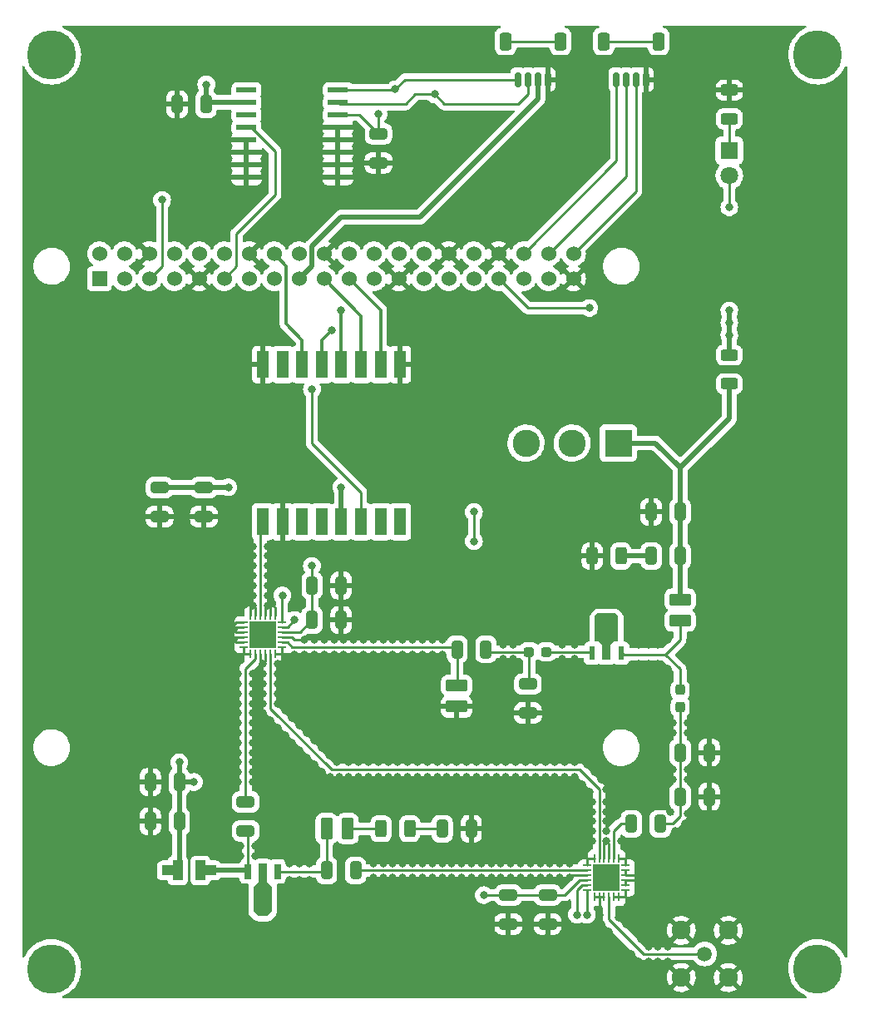
<source format=gtl>
G04 #@! TF.GenerationSoftware,KiCad,Pcbnew,(6.0.7)*
G04 #@! TF.CreationDate,2022-12-13T13:41:41-06:00*
G04 #@! TF.ProjectId,Narwal_v1,4e617277-616c-45f7-9631-2e6b69636164,1*
G04 #@! TF.SameCoordinates,Original*
G04 #@! TF.FileFunction,Copper,L1,Top*
G04 #@! TF.FilePolarity,Positive*
%FSLAX46Y46*%
G04 Gerber Fmt 4.6, Leading zero omitted, Abs format (unit mm)*
G04 Created by KiCad (PCBNEW (6.0.7)) date 2022-12-13 13:41:41*
%MOMM*%
%LPD*%
G01*
G04 APERTURE LIST*
G04 Aperture macros list*
%AMRoundRect*
0 Rectangle with rounded corners*
0 $1 Rounding radius*
0 $2 $3 $4 $5 $6 $7 $8 $9 X,Y pos of 4 corners*
0 Add a 4 corners polygon primitive as box body*
4,1,4,$2,$3,$4,$5,$6,$7,$8,$9,$2,$3,0*
0 Add four circle primitives for the rounded corners*
1,1,$1+$1,$2,$3*
1,1,$1+$1,$4,$5*
1,1,$1+$1,$6,$7*
1,1,$1+$1,$8,$9*
0 Add four rect primitives between the rounded corners*
20,1,$1+$1,$2,$3,$4,$5,0*
20,1,$1+$1,$4,$5,$6,$7,0*
20,1,$1+$1,$6,$7,$8,$9,0*
20,1,$1+$1,$8,$9,$2,$3,0*%
%AMFreePoly0*
4,1,21,0.503536,1.003536,0.505000,1.000000,0.505000,-1.000000,0.503536,-1.003536,0.500000,-1.005000,-0.500000,-1.005000,-0.503536,-1.003536,-0.505000,-1.000000,-0.505000,-0.505000,-1.600000,-0.505000,-1.603536,-0.503536,-1.605000,-0.500000,-1.605000,0.500000,-1.603536,0.503536,-1.600000,0.505000,-0.505000,0.505000,-0.505000,1.000000,-0.503536,1.003536,-0.500000,1.005000,0.500000,1.005000,
0.503536,1.003536,0.503536,1.003536,$1*%
%AMFreePoly1*
4,1,21,0.503536,1.003536,0.505000,1.000000,0.505000,0.505000,1.600000,0.505000,1.603536,0.503536,1.605000,0.500000,1.605000,-0.500000,1.603536,-0.503536,1.600000,-0.505000,0.505000,-0.505000,0.505000,-1.000000,0.503536,-1.003536,0.500000,-1.005000,-0.500000,-1.005000,-0.503536,-1.003536,-0.505000,-1.000000,-0.505000,1.000000,-0.503536,1.003536,-0.500000,1.005000,0.500000,1.005000,
0.503536,1.003536,0.503536,1.003536,$1*%
%AMFreePoly2*
4,1,37,3.720550,1.194255,3.722286,1.193536,3.722291,1.193524,3.722302,1.193519,4.023552,0.889469,4.024254,0.887752,4.025000,0.885950,4.025000,-0.885950,4.024254,-0.887752,4.023552,-0.889469,3.722302,-1.193519,3.722291,-1.193524,3.722286,-1.193536,3.720550,-1.194255,3.718773,-1.195001,3.718760,-1.194996,3.718750,-1.195000,1.200000,-1.195000,1.196464,-1.193536,1.195000,-1.190000,
1.195000,-0.782427,0.806025,-0.395000,-0.675000,-0.395000,-0.678536,-0.393536,-0.680000,-0.390000,-0.680000,0.390000,-0.678536,0.393536,-0.675000,0.395000,0.806025,0.395000,1.195000,0.782427,1.195000,1.190000,1.196464,1.193536,1.200000,1.195000,3.718750,1.195000,3.718760,1.194996,3.718773,1.195001,3.720550,1.194255,3.720550,1.194255,$1*%
%AMFreePoly3*
4,1,11,0.965200,2.159000,0.965200,-0.254000,0.457200,-0.762000,0.457200,-2.667000,-0.457200,-2.667000,-0.457200,-0.762000,-0.965200,-0.254000,-0.965200,2.159000,-0.457200,2.667000,0.457200,2.667000,0.965200,2.159000,0.965200,2.159000,$1*%
G04 Aperture macros list end*
G04 #@! TA.AperFunction,SMDPad,CuDef*
%ADD10RoundRect,0.250000X-0.312500X-0.625000X0.312500X-0.625000X0.312500X0.625000X-0.312500X0.625000X0*%
G04 #@! TD*
G04 #@! TA.AperFunction,ComponentPad*
%ADD11R,1.800000X1.800000*%
G04 #@! TD*
G04 #@! TA.AperFunction,ComponentPad*
%ADD12C,1.800000*%
G04 #@! TD*
G04 #@! TA.AperFunction,SMDPad,CuDef*
%ADD13R,0.850000X0.250000*%
G04 #@! TD*
G04 #@! TA.AperFunction,SMDPad,CuDef*
%ADD14R,0.250000X0.850000*%
G04 #@! TD*
G04 #@! TA.AperFunction,SMDPad,CuDef*
%ADD15R,2.700000X2.700000*%
G04 #@! TD*
G04 #@! TA.AperFunction,SMDPad,CuDef*
%ADD16RoundRect,0.237500X-0.237500X0.287500X-0.237500X-0.287500X0.237500X-0.287500X0.237500X0.287500X0*%
G04 #@! TD*
G04 #@! TA.AperFunction,SMDPad,CuDef*
%ADD17RoundRect,0.237500X-0.287500X-0.237500X0.287500X-0.237500X0.287500X0.237500X-0.287500X0.237500X0*%
G04 #@! TD*
G04 #@! TA.AperFunction,SMDPad,CuDef*
%ADD18RoundRect,0.250000X-0.850000X0.375000X-0.850000X-0.375000X0.850000X-0.375000X0.850000X0.375000X0*%
G04 #@! TD*
G04 #@! TA.AperFunction,ComponentPad*
%ADD19C,5.000000*%
G04 #@! TD*
G04 #@! TA.AperFunction,SMDPad,CuDef*
%ADD20RoundRect,0.250000X0.650000X-0.325000X0.650000X0.325000X-0.650000X0.325000X-0.650000X-0.325000X0*%
G04 #@! TD*
G04 #@! TA.AperFunction,SMDPad,CuDef*
%ADD21RoundRect,0.250000X0.312500X0.625000X-0.312500X0.625000X-0.312500X-0.625000X0.312500X-0.625000X0*%
G04 #@! TD*
G04 #@! TA.AperFunction,ComponentPad*
%ADD22R,2.775000X2.775000*%
G04 #@! TD*
G04 #@! TA.AperFunction,ComponentPad*
%ADD23C,2.775000*%
G04 #@! TD*
G04 #@! TA.AperFunction,SMDPad,CuDef*
%ADD24RoundRect,0.250000X-0.325000X-0.650000X0.325000X-0.650000X0.325000X0.650000X-0.325000X0.650000X0*%
G04 #@! TD*
G04 #@! TA.AperFunction,SMDPad,CuDef*
%ADD25FreePoly0,0.000000*%
G04 #@! TD*
G04 #@! TA.AperFunction,SMDPad,CuDef*
%ADD26FreePoly1,0.000000*%
G04 #@! TD*
G04 #@! TA.AperFunction,SMDPad,CuDef*
%ADD27RoundRect,0.250000X0.350000X0.650000X-0.350000X0.650000X-0.350000X-0.650000X0.350000X-0.650000X0*%
G04 #@! TD*
G04 #@! TA.AperFunction,SMDPad,CuDef*
%ADD28RoundRect,0.150000X0.150000X0.625000X-0.150000X0.625000X-0.150000X-0.625000X0.150000X-0.625000X0*%
G04 #@! TD*
G04 #@! TA.AperFunction,ComponentPad*
%ADD29R,1.524000X1.524000*%
G04 #@! TD*
G04 #@! TA.AperFunction,ComponentPad*
%ADD30C,1.524000*%
G04 #@! TD*
G04 #@! TA.AperFunction,SMDPad,CuDef*
%ADD31RoundRect,0.250000X-0.650000X0.325000X-0.650000X-0.325000X0.650000X-0.325000X0.650000X0.325000X0*%
G04 #@! TD*
G04 #@! TA.AperFunction,SMDPad,CuDef*
%ADD32R,0.610000X1.350000*%
G04 #@! TD*
G04 #@! TA.AperFunction,SMDPad,CuDef*
%ADD33FreePoly2,90.000000*%
G04 #@! TD*
G04 #@! TA.AperFunction,SMDPad,CuDef*
%ADD34RoundRect,0.041300X-0.983700X-0.253700X0.983700X-0.253700X0.983700X0.253700X-0.983700X0.253700X0*%
G04 #@! TD*
G04 #@! TA.AperFunction,SMDPad,CuDef*
%ADD35RoundRect,0.250000X-0.625000X0.312500X-0.625000X-0.312500X0.625000X-0.312500X0.625000X0.312500X0*%
G04 #@! TD*
G04 #@! TA.AperFunction,SMDPad,CuDef*
%ADD36RoundRect,0.250000X0.325000X0.650000X-0.325000X0.650000X-0.325000X-0.650000X0.325000X-0.650000X0*%
G04 #@! TD*
G04 #@! TA.AperFunction,ComponentPad*
%ADD37C,1.508000*%
G04 #@! TD*
G04 #@! TA.AperFunction,ComponentPad*
%ADD38C,1.920000*%
G04 #@! TD*
G04 #@! TA.AperFunction,SMDPad,CuDef*
%ADD39R,1.200000X2.800000*%
G04 #@! TD*
G04 #@! TA.AperFunction,SMDPad,CuDef*
%ADD40RoundRect,0.250000X0.625000X-0.312500X0.625000X0.312500X-0.625000X0.312500X-0.625000X-0.312500X0*%
G04 #@! TD*
G04 #@! TA.AperFunction,SMDPad,CuDef*
%ADD41RoundRect,0.250000X-0.375000X-0.850000X0.375000X-0.850000X0.375000X0.850000X-0.375000X0.850000X0*%
G04 #@! TD*
G04 #@! TA.AperFunction,SMDPad,CuDef*
%ADD42R,0.711200X1.498600*%
G04 #@! TD*
G04 #@! TA.AperFunction,SMDPad,CuDef*
%ADD43FreePoly3,180.000000*%
G04 #@! TD*
G04 #@! TA.AperFunction,ViaPad*
%ADD44C,0.800000*%
G04 #@! TD*
G04 #@! TA.AperFunction,Conductor*
%ADD45C,0.250000*%
G04 #@! TD*
G04 #@! TA.AperFunction,Conductor*
%ADD46C,0.500000*%
G04 #@! TD*
G04 #@! TA.AperFunction,Conductor*
%ADD47C,0.293370*%
G04 #@! TD*
G04 #@! TA.AperFunction,Conductor*
%ADD48C,0.300000*%
G04 #@! TD*
G04 APERTURE END LIST*
D10*
X137037500Y-132250000D03*
X139962500Y-132250000D03*
D11*
X172500000Y-63225000D03*
D12*
X172500000Y-65765000D03*
D13*
X123050000Y-111250000D03*
X123050000Y-111750000D03*
X123050000Y-112250000D03*
X123050000Y-112750000D03*
X123050000Y-113250000D03*
X123050000Y-113750000D03*
D14*
X123750000Y-114450000D03*
X124250000Y-114450000D03*
X124750000Y-114450000D03*
X125250000Y-114450000D03*
X125750000Y-114450000D03*
X126250000Y-114450000D03*
D13*
X126950000Y-113750000D03*
X126950000Y-113250000D03*
X126950000Y-112750000D03*
X126950000Y-112250000D03*
X126950000Y-111750000D03*
X126950000Y-111250000D03*
D14*
X126250000Y-110550000D03*
X125750000Y-110550000D03*
X125250000Y-110550000D03*
X124750000Y-110550000D03*
X124250000Y-110550000D03*
X123750000Y-110550000D03*
D15*
X125000000Y-112500000D03*
D13*
X161950000Y-138500000D03*
X161950000Y-138000000D03*
X161950000Y-137500000D03*
X161950000Y-137000000D03*
X161950000Y-136500000D03*
X161950000Y-136000000D03*
D14*
X161250000Y-135300000D03*
X160750000Y-135300000D03*
X160250000Y-135300000D03*
X159750000Y-135300000D03*
X159250000Y-135300000D03*
X158750000Y-135300000D03*
D13*
X158050000Y-136000000D03*
X158050000Y-136500000D03*
X158050000Y-137000000D03*
X158050000Y-137500000D03*
X158050000Y-138000000D03*
X158050000Y-138500000D03*
D14*
X158750000Y-139200000D03*
X159250000Y-139200000D03*
X159750000Y-139200000D03*
X160250000Y-139200000D03*
X160750000Y-139200000D03*
X161250000Y-139200000D03*
D15*
X160000000Y-137250000D03*
D16*
X167500000Y-118125000D03*
X167500000Y-119875000D03*
D17*
X152125000Y-114250000D03*
X153875000Y-114250000D03*
D18*
X144750000Y-117675000D03*
X144750000Y-119825000D03*
D19*
X103500000Y-53500000D03*
D20*
X123250000Y-132475000D03*
X123250000Y-129525000D03*
D19*
X181500000Y-53500000D03*
D21*
X158537500Y-104500000D03*
X161462500Y-104500000D03*
D19*
X181500000Y-146500000D03*
D22*
X161200000Y-93000000D03*
D23*
X156500000Y-93000000D03*
X151800000Y-93000000D03*
D24*
X167500000Y-124500000D03*
X170450000Y-124500000D03*
D25*
X116350000Y-136500000D03*
D26*
X118650000Y-136500000D03*
D27*
X159700000Y-52125000D03*
X165300000Y-52125000D03*
D28*
X161000000Y-56000000D03*
X162000000Y-56000000D03*
X163000000Y-56000000D03*
X164000000Y-56000000D03*
D18*
X167500000Y-108925000D03*
X167500000Y-111075000D03*
D29*
X108370000Y-76270000D03*
D30*
X108370000Y-73730000D03*
X110910000Y-76270000D03*
X110910000Y-73730000D03*
X113450000Y-76270000D03*
X113450000Y-73730000D03*
X115990000Y-76270000D03*
X115990000Y-73730000D03*
X118530000Y-76270000D03*
X118530000Y-73730000D03*
X121070000Y-76270000D03*
X121070000Y-73730000D03*
X123610000Y-76270000D03*
X123610000Y-73730000D03*
X126150000Y-76270000D03*
X126150000Y-73730000D03*
X128690000Y-76270000D03*
X128690000Y-73730000D03*
X131230000Y-76270000D03*
X131230000Y-73730000D03*
X133770000Y-76270000D03*
X133770000Y-73730000D03*
X136310000Y-76270000D03*
X136310000Y-73730000D03*
X138850000Y-76270000D03*
X138850000Y-73730000D03*
X141390000Y-76270000D03*
X141390000Y-73730000D03*
X143930000Y-76270000D03*
X143930000Y-73730000D03*
X146470000Y-76270000D03*
X146470000Y-73730000D03*
X149010000Y-76270000D03*
X149010000Y-73730000D03*
X151550000Y-76270000D03*
X151550000Y-73730000D03*
X154090000Y-76270000D03*
X154090000Y-73730000D03*
X156630000Y-76270000D03*
X156630000Y-73730000D03*
D31*
X154000000Y-139000000D03*
X154000000Y-141950000D03*
D32*
X158507500Y-114394000D03*
D33*
X160002500Y-114394000D03*
D32*
X161497500Y-114394000D03*
D31*
X150000000Y-141950000D03*
X150000000Y-139000000D03*
D24*
X130025000Y-107500000D03*
X132975000Y-107500000D03*
D20*
X119000000Y-100475000D03*
X119000000Y-97525000D03*
D24*
X130025000Y-111000000D03*
X132975000Y-111000000D03*
X116275000Y-58500000D03*
X119225000Y-58500000D03*
D34*
X123345000Y-57055000D03*
X123345000Y-58325000D03*
X123345000Y-59595000D03*
X123345000Y-60865000D03*
X123345000Y-62135000D03*
X123345000Y-63405000D03*
X123345000Y-64675000D03*
X123345000Y-65945000D03*
X132655000Y-65945000D03*
X132655000Y-64675000D03*
X132655000Y-63405000D03*
X132655000Y-62135000D03*
X132655000Y-60865000D03*
X132655000Y-59595000D03*
X132655000Y-58325000D03*
X132655000Y-57055000D03*
D24*
X143275000Y-132250000D03*
X146225000Y-132250000D03*
X144775000Y-114000000D03*
X147725000Y-114000000D03*
D35*
X172500000Y-86962500D03*
X172500000Y-84037500D03*
D31*
X136775000Y-61525000D03*
X136775000Y-64475000D03*
D19*
X103500000Y-146500000D03*
D36*
X131500000Y-136500000D03*
X134450000Y-136500000D03*
X116500000Y-127500000D03*
X113550000Y-127500000D03*
X167500000Y-100000000D03*
X164550000Y-100000000D03*
D37*
X170000000Y-145000000D03*
D38*
X167600000Y-142600000D03*
X167600000Y-147400000D03*
X172400000Y-147400000D03*
X172400000Y-142600000D03*
D20*
X114500000Y-100475000D03*
X114500000Y-97525000D03*
D39*
X139000000Y-85000000D03*
X137000000Y-85000000D03*
X135000000Y-85000000D03*
X133000000Y-85000000D03*
X131000000Y-85000000D03*
X129000000Y-85000000D03*
X127000000Y-85000000D03*
X125000000Y-85000000D03*
X125000000Y-101000000D03*
X127000000Y-101000000D03*
X129000000Y-101000000D03*
X131000000Y-101000000D03*
X133000000Y-101000000D03*
X135000000Y-101000000D03*
X137000000Y-101000000D03*
X139000000Y-101000000D03*
D36*
X165475000Y-131750000D03*
X162525000Y-131750000D03*
D40*
X172500000Y-57075000D03*
X172500000Y-60000000D03*
D41*
X131500000Y-132250000D03*
X133650000Y-132250000D03*
D31*
X152000000Y-117525000D03*
X152000000Y-120475000D03*
D36*
X116500000Y-131500000D03*
X113550000Y-131500000D03*
X167500000Y-104500000D03*
X164550000Y-104500000D03*
D24*
X167500000Y-129000000D03*
X170450000Y-129000000D03*
D42*
X126498600Y-136595000D03*
D43*
X125000000Y-138500000D03*
D42*
X123501400Y-136595000D03*
D28*
X154000000Y-56000000D03*
X153000000Y-56000000D03*
X152000000Y-56000000D03*
X151000000Y-56000000D03*
D27*
X149700000Y-52125000D03*
X155300000Y-52125000D03*
D44*
X172500000Y-69000000D03*
X169000000Y-117000000D03*
X166000000Y-117000000D03*
X150500000Y-115000000D03*
X150500000Y-113500000D03*
X146500000Y-100000000D03*
X146500000Y-103000000D03*
X128250000Y-111000000D03*
X158250000Y-79250000D03*
X157000000Y-141000000D03*
X141250000Y-135750000D03*
X128000000Y-121000000D03*
X125500000Y-104500000D03*
X124000000Y-106500000D03*
X158500000Y-131500000D03*
X163500000Y-137250000D03*
X126500000Y-117500000D03*
X159500000Y-127250000D03*
X134250000Y-113000000D03*
X164250000Y-145750000D03*
X140250000Y-137250000D03*
X166250000Y-144250000D03*
X168500000Y-113000000D03*
X130250000Y-125750000D03*
X131250000Y-114500000D03*
X168250000Y-130750000D03*
X122000000Y-113000000D03*
X148000000Y-132250000D03*
X159500000Y-112500000D03*
X148750000Y-127000000D03*
X167000000Y-132500000D03*
X159250000Y-141000000D03*
X124000000Y-109500000D03*
X139250000Y-113000000D03*
X124000000Y-108500000D03*
X154250000Y-137250000D03*
X136750000Y-125500000D03*
X152750000Y-125500000D03*
X137250000Y-113000000D03*
X123000000Y-99750000D03*
X154750000Y-125500000D03*
X155500000Y-115000000D03*
X149500000Y-115000000D03*
X134750000Y-127000000D03*
X165250000Y-145750000D03*
X147750000Y-127000000D03*
X160000000Y-129500000D03*
X166750000Y-126250000D03*
X159500000Y-111000000D03*
X155750000Y-127000000D03*
X122500000Y-119500000D03*
X161250000Y-141250000D03*
X156750000Y-115000000D03*
X124000000Y-125500000D03*
X123000000Y-100750000D03*
X150250000Y-135750000D03*
X146250000Y-135750000D03*
X126500000Y-116500000D03*
X147750000Y-125500000D03*
X123000000Y-101750000D03*
X129250000Y-114500000D03*
X168500000Y-116000000D03*
X125000000Y-115500000D03*
X147250000Y-137250000D03*
X138750000Y-127000000D03*
X153750000Y-127000000D03*
X125500000Y-109500000D03*
X142250000Y-135750000D03*
X129250000Y-113000000D03*
X145250000Y-135750000D03*
X127750000Y-135750000D03*
X149500000Y-113500000D03*
X163000000Y-134250000D03*
X128750000Y-137500000D03*
X125500000Y-139000000D03*
X130250000Y-113000000D03*
X141250000Y-113000000D03*
X148750000Y-125500000D03*
X165250000Y-144250000D03*
X127250000Y-120250000D03*
X125750000Y-111750000D03*
X122500000Y-124500000D03*
X121750000Y-128250000D03*
X148250000Y-137250000D03*
X124500000Y-140250000D03*
X144750000Y-127000000D03*
X151750000Y-125500000D03*
X125000000Y-116500000D03*
X124000000Y-116500000D03*
X150750000Y-127000000D03*
X124000000Y-121500000D03*
X128750000Y-135750000D03*
X153750000Y-125500000D03*
X124000000Y-123500000D03*
X161000000Y-131000000D03*
X124000000Y-105500000D03*
X154250000Y-135750000D03*
X153250000Y-135750000D03*
X136250000Y-113000000D03*
X164250000Y-115500000D03*
X148250000Y-135750000D03*
X158750000Y-126500000D03*
X141750000Y-125500000D03*
X166250000Y-116000000D03*
X142250000Y-113000000D03*
X166750000Y-127250000D03*
X122500000Y-126500000D03*
X124000000Y-126500000D03*
X124250000Y-134000000D03*
X149250000Y-137250000D03*
X160250000Y-142750000D03*
X137750000Y-127000000D03*
X128000000Y-123500000D03*
X168000000Y-114000000D03*
X140250000Y-135750000D03*
X142750000Y-125500000D03*
X156750000Y-125500000D03*
X163500000Y-143500000D03*
X136750000Y-127000000D03*
X127250000Y-122750000D03*
X156250000Y-137250000D03*
X163250000Y-145750000D03*
X135250000Y-113000000D03*
X122750000Y-134000000D03*
X168250000Y-122500000D03*
X132250000Y-114500000D03*
X153250000Y-137250000D03*
X156750000Y-113500000D03*
X156250000Y-135750000D03*
X124000000Y-120500000D03*
X163000000Y-140250000D03*
X122500000Y-115000000D03*
X147250000Y-135750000D03*
X151250000Y-137250000D03*
X146250000Y-137250000D03*
X168250000Y-126250000D03*
X122750000Y-135000000D03*
X158000000Y-125750000D03*
X136250000Y-137250000D03*
X141250000Y-137250000D03*
X122500000Y-125500000D03*
X125000000Y-120500000D03*
X140750000Y-125500000D03*
X139250000Y-114500000D03*
X127500000Y-115000000D03*
X143250000Y-114500000D03*
X143250000Y-135750000D03*
X135250000Y-114500000D03*
X145750000Y-125500000D03*
X144250000Y-137250000D03*
X137250000Y-114500000D03*
X162500000Y-145000000D03*
X152250000Y-135750000D03*
X158500000Y-129500000D03*
X158250000Y-128500000D03*
X125500000Y-105500000D03*
X163250000Y-115500000D03*
X123000000Y-102750000D03*
X138250000Y-114500000D03*
X160000000Y-128250000D03*
X125000000Y-119500000D03*
X125750000Y-113250000D03*
X159250000Y-136500000D03*
X166750000Y-121500000D03*
X140250000Y-114500000D03*
X126500000Y-119500000D03*
X135750000Y-125500000D03*
X125500000Y-108500000D03*
X165250000Y-113500000D03*
X145250000Y-137250000D03*
X132500000Y-125500000D03*
X124000000Y-104500000D03*
X134750000Y-125500000D03*
X125750000Y-121250000D03*
X157500000Y-127750000D03*
X125500000Y-140250000D03*
X131750000Y-124750000D03*
X160000000Y-131500000D03*
X145750000Y-127000000D03*
X142250000Y-114500000D03*
X160500000Y-111000000D03*
X166250000Y-113000000D03*
X168250000Y-121500000D03*
X155500000Y-113500000D03*
X143250000Y-137250000D03*
X126500000Y-118500000D03*
X132825000Y-127000000D03*
X138250000Y-137250000D03*
X155250000Y-137250000D03*
X125500000Y-107500000D03*
X164250000Y-144250000D03*
X124000000Y-124500000D03*
X128250000Y-114500000D03*
X122500000Y-120500000D03*
X151250000Y-135750000D03*
X122500000Y-122500000D03*
X158500000Y-130500000D03*
X124000000Y-107500000D03*
X155750000Y-125500000D03*
X140750000Y-127000000D03*
X124750000Y-128250000D03*
X157000000Y-134250000D03*
X146750000Y-127000000D03*
X134250000Y-114500000D03*
X122500000Y-127500000D03*
X124000000Y-127500000D03*
X137250000Y-135750000D03*
X131900000Y-127000000D03*
X130250000Y-114500000D03*
X168000000Y-115000000D03*
X128750000Y-121750000D03*
X131250000Y-113000000D03*
X133750000Y-125500000D03*
X133250000Y-113000000D03*
X142750000Y-127000000D03*
X122500000Y-116500000D03*
X146750000Y-125500000D03*
X122000000Y-112000000D03*
X144250000Y-135750000D03*
X126500000Y-122000000D03*
X137750000Y-125500000D03*
X122500000Y-118500000D03*
X159500000Y-142000000D03*
X136250000Y-114500000D03*
X152250000Y-137250000D03*
X126500000Y-103500000D03*
X126500000Y-115500000D03*
X129750000Y-135750000D03*
X124000000Y-117500000D03*
X129750000Y-137500000D03*
X122500000Y-121500000D03*
X124000000Y-118500000D03*
X165250000Y-115500000D03*
X141750000Y-127000000D03*
X130250000Y-123250000D03*
X149750000Y-127000000D03*
X125500000Y-106500000D03*
X129500000Y-125000000D03*
X158500000Y-132500000D03*
X159250000Y-138000000D03*
X133750000Y-127000000D03*
X122500000Y-123500000D03*
X127750000Y-137500000D03*
X161500000Y-133500000D03*
X151750000Y-127000000D03*
X168000000Y-131750000D03*
X124000000Y-122500000D03*
X139250000Y-135750000D03*
X160750000Y-138000000D03*
X140250000Y-113000000D03*
X160750000Y-136500000D03*
X131000000Y-124000000D03*
X162000000Y-142000000D03*
X164250000Y-113500000D03*
X135750000Y-127000000D03*
X139750000Y-127000000D03*
X163250000Y-113500000D03*
X128750000Y-124250000D03*
X138750000Y-125500000D03*
X143250000Y-113000000D03*
X155250000Y-135750000D03*
X158500000Y-133500000D03*
X139250000Y-137250000D03*
X149250000Y-135750000D03*
X143750000Y-127000000D03*
X124250000Y-113250000D03*
X125000000Y-117500000D03*
X152750000Y-127000000D03*
X166750000Y-122500000D03*
X166500000Y-130500000D03*
X160500000Y-112500000D03*
X166250000Y-145750000D03*
X133250000Y-114500000D03*
X132250000Y-113000000D03*
X124250000Y-111750000D03*
X124000000Y-119500000D03*
X168250000Y-127250000D03*
X149750000Y-125500000D03*
X143750000Y-125500000D03*
X156750000Y-127000000D03*
X124000000Y-103500000D03*
X150750000Y-125500000D03*
X125500000Y-103500000D03*
X154750000Y-127000000D03*
X142250000Y-137250000D03*
X141250000Y-114500000D03*
X136250000Y-135750000D03*
X139750000Y-125500000D03*
X160000000Y-132500000D03*
X125000000Y-118500000D03*
X160000000Y-133500000D03*
X137250000Y-137250000D03*
X144750000Y-125500000D03*
X129500000Y-122500000D03*
X150250000Y-137250000D03*
X138250000Y-113000000D03*
X160000000Y-130500000D03*
X131000000Y-126500000D03*
X124250000Y-135000000D03*
X138250000Y-135750000D03*
X124500000Y-139000000D03*
X122500000Y-117500000D03*
X127000000Y-108500000D03*
X158000000Y-141000000D03*
X133000000Y-97500000D03*
X121500000Y-97500000D03*
X119250000Y-56500000D03*
X116500000Y-125500000D03*
X130000000Y-105500000D03*
X118000000Y-127500000D03*
X172500000Y-80750000D03*
X172500000Y-79500000D03*
X172500000Y-82000000D03*
X147500000Y-139000000D03*
X142500000Y-57500000D03*
X138500000Y-57000000D03*
X114750000Y-68250000D03*
X133000000Y-79500000D03*
X132000000Y-81500000D03*
X136775000Y-59500000D03*
X130000000Y-87500000D03*
D45*
X172500000Y-65765000D02*
X172500000Y-69000000D01*
X172500000Y-63225000D02*
X172500000Y-60000000D01*
D46*
X118650000Y-136500000D02*
X123406400Y-136500000D01*
X116500000Y-131500000D02*
X116500000Y-136350000D01*
D47*
X167500000Y-119875000D02*
X167500000Y-124500000D01*
X167500000Y-116000000D02*
X167500000Y-118125000D01*
X152125000Y-114250000D02*
X152125000Y-117400000D01*
X153625000Y-114250000D02*
X158363500Y-114250000D01*
X147975000Y-114250000D02*
X151875000Y-114250000D01*
X144775000Y-114000000D02*
X144775000Y-117650000D01*
D45*
X127500000Y-111750000D02*
X128250000Y-111000000D01*
X146500000Y-100000000D02*
X146500000Y-103000000D01*
X126950000Y-111750000D02*
X127500000Y-111750000D01*
D46*
X164550000Y-104500000D02*
X161462500Y-104500000D01*
D45*
X151990000Y-79250000D02*
X149010000Y-76270000D01*
X157000000Y-141000000D02*
X157000000Y-138500000D01*
X157500000Y-138000000D02*
X158050000Y-138000000D01*
X158250000Y-79250000D02*
X151990000Y-79250000D01*
X157000000Y-138500000D02*
X157500000Y-138000000D01*
X156630000Y-73730000D02*
X163000000Y-67360000D01*
X163000000Y-67360000D02*
X163000000Y-56000000D01*
X151550000Y-73730000D02*
X161000000Y-64280000D01*
X161000000Y-64280000D02*
X161000000Y-56000000D01*
X162000000Y-65820000D02*
X162000000Y-56000000D01*
X154090000Y-73730000D02*
X162000000Y-65820000D01*
D47*
X159250000Y-135300000D02*
X159250000Y-128250000D01*
X125750000Y-120000000D02*
X125750000Y-114450000D01*
X157250000Y-126250000D02*
X132000000Y-126250000D01*
X132000000Y-126250000D02*
X125750000Y-120000000D01*
X159250000Y-128250000D02*
X157250000Y-126250000D01*
X123250000Y-116000000D02*
X123250000Y-129525000D01*
X124250000Y-115000000D02*
X123250000Y-116000000D01*
X124250000Y-114450000D02*
X124250000Y-115000000D01*
X128000000Y-113750000D02*
X127500000Y-113250000D01*
X144275000Y-113750000D02*
X144775000Y-114250000D01*
X128000000Y-113750000D02*
X144275000Y-113750000D01*
X127500000Y-113250000D02*
X126950000Y-113250000D01*
D45*
X160750000Y-139200000D02*
X161250000Y-139200000D01*
X123050000Y-114450000D02*
X122500000Y-115000000D01*
X122250000Y-112750000D02*
X122000000Y-113000000D01*
X125750000Y-110550000D02*
X125750000Y-109750000D01*
X126950000Y-113750000D02*
X126950000Y-114450000D01*
X163250000Y-137500000D02*
X163500000Y-137250000D01*
X158050000Y-135300000D02*
X157000000Y-134250000D01*
X163250000Y-137000000D02*
X163500000Y-137250000D01*
X161250000Y-135300000D02*
X161950000Y-135300000D01*
X122250000Y-111250000D02*
X122000000Y-111500000D01*
X161950000Y-138500000D02*
X161950000Y-139200000D01*
X122250000Y-113250000D02*
X122000000Y-113000000D01*
X128000000Y-112750000D02*
X128250000Y-113000000D01*
X159250000Y-139200000D02*
X159250000Y-141000000D01*
X122250000Y-112250000D02*
X122000000Y-112000000D01*
X158050000Y-137000000D02*
X156500000Y-137000000D01*
X123050000Y-112750000D02*
X122250000Y-112750000D01*
X123050000Y-111750000D02*
X122250000Y-111750000D01*
X161950000Y-135300000D02*
X163000000Y-134250000D01*
X125250000Y-114450000D02*
X125250000Y-115250000D01*
X126950000Y-112750000D02*
X128000000Y-112750000D01*
D47*
X146225000Y-132250000D02*
X148000000Y-132250000D01*
D45*
X161950000Y-137500000D02*
X163250000Y-137500000D01*
X158750000Y-135300000D02*
X158050000Y-135300000D01*
X159750000Y-133750000D02*
X160000000Y-133500000D01*
X161950000Y-136500000D02*
X161950000Y-137000000D01*
X123050000Y-112250000D02*
X122250000Y-112250000D01*
X126250000Y-109750000D02*
X126000000Y-109500000D01*
X161950000Y-139200000D02*
X163000000Y-140250000D01*
X124750000Y-114450000D02*
X124750000Y-115250000D01*
X158050000Y-136000000D02*
X158050000Y-135300000D01*
X159750000Y-139200000D02*
X159250000Y-139200000D01*
X161950000Y-138000000D02*
X161950000Y-137500000D01*
X123750000Y-110550000D02*
X123750000Y-109750000D01*
X123050000Y-113250000D02*
X122250000Y-113250000D01*
X124750000Y-115250000D02*
X125000000Y-115500000D01*
X126250000Y-114450000D02*
X126950000Y-114450000D01*
X161950000Y-137000000D02*
X163250000Y-137000000D01*
X122000000Y-111500000D02*
X122000000Y-112000000D01*
X159750000Y-135300000D02*
X159750000Y-133750000D01*
X160250000Y-133750000D02*
X160000000Y-133500000D01*
X124250000Y-109750000D02*
X124000000Y-109500000D01*
X122250000Y-111750000D02*
X122000000Y-112000000D01*
X126250000Y-110550000D02*
X126250000Y-109750000D01*
X125250000Y-115250000D02*
X125000000Y-115500000D01*
X126950000Y-114450000D02*
X127500000Y-115000000D01*
X125750000Y-109750000D02*
X125500000Y-109500000D01*
X124250000Y-110550000D02*
X124250000Y-109750000D01*
X123050000Y-113750000D02*
X123050000Y-114450000D01*
X123750000Y-114450000D02*
X123050000Y-114450000D01*
X156500000Y-137000000D02*
X156250000Y-137250000D01*
X126000000Y-109500000D02*
X125500000Y-109500000D01*
X128250000Y-113000000D02*
X129250000Y-113000000D01*
X158750000Y-139200000D02*
X159250000Y-139200000D01*
X123750000Y-109750000D02*
X124000000Y-109500000D01*
X160250000Y-135300000D02*
X160250000Y-133750000D01*
X125250000Y-109750000D02*
X125500000Y-109500000D01*
X161250000Y-139200000D02*
X161950000Y-139200000D01*
X125250000Y-110550000D02*
X125250000Y-109750000D01*
X161950000Y-136000000D02*
X161950000Y-135300000D01*
X123050000Y-111250000D02*
X122250000Y-111250000D01*
X126950000Y-108550000D02*
X127000000Y-108500000D01*
X126950000Y-111250000D02*
X126950000Y-108550000D01*
X158000000Y-141000000D02*
X158050000Y-140950000D01*
X158050000Y-140950000D02*
X158050000Y-138500000D01*
D47*
X124750000Y-110550000D02*
X124750000Y-101250000D01*
D46*
X119000000Y-97525000D02*
X121475000Y-97525000D01*
X153000000Y-58000000D02*
X153000000Y-56000000D01*
X133000000Y-97500000D02*
X133000000Y-101000000D01*
X141000000Y-70000000D02*
X153000000Y-58000000D01*
X133000000Y-70000000D02*
X141000000Y-70000000D01*
X130000000Y-74960000D02*
X130000000Y-73000000D01*
X119000000Y-97525000D02*
X114500000Y-97525000D01*
X121475000Y-97525000D02*
X121500000Y-97500000D01*
X130000000Y-73000000D02*
X133000000Y-70000000D01*
X128690000Y-76270000D02*
X130000000Y-74960000D01*
X116500000Y-127500000D02*
X116500000Y-131500000D01*
D45*
X155750000Y-139000000D02*
X154000000Y-139000000D01*
X130025000Y-107500000D02*
X130025000Y-105525000D01*
D46*
X116500000Y-127500000D02*
X118000000Y-127500000D01*
D45*
X128775000Y-112250000D02*
X130025000Y-111000000D01*
X126950000Y-112250000D02*
X128775000Y-112250000D01*
D46*
X172500000Y-79500000D02*
X172500000Y-80750000D01*
X119225000Y-58500000D02*
X119225000Y-56525000D01*
D45*
X157250000Y-137500000D02*
X155750000Y-139000000D01*
D46*
X172500000Y-80750000D02*
X172500000Y-82000000D01*
X123345000Y-58325000D02*
X119400000Y-58325000D01*
D45*
X154000000Y-139000000D02*
X150000000Y-139000000D01*
D48*
X119225000Y-56525000D02*
X119250000Y-56500000D01*
D45*
X150000000Y-139000000D02*
X147500000Y-139000000D01*
X158050000Y-137500000D02*
X157250000Y-137500000D01*
D48*
X130025000Y-105525000D02*
X130000000Y-105500000D01*
D46*
X116500000Y-127500000D02*
X116500000Y-125500000D01*
X172500000Y-82000000D02*
X172500000Y-84037500D01*
D45*
X130025000Y-107500000D02*
X130025000Y-111000000D01*
D47*
X126498600Y-136595000D02*
X131405000Y-136595000D01*
X131500000Y-136500000D02*
X131500000Y-132250000D01*
X123501400Y-136595000D02*
X123501400Y-132726400D01*
X158050000Y-136500000D02*
X134450000Y-136500000D01*
X160750000Y-132500000D02*
X160750000Y-135300000D01*
X161500000Y-131750000D02*
X160750000Y-132500000D01*
X162525000Y-131750000D02*
X161500000Y-131750000D01*
D45*
X132855000Y-58500000D02*
X139525000Y-58500000D01*
X152000000Y-57500000D02*
X152000000Y-56000000D01*
X132680000Y-58325000D02*
X132855000Y-58500000D01*
X139525000Y-58500000D02*
X140525000Y-57500000D01*
X143500000Y-58500000D02*
X151000000Y-58500000D01*
X142462500Y-57462500D02*
X142500000Y-57500000D01*
X142500000Y-57500000D02*
X143500000Y-58500000D01*
X151000000Y-58500000D02*
X152000000Y-57500000D01*
X140525000Y-57462500D02*
X142462500Y-57462500D01*
X138445000Y-57055000D02*
X138500000Y-57000000D01*
X151000000Y-56000000D02*
X139500000Y-56000000D01*
X113450000Y-76270000D02*
X114750000Y-74970000D01*
X132680000Y-57055000D02*
X138445000Y-57055000D01*
X114750000Y-74970000D02*
X114750000Y-68250000D01*
X139500000Y-56000000D02*
X138500000Y-57000000D01*
D48*
X137000000Y-79500000D02*
X137000000Y-85000000D01*
X133770000Y-76270000D02*
X137000000Y-79500000D01*
X131230000Y-76270000D02*
X135000000Y-80040000D01*
X135000000Y-80040000D02*
X135000000Y-85000000D01*
X133000000Y-79500000D02*
X133000000Y-85000000D01*
X132000000Y-81500000D02*
X131000000Y-82500000D01*
X131000000Y-82500000D02*
X131000000Y-85000000D01*
X127377609Y-74957609D02*
X127377609Y-80877609D01*
X126150000Y-73730000D02*
X127377609Y-74957609D01*
X129000000Y-82500000D02*
X129000000Y-85000000D01*
X127377609Y-80877609D02*
X129000000Y-82500000D01*
D45*
X134845000Y-59595000D02*
X136775000Y-61525000D01*
X136775000Y-61525000D02*
X136775000Y-59500000D01*
X132680000Y-59595000D02*
X134845000Y-59595000D01*
D47*
X139962500Y-132250000D02*
X143275000Y-132250000D01*
D46*
X167500000Y-104500000D02*
X167500000Y-108925000D01*
X172500000Y-90500000D02*
X172500000Y-86962500D01*
X167500000Y-100000000D02*
X167500000Y-95500000D01*
X167500000Y-104500000D02*
X167500000Y-100000000D01*
X165000000Y-93000000D02*
X161200000Y-93000000D01*
X167500000Y-95500000D02*
X165000000Y-93000000D01*
X167500000Y-95500000D02*
X172500000Y-90500000D01*
D45*
X149700000Y-52125000D02*
X155300000Y-52125000D01*
D47*
X166000000Y-114500000D02*
X161603500Y-114500000D01*
X166000000Y-114500000D02*
X167500000Y-113000000D01*
X167500000Y-111075000D02*
X167500000Y-113000000D01*
D46*
X161603500Y-114500000D02*
X161497500Y-114394000D01*
D47*
X166000000Y-114500000D02*
X167500000Y-116000000D01*
X133650000Y-132250000D02*
X137037500Y-132250000D01*
D45*
X130000000Y-93000000D02*
X135000000Y-98000000D01*
X135000000Y-98000000D02*
X135000000Y-101000000D01*
X130000000Y-87500000D02*
X130000000Y-93000000D01*
X122332964Y-75007036D02*
X122332964Y-71667036D01*
X126250000Y-63284574D02*
X123830426Y-60865000D01*
X126250000Y-67750000D02*
X126250000Y-63284574D01*
X121070000Y-76270000D02*
X122332964Y-75007036D01*
X122332964Y-71667036D02*
X126250000Y-67750000D01*
D47*
X167500000Y-124500000D02*
X167500000Y-129000000D01*
X167500000Y-131000000D02*
X166750000Y-131750000D01*
X167500000Y-129000000D02*
X167500000Y-131000000D01*
X166750000Y-131750000D02*
X165475000Y-131750000D01*
D45*
X159700000Y-52125000D02*
X165300000Y-52125000D01*
D47*
X160250000Y-139200000D02*
X160250000Y-141500000D01*
X160250000Y-141500000D02*
X163750000Y-145000000D01*
X163750000Y-145000000D02*
X170000000Y-145000000D01*
G04 #@! TA.AperFunction,Conductor*
G36*
X149191759Y-50520502D02*
G01*
X149238252Y-50574158D01*
X149248356Y-50644432D01*
X149218862Y-50709012D01*
X149163514Y-50746024D01*
X149029471Y-50790744D01*
X148880655Y-50882834D01*
X148757016Y-51006689D01*
X148665186Y-51155666D01*
X148662881Y-51162614D01*
X148662881Y-51162615D01*
X148627596Y-51268995D01*
X148610090Y-51321772D01*
X148599500Y-51425134D01*
X148599500Y-52824866D01*
X148599837Y-52828112D01*
X148599837Y-52828116D01*
X148609515Y-52921383D01*
X148610359Y-52929519D01*
X148665744Y-53095529D01*
X148757834Y-53244345D01*
X148881689Y-53367984D01*
X149030666Y-53459814D01*
X149037614Y-53462119D01*
X149037615Y-53462119D01*
X149190241Y-53512744D01*
X149190243Y-53512745D01*
X149196772Y-53514910D01*
X149300134Y-53525500D01*
X150099866Y-53525500D01*
X150103112Y-53525163D01*
X150103116Y-53525163D01*
X150197661Y-53515353D01*
X150197665Y-53515352D01*
X150204519Y-53514641D01*
X150211055Y-53512460D01*
X150211057Y-53512460D01*
X150363581Y-53461574D01*
X150370529Y-53459256D01*
X150519345Y-53367166D01*
X150642984Y-53243311D01*
X150734814Y-53094334D01*
X150737119Y-53087385D01*
X150787744Y-52934759D01*
X150787745Y-52934757D01*
X150789910Y-52928228D01*
X150796526Y-52863657D01*
X150823368Y-52797930D01*
X150881483Y-52757148D01*
X150921870Y-52750500D01*
X154078181Y-52750500D01*
X154146302Y-52770502D01*
X154192795Y-52824158D01*
X154203508Y-52863495D01*
X154210359Y-52929519D01*
X154265744Y-53095529D01*
X154357834Y-53244345D01*
X154481689Y-53367984D01*
X154630666Y-53459814D01*
X154637614Y-53462119D01*
X154637615Y-53462119D01*
X154790241Y-53512744D01*
X154790243Y-53512745D01*
X154796772Y-53514910D01*
X154900134Y-53525500D01*
X155699866Y-53525500D01*
X155703112Y-53525163D01*
X155703116Y-53525163D01*
X155797661Y-53515353D01*
X155797665Y-53515352D01*
X155804519Y-53514641D01*
X155811055Y-53512460D01*
X155811057Y-53512460D01*
X155963581Y-53461574D01*
X155970529Y-53459256D01*
X156119345Y-53367166D01*
X156242984Y-53243311D01*
X156334814Y-53094334D01*
X156337119Y-53087385D01*
X156387744Y-52934759D01*
X156387745Y-52934757D01*
X156389910Y-52928228D01*
X156400500Y-52824866D01*
X156400500Y-51425134D01*
X156390700Y-51330688D01*
X156390353Y-51327339D01*
X156390352Y-51327335D01*
X156389641Y-51320481D01*
X156334256Y-51154471D01*
X156242166Y-51005655D01*
X156118311Y-50882016D01*
X155969334Y-50790186D01*
X155836400Y-50746093D01*
X155778040Y-50705662D01*
X155750804Y-50640098D01*
X155763338Y-50570216D01*
X155811663Y-50518204D01*
X155876068Y-50500500D01*
X159123638Y-50500500D01*
X159191759Y-50520502D01*
X159238252Y-50574158D01*
X159248356Y-50644432D01*
X159218862Y-50709012D01*
X159163514Y-50746024D01*
X159029471Y-50790744D01*
X158880655Y-50882834D01*
X158757016Y-51006689D01*
X158665186Y-51155666D01*
X158662881Y-51162614D01*
X158662881Y-51162615D01*
X158627596Y-51268995D01*
X158610090Y-51321772D01*
X158599500Y-51425134D01*
X158599500Y-52824866D01*
X158599837Y-52828112D01*
X158599837Y-52828116D01*
X158609515Y-52921383D01*
X158610359Y-52929519D01*
X158665744Y-53095529D01*
X158757834Y-53244345D01*
X158881689Y-53367984D01*
X159030666Y-53459814D01*
X159037614Y-53462119D01*
X159037615Y-53462119D01*
X159190241Y-53512744D01*
X159190243Y-53512745D01*
X159196772Y-53514910D01*
X159300134Y-53525500D01*
X160099866Y-53525500D01*
X160103112Y-53525163D01*
X160103116Y-53525163D01*
X160197661Y-53515353D01*
X160197665Y-53515352D01*
X160204519Y-53514641D01*
X160211055Y-53512460D01*
X160211057Y-53512460D01*
X160363581Y-53461574D01*
X160370529Y-53459256D01*
X160519345Y-53367166D01*
X160642984Y-53243311D01*
X160734814Y-53094334D01*
X160737119Y-53087385D01*
X160787744Y-52934759D01*
X160787745Y-52934757D01*
X160789910Y-52928228D01*
X160796526Y-52863657D01*
X160823368Y-52797930D01*
X160881483Y-52757148D01*
X160921870Y-52750500D01*
X164078181Y-52750500D01*
X164146302Y-52770502D01*
X164192795Y-52824158D01*
X164203508Y-52863495D01*
X164210359Y-52929519D01*
X164265744Y-53095529D01*
X164357834Y-53244345D01*
X164481689Y-53367984D01*
X164630666Y-53459814D01*
X164637614Y-53462119D01*
X164637615Y-53462119D01*
X164790241Y-53512744D01*
X164790243Y-53512745D01*
X164796772Y-53514910D01*
X164900134Y-53525500D01*
X165699866Y-53525500D01*
X165703112Y-53525163D01*
X165703116Y-53525163D01*
X165797661Y-53515353D01*
X165797665Y-53515352D01*
X165804519Y-53514641D01*
X165811055Y-53512460D01*
X165811057Y-53512460D01*
X165963581Y-53461574D01*
X165970529Y-53459256D01*
X166119345Y-53367166D01*
X166242984Y-53243311D01*
X166334814Y-53094334D01*
X166337119Y-53087385D01*
X166387744Y-52934759D01*
X166387745Y-52934757D01*
X166389910Y-52928228D01*
X166400500Y-52824866D01*
X166400500Y-51425134D01*
X166390700Y-51330688D01*
X166390353Y-51327339D01*
X166390352Y-51327335D01*
X166389641Y-51320481D01*
X166334256Y-51154471D01*
X166242166Y-51005655D01*
X166118311Y-50882016D01*
X165969334Y-50790186D01*
X165836400Y-50746093D01*
X165778040Y-50705662D01*
X165750804Y-50640098D01*
X165763338Y-50570216D01*
X165811663Y-50518204D01*
X165876068Y-50500500D01*
X180261883Y-50500500D01*
X180330004Y-50520502D01*
X180376497Y-50574158D01*
X180386601Y-50644432D01*
X180357107Y-50709012D01*
X180316128Y-50740226D01*
X180052048Y-50866186D01*
X180048969Y-50868117D01*
X180048968Y-50868118D01*
X180026813Y-50882016D01*
X179758921Y-51050064D01*
X179756087Y-51052334D01*
X179756082Y-51052338D01*
X179636377Y-51148240D01*
X179488871Y-51266415D01*
X179422640Y-51333343D01*
X179278008Y-51479498D01*
X179245477Y-51512371D01*
X179031966Y-51784672D01*
X178851168Y-52079709D01*
X178849641Y-52082999D01*
X178849636Y-52083008D01*
X178810672Y-52166949D01*
X178705478Y-52393570D01*
X178596828Y-52722097D01*
X178596092Y-52725652D01*
X178596091Y-52725655D01*
X178567546Y-52863495D01*
X178526658Y-53060935D01*
X178495898Y-53405592D01*
X178495993Y-53409222D01*
X178495993Y-53409223D01*
X178498761Y-53514910D01*
X178504956Y-53751501D01*
X178553712Y-54094076D01*
X178641519Y-54428777D01*
X178767214Y-54751167D01*
X178781046Y-54777291D01*
X178885898Y-54975322D01*
X178929130Y-55056974D01*
X178931180Y-55059957D01*
X178931182Y-55059960D01*
X179123065Y-55339152D01*
X179123071Y-55339159D01*
X179125122Y-55342144D01*
X179352592Y-55602898D01*
X179608524Y-55835778D01*
X179889527Y-56037699D01*
X180191876Y-56205985D01*
X180511563Y-56338403D01*
X180515057Y-56339398D01*
X180515059Y-56339399D01*
X180840851Y-56432204D01*
X180840856Y-56432205D01*
X180844352Y-56433201D01*
X181080034Y-56471795D01*
X181182251Y-56488534D01*
X181182255Y-56488534D01*
X181185831Y-56489120D01*
X181189457Y-56489291D01*
X181527847Y-56505249D01*
X181527848Y-56505249D01*
X181531474Y-56505420D01*
X181542346Y-56504679D01*
X181873069Y-56482133D01*
X181873077Y-56482132D01*
X181876700Y-56481885D01*
X181880276Y-56481222D01*
X181880278Y-56481222D01*
X182213368Y-56419488D01*
X182213372Y-56419487D01*
X182216933Y-56418827D01*
X182547663Y-56317081D01*
X182864507Y-56177996D01*
X183130408Y-56022616D01*
X183160125Y-56005251D01*
X183160127Y-56005250D01*
X183163265Y-56003416D01*
X183203103Y-55973505D01*
X183437071Y-55797837D01*
X183437075Y-55797834D01*
X183439978Y-55795654D01*
X183690977Y-55557465D01*
X183912936Y-55292005D01*
X183914924Y-55288979D01*
X184100926Y-55005818D01*
X184100931Y-55005809D01*
X184102913Y-55002792D01*
X184258382Y-54693679D01*
X184258390Y-54693662D01*
X184258424Y-54693679D01*
X184303275Y-54639779D01*
X184370982Y-54618420D01*
X184439489Y-54637057D01*
X184487045Y-54689773D01*
X184499500Y-54744395D01*
X184499500Y-145267655D01*
X184479498Y-145335776D01*
X184425842Y-145382269D01*
X184355568Y-145392373D01*
X184290988Y-145362879D01*
X184257603Y-145317090D01*
X184193566Y-145166958D01*
X184193562Y-145166949D01*
X184192138Y-145163611D01*
X184020696Y-144863041D01*
X183961030Y-144781815D01*
X183817986Y-144587086D01*
X183815843Y-144584168D01*
X183580295Y-144330688D01*
X183317174Y-144105962D01*
X183029967Y-143912967D01*
X182722482Y-143754261D01*
X182398793Y-143631950D01*
X182063190Y-143547652D01*
X181918981Y-143528667D01*
X181723728Y-143502961D01*
X181723720Y-143502960D01*
X181720124Y-143502487D01*
X181568991Y-143500112D01*
X181377780Y-143497108D01*
X181377776Y-143497108D01*
X181374139Y-143497051D01*
X181370524Y-143497412D01*
X181370520Y-143497412D01*
X181202646Y-143514169D01*
X181029823Y-143531419D01*
X181026286Y-143532190D01*
X181026281Y-143532191D01*
X180695283Y-143604360D01*
X180695278Y-143604361D01*
X180691739Y-143605133D01*
X180364367Y-143717217D01*
X180052048Y-143866186D01*
X179758921Y-144050064D01*
X179756087Y-144052334D01*
X179756082Y-144052338D01*
X179588439Y-144186646D01*
X179488871Y-144266415D01*
X179245477Y-144512371D01*
X179243236Y-144515229D01*
X179034590Y-144781326D01*
X179031966Y-144784672D01*
X178851168Y-145079709D01*
X178849641Y-145082999D01*
X178849636Y-145083008D01*
X178765412Y-145264453D01*
X178705478Y-145393570D01*
X178704338Y-145397017D01*
X178603834Y-145700914D01*
X178596828Y-145722097D01*
X178596092Y-145725652D01*
X178596091Y-145725655D01*
X178527393Y-146057385D01*
X178526658Y-146060935D01*
X178495898Y-146405592D01*
X178495993Y-146409222D01*
X178495993Y-146409223D01*
X178500500Y-146581334D01*
X178504956Y-146751501D01*
X178553712Y-147094076D01*
X178641519Y-147428777D01*
X178767214Y-147751167D01*
X178768911Y-147754372D01*
X178870850Y-147946901D01*
X178929130Y-148056974D01*
X178931180Y-148059957D01*
X178931182Y-148059960D01*
X179123065Y-148339152D01*
X179123071Y-148339159D01*
X179125122Y-148342144D01*
X179352592Y-148602898D01*
X179608524Y-148835778D01*
X179611472Y-148837896D01*
X179611474Y-148837898D01*
X179644509Y-148861636D01*
X179889527Y-149037699D01*
X180191876Y-149205985D01*
X180195225Y-149207372D01*
X180315257Y-149257091D01*
X180370538Y-149301639D01*
X180392959Y-149369003D01*
X180375401Y-149437794D01*
X180323439Y-149486172D01*
X180267039Y-149499500D01*
X104732609Y-149499500D01*
X104664488Y-149479498D01*
X104617995Y-149425842D01*
X104607891Y-149355568D01*
X104637385Y-149290988D01*
X104681962Y-149258128D01*
X104864507Y-149177996D01*
X105163265Y-149003416D01*
X105166174Y-149001232D01*
X105437071Y-148797837D01*
X105437075Y-148797834D01*
X105439978Y-148795654D01*
X105639860Y-148605973D01*
X166759273Y-148605973D01*
X166763032Y-148611269D01*
X166959066Y-148725822D01*
X166968349Y-148730269D01*
X167184206Y-148812697D01*
X167194108Y-148815574D01*
X167420511Y-148861636D01*
X167430764Y-148862859D01*
X167661657Y-148871326D01*
X167671943Y-148870859D01*
X167901132Y-148841499D01*
X167911210Y-148839357D01*
X168132522Y-148772960D01*
X168142120Y-148769199D01*
X168349617Y-148667547D01*
X168358462Y-148662274D01*
X168428115Y-148612591D01*
X168433311Y-148605973D01*
X171559273Y-148605973D01*
X171563032Y-148611269D01*
X171759066Y-148725822D01*
X171768349Y-148730269D01*
X171984206Y-148812697D01*
X171994108Y-148815574D01*
X172220511Y-148861636D01*
X172230764Y-148862859D01*
X172461657Y-148871326D01*
X172471943Y-148870859D01*
X172701132Y-148841499D01*
X172711210Y-148839357D01*
X172932522Y-148772960D01*
X172942120Y-148769199D01*
X173149617Y-148667547D01*
X173158462Y-148662274D01*
X173228115Y-148612591D01*
X173236516Y-148601891D01*
X173229528Y-148588738D01*
X172412812Y-147772022D01*
X172398868Y-147764408D01*
X172397035Y-147764539D01*
X172390420Y-147768790D01*
X171566534Y-148592676D01*
X171559273Y-148605973D01*
X168433311Y-148605973D01*
X168436516Y-148601891D01*
X168429528Y-148588738D01*
X167612812Y-147772022D01*
X167598868Y-147764408D01*
X167597035Y-147764539D01*
X167590420Y-147768790D01*
X166766534Y-148592676D01*
X166759273Y-148605973D01*
X105639860Y-148605973D01*
X105690977Y-148557465D01*
X105912936Y-148292005D01*
X105914924Y-148288979D01*
X106100926Y-148005818D01*
X106100931Y-148005809D01*
X106102913Y-148002792D01*
X106218979Y-147772022D01*
X106256763Y-147696898D01*
X106256766Y-147696890D01*
X106258390Y-147693662D01*
X106278108Y-147639779D01*
X106376057Y-147372122D01*
X106376060Y-147372112D01*
X106377138Y-147369167D01*
X166127706Y-147369167D01*
X166141006Y-147599838D01*
X166142442Y-147610058D01*
X166193238Y-147835454D01*
X166196317Y-147845282D01*
X166283249Y-148059370D01*
X166287892Y-148068561D01*
X166386464Y-148229416D01*
X166396921Y-148238876D01*
X166405697Y-148235093D01*
X167227978Y-147412812D01*
X167234356Y-147401132D01*
X167964408Y-147401132D01*
X167964539Y-147402965D01*
X167968790Y-147409580D01*
X168789296Y-148230086D01*
X168801306Y-148236645D01*
X168813046Y-148227677D01*
X168859616Y-148162867D01*
X168864927Y-148154028D01*
X168967296Y-147946901D01*
X168971094Y-147937308D01*
X169038262Y-147716232D01*
X169040439Y-147706162D01*
X169070835Y-147475279D01*
X169071354Y-147468604D01*
X169072949Y-147403364D01*
X169072755Y-147396647D01*
X169070496Y-147369167D01*
X170927706Y-147369167D01*
X170941006Y-147599838D01*
X170942442Y-147610058D01*
X170993238Y-147835454D01*
X170996317Y-147845282D01*
X171083249Y-148059370D01*
X171087892Y-148068561D01*
X171186464Y-148229416D01*
X171196921Y-148238876D01*
X171205697Y-148235093D01*
X172027978Y-147412812D01*
X172034356Y-147401132D01*
X172764408Y-147401132D01*
X172764539Y-147402965D01*
X172768790Y-147409580D01*
X173589296Y-148230086D01*
X173601306Y-148236645D01*
X173613046Y-148227677D01*
X173659616Y-148162867D01*
X173664927Y-148154028D01*
X173767296Y-147946901D01*
X173771094Y-147937308D01*
X173838262Y-147716232D01*
X173840439Y-147706162D01*
X173870835Y-147475279D01*
X173871354Y-147468604D01*
X173872949Y-147403364D01*
X173872755Y-147396647D01*
X173853675Y-147164567D01*
X173851992Y-147154405D01*
X173795703Y-146930306D01*
X173792382Y-146920551D01*
X173700252Y-146708667D01*
X173695374Y-146699570D01*
X173612616Y-146571645D01*
X173601930Y-146562442D01*
X173592365Y-146566845D01*
X172772022Y-147387188D01*
X172764408Y-147401132D01*
X172034356Y-147401132D01*
X172035592Y-147398868D01*
X172035461Y-147397035D01*
X172031210Y-147390420D01*
X171210687Y-146569897D01*
X171199151Y-146563597D01*
X171186868Y-146573221D01*
X171122126Y-146668129D01*
X171117028Y-146677103D01*
X171019750Y-146886670D01*
X171016187Y-146896357D01*
X170954442Y-147118999D01*
X170952511Y-147129118D01*
X170927958Y-147358878D01*
X170927706Y-147369167D01*
X169070496Y-147369167D01*
X169053675Y-147164567D01*
X169051992Y-147154405D01*
X168995703Y-146930306D01*
X168992382Y-146920551D01*
X168900252Y-146708667D01*
X168895374Y-146699570D01*
X168812616Y-146571645D01*
X168801930Y-146562442D01*
X168792365Y-146566845D01*
X167972022Y-147387188D01*
X167964408Y-147401132D01*
X167234356Y-147401132D01*
X167235592Y-147398868D01*
X167235461Y-147397035D01*
X167231210Y-147390420D01*
X166410687Y-146569897D01*
X166399151Y-146563597D01*
X166386868Y-146573221D01*
X166322126Y-146668129D01*
X166317028Y-146677103D01*
X166219750Y-146886670D01*
X166216187Y-146896357D01*
X166154442Y-147118999D01*
X166152511Y-147129118D01*
X166127958Y-147358878D01*
X166127706Y-147369167D01*
X106377138Y-147369167D01*
X106377305Y-147368710D01*
X106378150Y-147365188D01*
X106378153Y-147365180D01*
X106457237Y-147035772D01*
X106457238Y-147035768D01*
X106458084Y-147032243D01*
X106475700Y-146886670D01*
X106499318Y-146691501D01*
X106499318Y-146691495D01*
X106499654Y-146688722D01*
X106505585Y-146500000D01*
X106500351Y-146409223D01*
X106488164Y-146197857D01*
X166762652Y-146197857D01*
X166769397Y-146210187D01*
X167587188Y-147027978D01*
X167601132Y-147035592D01*
X167602965Y-147035461D01*
X167609580Y-147031210D01*
X168431710Y-146209080D01*
X168438731Y-146196223D01*
X168430959Y-146185556D01*
X168419218Y-146176283D01*
X168410637Y-146170583D01*
X168208355Y-146058918D01*
X168198956Y-146054693D01*
X167981155Y-145977565D01*
X167971184Y-145974931D01*
X167743713Y-145934412D01*
X167733461Y-145933443D01*
X167502417Y-145930620D01*
X167492133Y-145931340D01*
X167263741Y-145966289D01*
X167253713Y-145968678D01*
X167034096Y-146040460D01*
X167024586Y-146044457D01*
X166819646Y-146151142D01*
X166810921Y-146156636D01*
X166771106Y-146186530D01*
X166762652Y-146197857D01*
X106488164Y-146197857D01*
X106485875Y-146158167D01*
X106485874Y-146158162D01*
X106485666Y-146154547D01*
X106473951Y-146087422D01*
X106426798Y-145817245D01*
X106426796Y-145817238D01*
X106426174Y-145813672D01*
X106424926Y-145809457D01*
X106376858Y-145647185D01*
X106327897Y-145481894D01*
X106289713Y-145392373D01*
X106193562Y-145166949D01*
X106193560Y-145166946D01*
X106192138Y-145163611D01*
X106020696Y-144863041D01*
X105961030Y-144781815D01*
X105817986Y-144587086D01*
X105815843Y-144584168D01*
X105580295Y-144330688D01*
X105317174Y-144105962D01*
X105029967Y-143912967D01*
X104722482Y-143754261D01*
X104398793Y-143631950D01*
X104063190Y-143547652D01*
X103918981Y-143528667D01*
X103723728Y-143502961D01*
X103723720Y-143502960D01*
X103720124Y-143502487D01*
X103568991Y-143500112D01*
X103377780Y-143497108D01*
X103377776Y-143497108D01*
X103374139Y-143497051D01*
X103370524Y-143497412D01*
X103370520Y-143497412D01*
X103202646Y-143514169D01*
X103029823Y-143531419D01*
X103026286Y-143532190D01*
X103026281Y-143532191D01*
X102695283Y-143604360D01*
X102695278Y-143604361D01*
X102691739Y-143605133D01*
X102364367Y-143717217D01*
X102052048Y-143866186D01*
X101758921Y-144050064D01*
X101756087Y-144052334D01*
X101756082Y-144052338D01*
X101588439Y-144186646D01*
X101488871Y-144266415D01*
X101245477Y-144512371D01*
X101243236Y-144515229D01*
X101034590Y-144781326D01*
X101031966Y-144784672D01*
X100851168Y-145079709D01*
X100740785Y-145317507D01*
X100693963Y-145370870D01*
X100625720Y-145390451D01*
X100557725Y-145370027D01*
X100511565Y-145316085D01*
X100500500Y-145264453D01*
X100500500Y-142322095D01*
X148592001Y-142322095D01*
X148592338Y-142328614D01*
X148602257Y-142424206D01*
X148605149Y-142437600D01*
X148656588Y-142591784D01*
X148662761Y-142604962D01*
X148748063Y-142742807D01*
X148757099Y-142754208D01*
X148871829Y-142868739D01*
X148883240Y-142877751D01*
X149021243Y-142962816D01*
X149034424Y-142968963D01*
X149188710Y-143020138D01*
X149202086Y-143023005D01*
X149296438Y-143032672D01*
X149302854Y-143033000D01*
X149727885Y-143033000D01*
X149743124Y-143028525D01*
X149744329Y-143027135D01*
X149746000Y-143019452D01*
X149746000Y-143014884D01*
X150254000Y-143014884D01*
X150258475Y-143030123D01*
X150259865Y-143031328D01*
X150267548Y-143032999D01*
X150697095Y-143032999D01*
X150703614Y-143032662D01*
X150799206Y-143022743D01*
X150812600Y-143019851D01*
X150966784Y-142968412D01*
X150979962Y-142962239D01*
X151117807Y-142876937D01*
X151129208Y-142867901D01*
X151243739Y-142753171D01*
X151252751Y-142741760D01*
X151337816Y-142603757D01*
X151343963Y-142590576D01*
X151395138Y-142436290D01*
X151398005Y-142422914D01*
X151407672Y-142328562D01*
X151408000Y-142322146D01*
X151408000Y-142322095D01*
X152592001Y-142322095D01*
X152592338Y-142328614D01*
X152602257Y-142424206D01*
X152605149Y-142437600D01*
X152656588Y-142591784D01*
X152662761Y-142604962D01*
X152748063Y-142742807D01*
X152757099Y-142754208D01*
X152871829Y-142868739D01*
X152883240Y-142877751D01*
X153021243Y-142962816D01*
X153034424Y-142968963D01*
X153188710Y-143020138D01*
X153202086Y-143023005D01*
X153296438Y-143032672D01*
X153302854Y-143033000D01*
X153727885Y-143033000D01*
X153743124Y-143028525D01*
X153744329Y-143027135D01*
X153746000Y-143019452D01*
X153746000Y-143014884D01*
X154254000Y-143014884D01*
X154258475Y-143030123D01*
X154259865Y-143031328D01*
X154267548Y-143032999D01*
X154697095Y-143032999D01*
X154703614Y-143032662D01*
X154799206Y-143022743D01*
X154812600Y-143019851D01*
X154966784Y-142968412D01*
X154979962Y-142962239D01*
X155117807Y-142876937D01*
X155129208Y-142867901D01*
X155243739Y-142753171D01*
X155252751Y-142741760D01*
X155337816Y-142603757D01*
X155343963Y-142590576D01*
X155395138Y-142436290D01*
X155398005Y-142422914D01*
X155407672Y-142328562D01*
X155408000Y-142322146D01*
X155408000Y-142222115D01*
X155403525Y-142206876D01*
X155402135Y-142205671D01*
X155394452Y-142204000D01*
X154272115Y-142204000D01*
X154256876Y-142208475D01*
X154255671Y-142209865D01*
X154254000Y-142217548D01*
X154254000Y-143014884D01*
X153746000Y-143014884D01*
X153746000Y-142222115D01*
X153741525Y-142206876D01*
X153740135Y-142205671D01*
X153732452Y-142204000D01*
X152610116Y-142204000D01*
X152594877Y-142208475D01*
X152593672Y-142209865D01*
X152592001Y-142217548D01*
X152592001Y-142322095D01*
X151408000Y-142322095D01*
X151408000Y-142222115D01*
X151403525Y-142206876D01*
X151402135Y-142205671D01*
X151394452Y-142204000D01*
X150272115Y-142204000D01*
X150256876Y-142208475D01*
X150255671Y-142209865D01*
X150254000Y-142217548D01*
X150254000Y-143014884D01*
X149746000Y-143014884D01*
X149746000Y-142222115D01*
X149741525Y-142206876D01*
X149740135Y-142205671D01*
X149732452Y-142204000D01*
X148610116Y-142204000D01*
X148594877Y-142208475D01*
X148593672Y-142209865D01*
X148592001Y-142217548D01*
X148592001Y-142322095D01*
X100500500Y-142322095D01*
X100500500Y-136999005D01*
X114239353Y-136999005D01*
X114240934Y-136999005D01*
X114243165Y-137016775D01*
X114241832Y-137053990D01*
X114277407Y-137193446D01*
X114277819Y-137194441D01*
X114277840Y-137194490D01*
X114279013Y-137197322D01*
X114280621Y-137200267D01*
X114280624Y-137200273D01*
X114327059Y-137285309D01*
X114330837Y-137292227D01*
X114336209Y-137297996D01*
X114336210Y-137297998D01*
X114352826Y-137315843D01*
X114428912Y-137397559D01*
X114436664Y-137402158D01*
X114548825Y-137468699D01*
X114548831Y-137468702D01*
X114552691Y-137470992D01*
X114556518Y-137472577D01*
X114660160Y-137503014D01*
X114731858Y-137505583D01*
X114750995Y-137507988D01*
X114750995Y-137510647D01*
X115232883Y-137510647D01*
X115301004Y-137530649D01*
X115347497Y-137584305D01*
X115354973Y-137605502D01*
X115377407Y-137693446D01*
X115377819Y-137694441D01*
X115377840Y-137694490D01*
X115379013Y-137697322D01*
X115380621Y-137700267D01*
X115380624Y-137700273D01*
X115425495Y-137782444D01*
X115430837Y-137792227D01*
X115436209Y-137797996D01*
X115436210Y-137797998D01*
X115469970Y-137834256D01*
X115528912Y-137897559D01*
X115536664Y-137902158D01*
X115648825Y-137968699D01*
X115648831Y-137968702D01*
X115652691Y-137970992D01*
X115656518Y-137972577D01*
X115760160Y-138003014D01*
X115831858Y-138005583D01*
X115850995Y-138007988D01*
X115850995Y-138010647D01*
X116849005Y-138010647D01*
X116849005Y-138009063D01*
X116866774Y-138006832D01*
X116904029Y-138008164D01*
X117043482Y-137972577D01*
X117047309Y-137970992D01*
X117050257Y-137969382D01*
X117050264Y-137969379D01*
X117109094Y-137937256D01*
X117142216Y-137919171D01*
X117162632Y-137900163D01*
X117230929Y-137836574D01*
X117247550Y-137821099D01*
X117320987Y-137697322D01*
X117322160Y-137694490D01*
X117322181Y-137694441D01*
X117322593Y-137693446D01*
X117353014Y-137589840D01*
X117355583Y-137518142D01*
X117357988Y-137499005D01*
X117360647Y-137499005D01*
X117639353Y-137499005D01*
X117640934Y-137499005D01*
X117643165Y-137516775D01*
X117641832Y-137553990D01*
X117677407Y-137693446D01*
X117677819Y-137694441D01*
X117677840Y-137694490D01*
X117679013Y-137697322D01*
X117680621Y-137700267D01*
X117680624Y-137700273D01*
X117725495Y-137782444D01*
X117730837Y-137792227D01*
X117736209Y-137797996D01*
X117736210Y-137797998D01*
X117769970Y-137834256D01*
X117828912Y-137897559D01*
X117836664Y-137902158D01*
X117948825Y-137968699D01*
X117948831Y-137968702D01*
X117952691Y-137970992D01*
X117956518Y-137972577D01*
X118060160Y-138003014D01*
X118131858Y-138005583D01*
X118150995Y-138007988D01*
X118150995Y-138010647D01*
X119149005Y-138010647D01*
X119149005Y-138009063D01*
X119166774Y-138006832D01*
X119204029Y-138008164D01*
X119343482Y-137972577D01*
X119347309Y-137970992D01*
X119350257Y-137969382D01*
X119350264Y-137969379D01*
X119409094Y-137937256D01*
X119442216Y-137919171D01*
X119462632Y-137900163D01*
X119530929Y-137836574D01*
X119547550Y-137821099D01*
X119620987Y-137697322D01*
X119622160Y-137694490D01*
X119622181Y-137694441D01*
X119622593Y-137693446D01*
X119623874Y-137689085D01*
X119649693Y-137601150D01*
X119688076Y-137541423D01*
X119752656Y-137511930D01*
X119770589Y-137510647D01*
X120249005Y-137510647D01*
X120249005Y-137509063D01*
X120266774Y-137506832D01*
X120304029Y-137508164D01*
X120443482Y-137472577D01*
X120447309Y-137470992D01*
X120450257Y-137469382D01*
X120450264Y-137469379D01*
X120499225Y-137442645D01*
X120542216Y-137419171D01*
X120565429Y-137397559D01*
X120639806Y-137328309D01*
X120647550Y-137321099D01*
X120652823Y-137312211D01*
X120653790Y-137311310D01*
X120657801Y-137306333D01*
X120658517Y-137306910D01*
X120704781Y-137263831D01*
X120761187Y-137250500D01*
X122519301Y-137250500D01*
X122587422Y-137270502D01*
X122633915Y-137324158D01*
X122645301Y-137376500D01*
X122645301Y-137391676D01*
X122645670Y-137395070D01*
X122645670Y-137395076D01*
X122648698Y-137422948D01*
X122651949Y-137452880D01*
X122702274Y-137587124D01*
X122707654Y-137594303D01*
X122707656Y-137594306D01*
X122782704Y-137694441D01*
X122788254Y-137701846D01*
X122795435Y-137707228D01*
X122895794Y-137782444D01*
X122895797Y-137782446D01*
X122902976Y-137787826D01*
X122991733Y-137821099D01*
X123029825Y-137835379D01*
X123029827Y-137835379D01*
X123037220Y-137838151D01*
X123045070Y-137839004D01*
X123045071Y-137839004D01*
X123095017Y-137844430D01*
X123098423Y-137844800D01*
X123106774Y-137844800D01*
X123462946Y-137844799D01*
X123531065Y-137864801D01*
X123577558Y-137918456D01*
X123587663Y-137988730D01*
X123577559Y-138023141D01*
X123541881Y-138101266D01*
X123521071Y-138246000D01*
X123521071Y-140659000D01*
X123532811Y-140768201D01*
X123583911Y-140905204D01*
X123589310Y-140912416D01*
X123589311Y-140912418D01*
X123659789Y-141006565D01*
X123671539Y-141022261D01*
X124179539Y-141530261D01*
X124182164Y-141532376D01*
X124182168Y-141532380D01*
X124212432Y-141556768D01*
X124265057Y-141599176D01*
X124398066Y-141659919D01*
X124542800Y-141680729D01*
X125457200Y-141680729D01*
X125460547Y-141680369D01*
X125460550Y-141680369D01*
X125483657Y-141677885D01*
X148592000Y-141677885D01*
X148596475Y-141693124D01*
X148597865Y-141694329D01*
X148605548Y-141696000D01*
X149727885Y-141696000D01*
X149743124Y-141691525D01*
X149744329Y-141690135D01*
X149746000Y-141682452D01*
X149746000Y-141677885D01*
X150254000Y-141677885D01*
X150258475Y-141693124D01*
X150259865Y-141694329D01*
X150267548Y-141696000D01*
X151389884Y-141696000D01*
X151405123Y-141691525D01*
X151406328Y-141690135D01*
X151407999Y-141682452D01*
X151407999Y-141677885D01*
X152592000Y-141677885D01*
X152596475Y-141693124D01*
X152597865Y-141694329D01*
X152605548Y-141696000D01*
X153727885Y-141696000D01*
X153743124Y-141691525D01*
X153744329Y-141690135D01*
X153746000Y-141682452D01*
X153746000Y-141677885D01*
X154254000Y-141677885D01*
X154258475Y-141693124D01*
X154259865Y-141694329D01*
X154267548Y-141696000D01*
X155389884Y-141696000D01*
X155405123Y-141691525D01*
X155406328Y-141690135D01*
X155407999Y-141682452D01*
X155407999Y-141577905D01*
X155407662Y-141571386D01*
X155397743Y-141475794D01*
X155394851Y-141462400D01*
X155343412Y-141308216D01*
X155337239Y-141295038D01*
X155251937Y-141157193D01*
X155242901Y-141145792D01*
X155128171Y-141031261D01*
X155116760Y-141022249D01*
X154978757Y-140937184D01*
X154965576Y-140931037D01*
X154811290Y-140879862D01*
X154797914Y-140876995D01*
X154703562Y-140867328D01*
X154697145Y-140867000D01*
X154272115Y-140867000D01*
X154256876Y-140871475D01*
X154255671Y-140872865D01*
X154254000Y-140880548D01*
X154254000Y-141677885D01*
X153746000Y-141677885D01*
X153746000Y-140885116D01*
X153741525Y-140869877D01*
X153740135Y-140868672D01*
X153732452Y-140867001D01*
X153302905Y-140867001D01*
X153296386Y-140867338D01*
X153200794Y-140877257D01*
X153187400Y-140880149D01*
X153033216Y-140931588D01*
X153020038Y-140937761D01*
X152882193Y-141023063D01*
X152870792Y-141032099D01*
X152756261Y-141146829D01*
X152747249Y-141158240D01*
X152662184Y-141296243D01*
X152656037Y-141309424D01*
X152604862Y-141463710D01*
X152601995Y-141477086D01*
X152592328Y-141571438D01*
X152592000Y-141577855D01*
X152592000Y-141677885D01*
X151407999Y-141677885D01*
X151407999Y-141577905D01*
X151407662Y-141571386D01*
X151397743Y-141475794D01*
X151394851Y-141462400D01*
X151343412Y-141308216D01*
X151337239Y-141295038D01*
X151251937Y-141157193D01*
X151242901Y-141145792D01*
X151128171Y-141031261D01*
X151116760Y-141022249D01*
X150978757Y-140937184D01*
X150965576Y-140931037D01*
X150811290Y-140879862D01*
X150797914Y-140876995D01*
X150703562Y-140867328D01*
X150697145Y-140867000D01*
X150272115Y-140867000D01*
X150256876Y-140871475D01*
X150255671Y-140872865D01*
X150254000Y-140880548D01*
X150254000Y-141677885D01*
X149746000Y-141677885D01*
X149746000Y-140885116D01*
X149741525Y-140869877D01*
X149740135Y-140868672D01*
X149732452Y-140867001D01*
X149302905Y-140867001D01*
X149296386Y-140867338D01*
X149200794Y-140877257D01*
X149187400Y-140880149D01*
X149033216Y-140931588D01*
X149020038Y-140937761D01*
X148882193Y-141023063D01*
X148870792Y-141032099D01*
X148756261Y-141146829D01*
X148747249Y-141158240D01*
X148662184Y-141296243D01*
X148656037Y-141309424D01*
X148604862Y-141463710D01*
X148601995Y-141477086D01*
X148592328Y-141571438D01*
X148592000Y-141577855D01*
X148592000Y-141677885D01*
X125483657Y-141677885D01*
X125500764Y-141676046D01*
X125566401Y-141668989D01*
X125703404Y-141617889D01*
X125724567Y-141602047D01*
X125816857Y-141532959D01*
X125816858Y-141532958D01*
X125820461Y-141530261D01*
X126328461Y-141022261D01*
X126331366Y-141018657D01*
X126392430Y-140942880D01*
X126397376Y-140936743D01*
X126458119Y-140803734D01*
X126478929Y-140659000D01*
X126478929Y-138246000D01*
X126467189Y-138136799D01*
X126464437Y-138129421D01*
X126464435Y-138129412D01*
X126421698Y-138014833D01*
X126416632Y-137944018D01*
X126450657Y-137881705D01*
X126512969Y-137847680D01*
X126539753Y-137844800D01*
X126893309Y-137844799D01*
X126901576Y-137844799D01*
X126904970Y-137844430D01*
X126904976Y-137844430D01*
X126954922Y-137839005D01*
X126954926Y-137839004D01*
X126962780Y-137838151D01*
X127097024Y-137787826D01*
X127104203Y-137782446D01*
X127104206Y-137782444D01*
X127204565Y-137707228D01*
X127211746Y-137701846D01*
X127217296Y-137694441D01*
X127292344Y-137594306D01*
X127292346Y-137594303D01*
X127297726Y-137587124D01*
X127339547Y-137475566D01*
X127345279Y-137460275D01*
X127345279Y-137460273D01*
X127348051Y-137452880D01*
X127352297Y-137413801D01*
X127354331Y-137395074D01*
X127354331Y-137395073D01*
X127354700Y-137391677D01*
X127354700Y-137368185D01*
X127374702Y-137300064D01*
X127428358Y-137253571D01*
X127480700Y-137242185D01*
X130323772Y-137242185D01*
X130391893Y-137262187D01*
X130438386Y-137315843D01*
X130443296Y-137328308D01*
X130490744Y-137470529D01*
X130582834Y-137619345D01*
X130706689Y-137742984D01*
X130855666Y-137834814D01*
X130862614Y-137837119D01*
X130862615Y-137837119D01*
X131015241Y-137887744D01*
X131015243Y-137887745D01*
X131021772Y-137889910D01*
X131125134Y-137900500D01*
X131874866Y-137900500D01*
X131878112Y-137900163D01*
X131878116Y-137900163D01*
X131972661Y-137890353D01*
X131972665Y-137890352D01*
X131979519Y-137889641D01*
X131986055Y-137887460D01*
X131986057Y-137887460D01*
X132138581Y-137836574D01*
X132145529Y-137834256D01*
X132294345Y-137742166D01*
X132417984Y-137618311D01*
X132509814Y-137469334D01*
X132534445Y-137395076D01*
X132562744Y-137309759D01*
X132562745Y-137309757D01*
X132564910Y-137303228D01*
X132575500Y-137199866D01*
X132575500Y-135800134D01*
X132575163Y-135796884D01*
X132565353Y-135702339D01*
X132565352Y-135702335D01*
X132564641Y-135695481D01*
X132561700Y-135686664D01*
X132511574Y-135536419D01*
X132509256Y-135529471D01*
X132417166Y-135380655D01*
X132293311Y-135257016D01*
X132207069Y-135203856D01*
X132159576Y-135151084D01*
X132147185Y-135096596D01*
X132147185Y-133884375D01*
X132167187Y-133816254D01*
X132206882Y-133777231D01*
X132338117Y-133696020D01*
X132344345Y-133692166D01*
X132380121Y-133656328D01*
X132462812Y-133573492D01*
X132462813Y-133573491D01*
X132467984Y-133568311D01*
X132471825Y-133562079D01*
X132476188Y-133556555D01*
X132534105Y-133515492D01*
X132605028Y-133512260D01*
X132666439Y-133547885D01*
X132674021Y-133557715D01*
X132674437Y-133557385D01*
X132678980Y-133563117D01*
X132682834Y-133569345D01*
X132806689Y-133692984D01*
X132812919Y-133696824D01*
X132812920Y-133696825D01*
X132846658Y-133717621D01*
X132955666Y-133784814D01*
X132962614Y-133787119D01*
X132962615Y-133787119D01*
X133115241Y-133837744D01*
X133115243Y-133837745D01*
X133121772Y-133839910D01*
X133225134Y-133850500D01*
X134074866Y-133850500D01*
X134078112Y-133850163D01*
X134078116Y-133850163D01*
X134172661Y-133840353D01*
X134172665Y-133840352D01*
X134179519Y-133839641D01*
X134186055Y-133837460D01*
X134186057Y-133837460D01*
X134338581Y-133786574D01*
X134345529Y-133784256D01*
X134494345Y-133692166D01*
X134530121Y-133656328D01*
X134612813Y-133573491D01*
X134617984Y-133568311D01*
X134624516Y-133557715D01*
X134677458Y-133471825D01*
X134709814Y-133419334D01*
X134718554Y-133392984D01*
X134762744Y-133259759D01*
X134762745Y-133259757D01*
X134764910Y-133253228D01*
X134775500Y-133149866D01*
X134775500Y-133023185D01*
X134795502Y-132955064D01*
X134849158Y-132908571D01*
X134901500Y-132897185D01*
X135858025Y-132897185D01*
X135926146Y-132917187D01*
X135972639Y-132970843D01*
X135983352Y-133010178D01*
X135983637Y-133012927D01*
X135985359Y-133029519D01*
X135987540Y-133036055D01*
X135987540Y-133036057D01*
X136022098Y-133139641D01*
X136040744Y-133195529D01*
X136132834Y-133344345D01*
X136256689Y-133467984D01*
X136262919Y-133471824D01*
X136262920Y-133471825D01*
X136287513Y-133486984D01*
X136405666Y-133559814D01*
X136412614Y-133562119D01*
X136412615Y-133562119D01*
X136565241Y-133612744D01*
X136565243Y-133612745D01*
X136571772Y-133614910D01*
X136675134Y-133625500D01*
X137399866Y-133625500D01*
X137403112Y-133625163D01*
X137403116Y-133625163D01*
X137497661Y-133615353D01*
X137497665Y-133615352D01*
X137504519Y-133614641D01*
X137511055Y-133612460D01*
X137511057Y-133612460D01*
X137663581Y-133561574D01*
X137670529Y-133559256D01*
X137819345Y-133467166D01*
X137942984Y-133343311D01*
X138034814Y-133194334D01*
X138048503Y-133153065D01*
X138087744Y-133034759D01*
X138087745Y-133034757D01*
X138089910Y-133028228D01*
X138100500Y-132924866D01*
X138899500Y-132924866D01*
X138899837Y-132928112D01*
X138899837Y-132928116D01*
X138909647Y-133022661D01*
X138909648Y-133022665D01*
X138910359Y-133029519D01*
X138912540Y-133036055D01*
X138912540Y-133036057D01*
X138947098Y-133139641D01*
X138965744Y-133195529D01*
X139057834Y-133344345D01*
X139181689Y-133467984D01*
X139187919Y-133471824D01*
X139187920Y-133471825D01*
X139212513Y-133486984D01*
X139330666Y-133559814D01*
X139337614Y-133562119D01*
X139337615Y-133562119D01*
X139490241Y-133612744D01*
X139490243Y-133612745D01*
X139496772Y-133614910D01*
X139600134Y-133625500D01*
X140324866Y-133625500D01*
X140328112Y-133625163D01*
X140328116Y-133625163D01*
X140422661Y-133615353D01*
X140422665Y-133615352D01*
X140429519Y-133614641D01*
X140436055Y-133612460D01*
X140436057Y-133612460D01*
X140588581Y-133561574D01*
X140595529Y-133559256D01*
X140744345Y-133467166D01*
X140867984Y-133343311D01*
X140959814Y-133194334D01*
X140973503Y-133153065D01*
X141012744Y-133034759D01*
X141012745Y-133034757D01*
X141014910Y-133028228D01*
X141015611Y-133021385D01*
X141015612Y-133021381D01*
X141016742Y-133010346D01*
X141043581Y-132944618D01*
X141101695Y-132903834D01*
X141142086Y-132897185D01*
X142080431Y-132897185D01*
X142148552Y-132917187D01*
X142195045Y-132970843D01*
X142205758Y-133010180D01*
X142209515Y-133046383D01*
X142210359Y-133054519D01*
X142212540Y-133061055D01*
X142212540Y-133061057D01*
X142238995Y-133140353D01*
X142265744Y-133220529D01*
X142357834Y-133369345D01*
X142481689Y-133492984D01*
X142487919Y-133496824D01*
X142487920Y-133496825D01*
X142497534Y-133502751D01*
X142630666Y-133584814D01*
X142637614Y-133587119D01*
X142637615Y-133587119D01*
X142790241Y-133637744D01*
X142790243Y-133637745D01*
X142796772Y-133639910D01*
X142900134Y-133650500D01*
X143649866Y-133650500D01*
X143653112Y-133650163D01*
X143653116Y-133650163D01*
X143747661Y-133640353D01*
X143747665Y-133640352D01*
X143754519Y-133639641D01*
X143761055Y-133637460D01*
X143761057Y-133637460D01*
X143913581Y-133586574D01*
X143920529Y-133584256D01*
X144069345Y-133492166D01*
X144080520Y-133480972D01*
X144187813Y-133373491D01*
X144192984Y-133368311D01*
X144284814Y-133219334D01*
X144307646Y-133150500D01*
X144337744Y-133059759D01*
X144337745Y-133059757D01*
X144339910Y-133053228D01*
X144350500Y-132949866D01*
X144350500Y-132947095D01*
X145142001Y-132947095D01*
X145142338Y-132953614D01*
X145152257Y-133049206D01*
X145155149Y-133062600D01*
X145206588Y-133216784D01*
X145212761Y-133229962D01*
X145298063Y-133367807D01*
X145307099Y-133379208D01*
X145421829Y-133493739D01*
X145433240Y-133502751D01*
X145571243Y-133587816D01*
X145584424Y-133593963D01*
X145738710Y-133645138D01*
X145752086Y-133648005D01*
X145846438Y-133657672D01*
X145852854Y-133658000D01*
X145952885Y-133658000D01*
X145968124Y-133653525D01*
X145969329Y-133652135D01*
X145971000Y-133644452D01*
X145971000Y-133639884D01*
X146479000Y-133639884D01*
X146483475Y-133655123D01*
X146484865Y-133656328D01*
X146492548Y-133657999D01*
X146597095Y-133657999D01*
X146603614Y-133657662D01*
X146699206Y-133647743D01*
X146712600Y-133644851D01*
X146866784Y-133593412D01*
X146879962Y-133587239D01*
X147017807Y-133501937D01*
X147029208Y-133492901D01*
X147143739Y-133378171D01*
X147152751Y-133366760D01*
X147237816Y-133228757D01*
X147243963Y-133215576D01*
X147295138Y-133061290D01*
X147298005Y-133047914D01*
X147307672Y-132953562D01*
X147308000Y-132947146D01*
X147308000Y-132522115D01*
X147303525Y-132506876D01*
X147302135Y-132505671D01*
X147294452Y-132504000D01*
X146497115Y-132504000D01*
X146481876Y-132508475D01*
X146480671Y-132509865D01*
X146479000Y-132517548D01*
X146479000Y-133639884D01*
X145971000Y-133639884D01*
X145971000Y-132522115D01*
X145966525Y-132506876D01*
X145965135Y-132505671D01*
X145957452Y-132504000D01*
X145160116Y-132504000D01*
X145144877Y-132508475D01*
X145143672Y-132509865D01*
X145142001Y-132517548D01*
X145142001Y-132947095D01*
X144350500Y-132947095D01*
X144350500Y-131977885D01*
X145142000Y-131977885D01*
X145146475Y-131993124D01*
X145147865Y-131994329D01*
X145155548Y-131996000D01*
X145952885Y-131996000D01*
X145968124Y-131991525D01*
X145969329Y-131990135D01*
X145971000Y-131982452D01*
X145971000Y-131977885D01*
X146479000Y-131977885D01*
X146483475Y-131993124D01*
X146484865Y-131994329D01*
X146492548Y-131996000D01*
X147289884Y-131996000D01*
X147305123Y-131991525D01*
X147306328Y-131990135D01*
X147307999Y-131982452D01*
X147307999Y-131552905D01*
X147307662Y-131546386D01*
X147297743Y-131450794D01*
X147294851Y-131437400D01*
X147243412Y-131283216D01*
X147237239Y-131270038D01*
X147151937Y-131132193D01*
X147142901Y-131120792D01*
X147028171Y-131006261D01*
X147016760Y-130997249D01*
X146878757Y-130912184D01*
X146865576Y-130906037D01*
X146711290Y-130854862D01*
X146697914Y-130851995D01*
X146603562Y-130842328D01*
X146597145Y-130842000D01*
X146497115Y-130842000D01*
X146481876Y-130846475D01*
X146480671Y-130847865D01*
X146479000Y-130855548D01*
X146479000Y-131977885D01*
X145971000Y-131977885D01*
X145971000Y-130860116D01*
X145966525Y-130844877D01*
X145965135Y-130843672D01*
X145957452Y-130842001D01*
X145852905Y-130842001D01*
X145846386Y-130842338D01*
X145750794Y-130852257D01*
X145737400Y-130855149D01*
X145583216Y-130906588D01*
X145570038Y-130912761D01*
X145432193Y-130998063D01*
X145420792Y-131007099D01*
X145306261Y-131121829D01*
X145297249Y-131133240D01*
X145212184Y-131271243D01*
X145206037Y-131284424D01*
X145154862Y-131438710D01*
X145151995Y-131452086D01*
X145142328Y-131546438D01*
X145142000Y-131552855D01*
X145142000Y-131977885D01*
X144350500Y-131977885D01*
X144350500Y-131550134D01*
X144350163Y-131546884D01*
X144340353Y-131452339D01*
X144340352Y-131452335D01*
X144339641Y-131445481D01*
X144328557Y-131412256D01*
X144286574Y-131286419D01*
X144284256Y-131279471D01*
X144192166Y-131130655D01*
X144068311Y-131007016D01*
X144053787Y-130998063D01*
X144007411Y-130969477D01*
X143919334Y-130915186D01*
X143912023Y-130912761D01*
X143759759Y-130862256D01*
X143759757Y-130862255D01*
X143753228Y-130860090D01*
X143649866Y-130849500D01*
X142900134Y-130849500D01*
X142896888Y-130849837D01*
X142896884Y-130849837D01*
X142802339Y-130859647D01*
X142802335Y-130859648D01*
X142795481Y-130860359D01*
X142788945Y-130862540D01*
X142788943Y-130862540D01*
X142720546Y-130885359D01*
X142629471Y-130915744D01*
X142480655Y-131007834D01*
X142357016Y-131131689D01*
X142353176Y-131137919D01*
X142353175Y-131137920D01*
X142344799Y-131151509D01*
X142265186Y-131280666D01*
X142262881Y-131287614D01*
X142262881Y-131287615D01*
X142213199Y-131437400D01*
X142210090Y-131446772D01*
X142208198Y-131465241D01*
X142205696Y-131489658D01*
X142178855Y-131555385D01*
X142120740Y-131596167D01*
X142080352Y-131602815D01*
X141141975Y-131602815D01*
X141073854Y-131582813D01*
X141027361Y-131529157D01*
X141016648Y-131489822D01*
X141015485Y-131478617D01*
X141014641Y-131470481D01*
X141012288Y-131463426D01*
X140961574Y-131311419D01*
X140959256Y-131304471D01*
X140867166Y-131155655D01*
X140743311Y-131032016D01*
X140594334Y-130940186D01*
X140568717Y-130931689D01*
X140434759Y-130887256D01*
X140434757Y-130887255D01*
X140428228Y-130885090D01*
X140324866Y-130874500D01*
X139600134Y-130874500D01*
X139596888Y-130874837D01*
X139596884Y-130874837D01*
X139502339Y-130884647D01*
X139502335Y-130884648D01*
X139495481Y-130885359D01*
X139488945Y-130887540D01*
X139488943Y-130887540D01*
X139375217Y-130925482D01*
X139329471Y-130940744D01*
X139180655Y-131032834D01*
X139175482Y-131038016D01*
X139166579Y-131046935D01*
X139057016Y-131156689D01*
X139053176Y-131162919D01*
X139053175Y-131162920D01*
X139046239Y-131174172D01*
X138965186Y-131305666D01*
X138962881Y-131312614D01*
X138962881Y-131312615D01*
X138912275Y-131465186D01*
X138910090Y-131471772D01*
X138899500Y-131575134D01*
X138899500Y-132924866D01*
X138100500Y-132924866D01*
X138100500Y-131575134D01*
X138098451Y-131555385D01*
X138090353Y-131477339D01*
X138090352Y-131477335D01*
X138089641Y-131470481D01*
X138087288Y-131463426D01*
X138036574Y-131311419D01*
X138034256Y-131304471D01*
X137942166Y-131155655D01*
X137818311Y-131032016D01*
X137669334Y-130940186D01*
X137643717Y-130931689D01*
X137509759Y-130887256D01*
X137509757Y-130887255D01*
X137503228Y-130885090D01*
X137399866Y-130874500D01*
X136675134Y-130874500D01*
X136671888Y-130874837D01*
X136671884Y-130874837D01*
X136577339Y-130884647D01*
X136577335Y-130884648D01*
X136570481Y-130885359D01*
X136563945Y-130887540D01*
X136563943Y-130887540D01*
X136450217Y-130925482D01*
X136404471Y-130940744D01*
X136255655Y-131032834D01*
X136250482Y-131038016D01*
X136241579Y-131046935D01*
X136132016Y-131156689D01*
X136128176Y-131162919D01*
X136128175Y-131162920D01*
X136121239Y-131174172D01*
X136040186Y-131305666D01*
X136037881Y-131312614D01*
X136037881Y-131312615D01*
X135987275Y-131465186D01*
X135985090Y-131471772D01*
X135984389Y-131478615D01*
X135984388Y-131478619D01*
X135983258Y-131489654D01*
X135956419Y-131555382D01*
X135898305Y-131596166D01*
X135857914Y-131602815D01*
X134901500Y-131602815D01*
X134833379Y-131582813D01*
X134786886Y-131529157D01*
X134775500Y-131476815D01*
X134775500Y-131350134D01*
X134770762Y-131304471D01*
X134765353Y-131252339D01*
X134765352Y-131252335D01*
X134764641Y-131245481D01*
X134759651Y-131230522D01*
X134711574Y-131086419D01*
X134709256Y-131079471D01*
X134617166Y-130930655D01*
X134493311Y-130807016D01*
X134482147Y-130800134D01*
X134438516Y-130773240D01*
X134344334Y-130715186D01*
X134337385Y-130712881D01*
X134184759Y-130662256D01*
X134184757Y-130662255D01*
X134178228Y-130660090D01*
X134074866Y-130649500D01*
X133225134Y-130649500D01*
X133221888Y-130649837D01*
X133221884Y-130649837D01*
X133127339Y-130659647D01*
X133127335Y-130659648D01*
X133120481Y-130660359D01*
X133113945Y-130662540D01*
X133113943Y-130662540D01*
X133035502Y-130688710D01*
X132954471Y-130715744D01*
X132805655Y-130807834D01*
X132800482Y-130813016D01*
X132768677Y-130844877D01*
X132682016Y-130931689D01*
X132678175Y-130937920D01*
X132673812Y-130943445D01*
X132615895Y-130984508D01*
X132544972Y-130987740D01*
X132483561Y-130952115D01*
X132475979Y-130942285D01*
X132475563Y-130942615D01*
X132471020Y-130936883D01*
X132467166Y-130930655D01*
X132343311Y-130807016D01*
X132332147Y-130800134D01*
X132288516Y-130773240D01*
X132194334Y-130715186D01*
X132187385Y-130712881D01*
X132034759Y-130662256D01*
X132034757Y-130662255D01*
X132028228Y-130660090D01*
X131924866Y-130649500D01*
X131075134Y-130649500D01*
X131071888Y-130649837D01*
X131071884Y-130649837D01*
X130977339Y-130659647D01*
X130977335Y-130659648D01*
X130970481Y-130660359D01*
X130963945Y-130662540D01*
X130963943Y-130662540D01*
X130885502Y-130688710D01*
X130804471Y-130715744D01*
X130655655Y-130807834D01*
X130650482Y-130813016D01*
X130618677Y-130844877D01*
X130532016Y-130931689D01*
X130528176Y-130937919D01*
X130528175Y-130937920D01*
X130522719Y-130946772D01*
X130440186Y-131080666D01*
X130437881Y-131087614D01*
X130437881Y-131087615D01*
X130391355Y-131227885D01*
X130385090Y-131246772D01*
X130374500Y-131350134D01*
X130374500Y-133149866D01*
X130374837Y-133153112D01*
X130374837Y-133153116D01*
X130384515Y-133246383D01*
X130385359Y-133254519D01*
X130387540Y-133261055D01*
X130387540Y-133261057D01*
X130392031Y-133274518D01*
X130440744Y-133420529D01*
X130532834Y-133569345D01*
X130656689Y-133692984D01*
X130662921Y-133696825D01*
X130662923Y-133696827D01*
X130792930Y-133776964D01*
X130840424Y-133829736D01*
X130852815Y-133884224D01*
X130852815Y-135096565D01*
X130832813Y-135164686D01*
X130793118Y-135203709D01*
X130711881Y-135253980D01*
X130711874Y-135253986D01*
X130705655Y-135257834D01*
X130582016Y-135381689D01*
X130578176Y-135387919D01*
X130578175Y-135387920D01*
X130571331Y-135399023D01*
X130490186Y-135530666D01*
X130487881Y-135537614D01*
X130487881Y-135537615D01*
X130438443Y-135686664D01*
X130435090Y-135696772D01*
X130424500Y-135800134D01*
X130424500Y-135821815D01*
X130404498Y-135889936D01*
X130350842Y-135936429D01*
X130298500Y-135947815D01*
X127480699Y-135947815D01*
X127412578Y-135927813D01*
X127366085Y-135874157D01*
X127354699Y-135821815D01*
X127354699Y-135798324D01*
X127351057Y-135764793D01*
X127348905Y-135744978D01*
X127348904Y-135744974D01*
X127348051Y-135737120D01*
X127297726Y-135602876D01*
X127292346Y-135595697D01*
X127292344Y-135595694D01*
X127217128Y-135495335D01*
X127211746Y-135488154D01*
X127196220Y-135476518D01*
X127104206Y-135407556D01*
X127104203Y-135407554D01*
X127097024Y-135402174D01*
X127003196Y-135367000D01*
X126970175Y-135354621D01*
X126970173Y-135354621D01*
X126962780Y-135351849D01*
X126954930Y-135350996D01*
X126954929Y-135350996D01*
X126904974Y-135345569D01*
X126904973Y-135345569D01*
X126901577Y-135345200D01*
X126498659Y-135345200D01*
X126095624Y-135345201D01*
X126092230Y-135345570D01*
X126092224Y-135345570D01*
X126042278Y-135350995D01*
X126042274Y-135350996D01*
X126034420Y-135351849D01*
X125900176Y-135402174D01*
X125892995Y-135407556D01*
X125885117Y-135411869D01*
X125884372Y-135410508D01*
X125827205Y-135431869D01*
X125757822Y-135416818D01*
X125749632Y-135411136D01*
X125749335Y-135411598D01*
X125741754Y-135406726D01*
X125734943Y-135400824D01*
X125704417Y-135386883D01*
X125658023Y-135365696D01*
X125601934Y-135340081D01*
X125457200Y-135319271D01*
X124542800Y-135319271D01*
X124533824Y-135319913D01*
X124476427Y-135324018D01*
X124476426Y-135324018D01*
X124469689Y-135324500D01*
X124329389Y-135365696D01*
X124325019Y-135368505D01*
X124256655Y-135378335D01*
X124192074Y-135348842D01*
X124153689Y-135289117D01*
X124148585Y-135253617D01*
X124148585Y-133597137D01*
X124168587Y-133529016D01*
X124219255Y-133484681D01*
X124220529Y-133484256D01*
X124240618Y-133471825D01*
X124363117Y-133396020D01*
X124369345Y-133392166D01*
X124492984Y-133268311D01*
X124497456Y-133261057D01*
X124542867Y-133187385D01*
X124584814Y-133119334D01*
X124587119Y-133112385D01*
X124637744Y-132959759D01*
X124637745Y-132959757D01*
X124639910Y-132953228D01*
X124650500Y-132849866D01*
X124650500Y-132100134D01*
X124650163Y-132096884D01*
X124640353Y-132002339D01*
X124640352Y-132002335D01*
X124639641Y-131995481D01*
X124636279Y-131985402D01*
X124586574Y-131836419D01*
X124584256Y-131829471D01*
X124492166Y-131680655D01*
X124368311Y-131557016D01*
X124357147Y-131550134D01*
X124323115Y-131529157D01*
X124219334Y-131465186D01*
X124212385Y-131462881D01*
X124059759Y-131412256D01*
X124059757Y-131412255D01*
X124053228Y-131410090D01*
X123949866Y-131399500D01*
X122550134Y-131399500D01*
X122546888Y-131399837D01*
X122546884Y-131399837D01*
X122452339Y-131409647D01*
X122452335Y-131409648D01*
X122445481Y-131410359D01*
X122438945Y-131412540D01*
X122438943Y-131412540D01*
X122360502Y-131438710D01*
X122279471Y-131465744D01*
X122130655Y-131557834D01*
X122125482Y-131563016D01*
X122116579Y-131571935D01*
X122007016Y-131681689D01*
X121915186Y-131830666D01*
X121912881Y-131837614D01*
X121912881Y-131837615D01*
X121866355Y-131977885D01*
X121860090Y-131996772D01*
X121849500Y-132100134D01*
X121849500Y-132849866D01*
X121849837Y-132853112D01*
X121849837Y-132853116D01*
X121859589Y-132947095D01*
X121860359Y-132954519D01*
X121915744Y-133120529D01*
X122007834Y-133269345D01*
X122131689Y-133392984D01*
X122280666Y-133484814D01*
X122287614Y-133487119D01*
X122287615Y-133487119D01*
X122440241Y-133537744D01*
X122440243Y-133537745D01*
X122446772Y-133539910D01*
X122550134Y-133550500D01*
X122728215Y-133550500D01*
X122796336Y-133570502D01*
X122842829Y-133624158D01*
X122854215Y-133676500D01*
X122854215Y-135375692D01*
X122834213Y-135443813D01*
X122803780Y-135476518D01*
X122788254Y-135488154D01*
X122782872Y-135495335D01*
X122707656Y-135595694D01*
X122707654Y-135595697D01*
X122702274Y-135602876D01*
X122689502Y-135636946D01*
X122677962Y-135667729D01*
X122635321Y-135724494D01*
X122568759Y-135749194D01*
X122559980Y-135749500D01*
X120762525Y-135749500D01*
X120694404Y-135729498D01*
X120670346Y-135706690D01*
X120669171Y-135707784D01*
X120649507Y-135686664D01*
X120571099Y-135602450D01*
X120447322Y-135529013D01*
X120444490Y-135527840D01*
X120444441Y-135527819D01*
X120443446Y-135527407D01*
X120385510Y-135510396D01*
X120347398Y-135499205D01*
X120347397Y-135499205D01*
X120339840Y-135496986D01*
X120268142Y-135494417D01*
X120249005Y-135492012D01*
X120249005Y-135489353D01*
X119767118Y-135489353D01*
X119698997Y-135469351D01*
X119652504Y-135415695D01*
X119645031Y-135394508D01*
X119640230Y-135375692D01*
X119622577Y-135306518D01*
X119620992Y-135302691D01*
X119618882Y-135298825D01*
X119587308Y-135241001D01*
X119569171Y-135207784D01*
X119471099Y-135102450D01*
X119347322Y-135029013D01*
X119344490Y-135027840D01*
X119344441Y-135027819D01*
X119343446Y-135027407D01*
X119262696Y-135003697D01*
X119247398Y-134999205D01*
X119247397Y-134999205D01*
X119239840Y-134996986D01*
X119168142Y-134994417D01*
X119149005Y-134992012D01*
X119149005Y-134989353D01*
X118150995Y-134989353D01*
X118150995Y-134990934D01*
X118133225Y-134993165D01*
X118116335Y-134992560D01*
X118096010Y-134991832D01*
X117956554Y-135027407D01*
X117955559Y-135027819D01*
X117955510Y-135027840D01*
X117952678Y-135029013D01*
X117949733Y-135030621D01*
X117949727Y-135030624D01*
X117864691Y-135077059D01*
X117864689Y-135077060D01*
X117857773Y-135080837D01*
X117852004Y-135086209D01*
X117852002Y-135086210D01*
X117824029Y-135112256D01*
X117752441Y-135178912D01*
X117747842Y-135186664D01*
X117681301Y-135298825D01*
X117681298Y-135298831D01*
X117679008Y-135302691D01*
X117677423Y-135306518D01*
X117646986Y-135410160D01*
X117644937Y-135467354D01*
X117644417Y-135481856D01*
X117642012Y-135500995D01*
X117639353Y-135500995D01*
X117639353Y-137499005D01*
X117360647Y-137499005D01*
X117360647Y-135500995D01*
X117359063Y-135500995D01*
X117356832Y-135483226D01*
X117358164Y-135445971D01*
X117322577Y-135306518D01*
X117320992Y-135302691D01*
X117318882Y-135298825D01*
X117269171Y-135207784D01*
X117271117Y-135206722D01*
X117250500Y-135142880D01*
X117250500Y-132836746D01*
X117270502Y-132768625D01*
X117294408Y-132742229D01*
X117294345Y-132742166D01*
X117295631Y-132740878D01*
X117295633Y-132740875D01*
X117417984Y-132618311D01*
X117509814Y-132469334D01*
X117516537Y-132449065D01*
X117562744Y-132309759D01*
X117562745Y-132309757D01*
X117564910Y-132303228D01*
X117575500Y-132199866D01*
X117575500Y-130800134D01*
X117575163Y-130796884D01*
X117565353Y-130702339D01*
X117565352Y-130702335D01*
X117564641Y-130695481D01*
X117559389Y-130679737D01*
X117511574Y-130536419D01*
X117509256Y-130529471D01*
X117417166Y-130380655D01*
X117293311Y-130257016D01*
X117294176Y-130256150D01*
X117257347Y-130204211D01*
X117250500Y-130163240D01*
X117250500Y-129899866D01*
X121849500Y-129899866D01*
X121849837Y-129903112D01*
X121849837Y-129903116D01*
X121859515Y-129996383D01*
X121860359Y-130004519D01*
X121862540Y-130011055D01*
X121862540Y-130011057D01*
X121892879Y-130101995D01*
X121915744Y-130170529D01*
X122007834Y-130319345D01*
X122131689Y-130442984D01*
X122280666Y-130534814D01*
X122287614Y-130537119D01*
X122287615Y-130537119D01*
X122440241Y-130587744D01*
X122440243Y-130587745D01*
X122446772Y-130589910D01*
X122550134Y-130600500D01*
X123949866Y-130600500D01*
X123953112Y-130600163D01*
X123953116Y-130600163D01*
X124047661Y-130590353D01*
X124047665Y-130590352D01*
X124054519Y-130589641D01*
X124061055Y-130587460D01*
X124061057Y-130587460D01*
X124213581Y-130536574D01*
X124220529Y-130534256D01*
X124369345Y-130442166D01*
X124405121Y-130406328D01*
X124487813Y-130323491D01*
X124492984Y-130318311D01*
X124584814Y-130169334D01*
X124589225Y-130156037D01*
X124637744Y-130009759D01*
X124637745Y-130009757D01*
X124639910Y-130003228D01*
X124650500Y-129899866D01*
X124650500Y-129150134D01*
X124650163Y-129146884D01*
X124640353Y-129052339D01*
X124640352Y-129052335D01*
X124639641Y-129045481D01*
X124584256Y-128879471D01*
X124492166Y-128730655D01*
X124368311Y-128607016D01*
X124219334Y-128515186D01*
X124212385Y-128512881D01*
X124059759Y-128462256D01*
X124059757Y-128462255D01*
X124053228Y-128460090D01*
X124018893Y-128456572D01*
X124010342Y-128455696D01*
X123944615Y-128428855D01*
X123903833Y-128370740D01*
X123897185Y-128330352D01*
X123897185Y-116320263D01*
X123917187Y-116252142D01*
X123934090Y-116231168D01*
X124650660Y-115514598D01*
X124659216Y-115506812D01*
X124665810Y-115502628D01*
X124713472Y-115451873D01*
X124716226Y-115449032D01*
X124736422Y-115428836D01*
X124738855Y-115425699D01*
X124738880Y-115425671D01*
X124798934Y-115387802D01*
X124833392Y-115382999D01*
X124919669Y-115382999D01*
X124926488Y-115382630D01*
X124963209Y-115378641D01*
X125033091Y-115391170D01*
X125085106Y-115439491D01*
X125102815Y-115503904D01*
X125102815Y-119919436D01*
X125102271Y-119930984D01*
X125100566Y-119938610D01*
X125100815Y-119946535D01*
X125100815Y-119946536D01*
X125102753Y-120008190D01*
X125102815Y-120012148D01*
X125102815Y-120040719D01*
X125103310Y-120044638D01*
X125103310Y-120044639D01*
X125103350Y-120044955D01*
X125104279Y-120056768D01*
X125105703Y-120102047D01*
X125111539Y-120122134D01*
X125115542Y-120141467D01*
X125118165Y-120162228D01*
X125121084Y-120169600D01*
X125121084Y-120169601D01*
X125134842Y-120204351D01*
X125138686Y-120215578D01*
X125151322Y-120259071D01*
X125161968Y-120277073D01*
X125170661Y-120294818D01*
X125178360Y-120314262D01*
X125204992Y-120350917D01*
X125211499Y-120360825D01*
X125234559Y-120399817D01*
X125249341Y-120414599D01*
X125262182Y-120429633D01*
X125269813Y-120440137D01*
X125269816Y-120440140D01*
X125274473Y-120446550D01*
X125280579Y-120451601D01*
X125309384Y-120475431D01*
X125318163Y-120483421D01*
X131485402Y-126650660D01*
X131493188Y-126659216D01*
X131497372Y-126665810D01*
X131541828Y-126707557D01*
X131548126Y-126713471D01*
X131550968Y-126716226D01*
X131571164Y-126736422D01*
X131574537Y-126739038D01*
X131583547Y-126746734D01*
X131616571Y-126777745D01*
X131634894Y-126787818D01*
X131651413Y-126798669D01*
X131667938Y-126811487D01*
X131709507Y-126829475D01*
X131720164Y-126834696D01*
X131752918Y-126852703D01*
X131752921Y-126852704D01*
X131759862Y-126856520D01*
X131779936Y-126861674D01*
X131780110Y-126861719D01*
X131798811Y-126868122D01*
X131810732Y-126873280D01*
X131810737Y-126873281D01*
X131818006Y-126876427D01*
X131825827Y-126877666D01*
X131825828Y-126877666D01*
X131862750Y-126883514D01*
X131874360Y-126885918D01*
X131918241Y-126897185D01*
X131939147Y-126897185D01*
X131958857Y-126898736D01*
X131979510Y-126902007D01*
X131987402Y-126901261D01*
X131992628Y-126900767D01*
X132024609Y-126897744D01*
X132036466Y-126897185D01*
X156929737Y-126897185D01*
X156997858Y-126917187D01*
X157018832Y-126934090D01*
X158565910Y-128481167D01*
X158599935Y-128543479D01*
X158602815Y-128570262D01*
X158602815Y-134254280D01*
X158582813Y-134322401D01*
X158529157Y-134368894D01*
X158512249Y-134374702D01*
X158386946Y-134421676D01*
X158371351Y-134430214D01*
X158269276Y-134506715D01*
X158256715Y-134519276D01*
X158180214Y-134621351D01*
X158171676Y-134636946D01*
X158126522Y-134757394D01*
X158122895Y-134772649D01*
X158117369Y-134823514D01*
X158117000Y-134830327D01*
X158117001Y-135241000D01*
X158096999Y-135309120D01*
X158043344Y-135355614D01*
X157991001Y-135367000D01*
X157580332Y-135367001D01*
X157573510Y-135367371D01*
X157522648Y-135372895D01*
X157507396Y-135376521D01*
X157386946Y-135421676D01*
X157371351Y-135430214D01*
X157269276Y-135506715D01*
X157256715Y-135519276D01*
X157180214Y-135621351D01*
X157171676Y-135636946D01*
X157123748Y-135764793D01*
X157122159Y-135764197D01*
X157091638Y-135817614D01*
X157028680Y-135850430D01*
X157004279Y-135852815D01*
X135644569Y-135852815D01*
X135576448Y-135832813D01*
X135529955Y-135779157D01*
X135519242Y-135739820D01*
X135515353Y-135702339D01*
X135515352Y-135702335D01*
X135514641Y-135695481D01*
X135511700Y-135686664D01*
X135461574Y-135536419D01*
X135459256Y-135529471D01*
X135367166Y-135380655D01*
X135243311Y-135257016D01*
X135094334Y-135165186D01*
X135027085Y-135142880D01*
X134934759Y-135112256D01*
X134934757Y-135112255D01*
X134928228Y-135110090D01*
X134824866Y-135099500D01*
X134075134Y-135099500D01*
X134071888Y-135099837D01*
X134071884Y-135099837D01*
X133977339Y-135109647D01*
X133977335Y-135109648D01*
X133970481Y-135110359D01*
X133963945Y-135112540D01*
X133963943Y-135112540D01*
X133824860Y-135158942D01*
X133804471Y-135165744D01*
X133655655Y-135257834D01*
X133532016Y-135381689D01*
X133528176Y-135387919D01*
X133528175Y-135387920D01*
X133521331Y-135399023D01*
X133440186Y-135530666D01*
X133437881Y-135537614D01*
X133437881Y-135537615D01*
X133388443Y-135686664D01*
X133385090Y-135696772D01*
X133374500Y-135800134D01*
X133374500Y-137199866D01*
X133374837Y-137203112D01*
X133374837Y-137203116D01*
X133384515Y-137296383D01*
X133385359Y-137304519D01*
X133387540Y-137311055D01*
X133387540Y-137311057D01*
X133413296Y-137388258D01*
X133440744Y-137470529D01*
X133532834Y-137619345D01*
X133656689Y-137742984D01*
X133805666Y-137834814D01*
X133812614Y-137837119D01*
X133812615Y-137837119D01*
X133965241Y-137887744D01*
X133965243Y-137887745D01*
X133971772Y-137889910D01*
X134075134Y-137900500D01*
X134824866Y-137900500D01*
X134828112Y-137900163D01*
X134828116Y-137900163D01*
X134922661Y-137890353D01*
X134922665Y-137890352D01*
X134929519Y-137889641D01*
X134936055Y-137887460D01*
X134936057Y-137887460D01*
X135088581Y-137836574D01*
X135095529Y-137834256D01*
X135244345Y-137742166D01*
X135367984Y-137618311D01*
X135459814Y-137469334D01*
X135484445Y-137395076D01*
X135512744Y-137309759D01*
X135512745Y-137309757D01*
X135514910Y-137303228D01*
X135519304Y-137260342D01*
X135546145Y-137194615D01*
X135604260Y-137153833D01*
X135644648Y-137147185D01*
X156414034Y-137147185D01*
X156482155Y-137167187D01*
X156528648Y-137220843D01*
X156538752Y-137291117D01*
X156509258Y-137355697D01*
X156503129Y-137362280D01*
X155527814Y-138337595D01*
X155465502Y-138371621D01*
X155438719Y-138374500D01*
X155416853Y-138374500D01*
X155348732Y-138354498D01*
X155309709Y-138314803D01*
X155246020Y-138211883D01*
X155242166Y-138205655D01*
X155118311Y-138082016D01*
X154969334Y-137990186D01*
X154914500Y-137971998D01*
X154809759Y-137937256D01*
X154809757Y-137937255D01*
X154803228Y-137935090D01*
X154699866Y-137924500D01*
X153300134Y-137924500D01*
X153296888Y-137924837D01*
X153296884Y-137924837D01*
X153202339Y-137934647D01*
X153202335Y-137934648D01*
X153195481Y-137935359D01*
X153188945Y-137937540D01*
X153188943Y-137937540D01*
X153096873Y-137968257D01*
X153029471Y-137990744D01*
X152880655Y-138082834D01*
X152757016Y-138206689D01*
X152753176Y-138212919D01*
X152753175Y-138212920D01*
X152690489Y-138314616D01*
X152637717Y-138362109D01*
X152583229Y-138374500D01*
X151416853Y-138374500D01*
X151348732Y-138354498D01*
X151309709Y-138314803D01*
X151246020Y-138211883D01*
X151242166Y-138205655D01*
X151118311Y-138082016D01*
X150969334Y-137990186D01*
X150914500Y-137971998D01*
X150809759Y-137937256D01*
X150809757Y-137937255D01*
X150803228Y-137935090D01*
X150699866Y-137924500D01*
X149300134Y-137924500D01*
X149296888Y-137924837D01*
X149296884Y-137924837D01*
X149202339Y-137934647D01*
X149202335Y-137934648D01*
X149195481Y-137935359D01*
X149188945Y-137937540D01*
X149188943Y-137937540D01*
X149096873Y-137968257D01*
X149029471Y-137990744D01*
X148880655Y-138082834D01*
X148757016Y-138206689D01*
X148753176Y-138212919D01*
X148753175Y-138212920D01*
X148690489Y-138314616D01*
X148637717Y-138362109D01*
X148583229Y-138374500D01*
X148204638Y-138374500D01*
X148136517Y-138354498D01*
X148115230Y-138336403D01*
X148115198Y-138336439D01*
X148113950Y-138335315D01*
X148110998Y-138332806D01*
X148110291Y-138332021D01*
X148105871Y-138327112D01*
X148100529Y-138323231D01*
X148100527Y-138323229D01*
X147958072Y-138219730D01*
X147958071Y-138219729D01*
X147952730Y-138215849D01*
X147779803Y-138138856D01*
X147681788Y-138118022D01*
X147601103Y-138100872D01*
X147601099Y-138100872D01*
X147594646Y-138099500D01*
X147405354Y-138099500D01*
X147398901Y-138100872D01*
X147398897Y-138100872D01*
X147318212Y-138118022D01*
X147220197Y-138138856D01*
X147047270Y-138215849D01*
X147041929Y-138219729D01*
X147041928Y-138219730D01*
X146980262Y-138264533D01*
X146894129Y-138327112D01*
X146889716Y-138332014D01*
X146889714Y-138332015D01*
X146812784Y-138417454D01*
X146767467Y-138467784D01*
X146672821Y-138631716D01*
X146614326Y-138811744D01*
X146594540Y-139000000D01*
X146595230Y-139006565D01*
X146611281Y-139159281D01*
X146614326Y-139188256D01*
X146672821Y-139368284D01*
X146676124Y-139374006D01*
X146676125Y-139374007D01*
X146724045Y-139457007D01*
X146767467Y-139532216D01*
X146771885Y-139537123D01*
X146771886Y-139537124D01*
X146869495Y-139645529D01*
X146894129Y-139672888D01*
X147047270Y-139784151D01*
X147220197Y-139861144D01*
X147318212Y-139881978D01*
X147398897Y-139899128D01*
X147398901Y-139899128D01*
X147405354Y-139900500D01*
X147594646Y-139900500D01*
X147601099Y-139899128D01*
X147601103Y-139899128D01*
X147681788Y-139881978D01*
X147779803Y-139861144D01*
X147952730Y-139784151D01*
X148088672Y-139685384D01*
X148100527Y-139676771D01*
X148100529Y-139676769D01*
X148105871Y-139672888D01*
X148110998Y-139667194D01*
X148111521Y-139666872D01*
X148115198Y-139663561D01*
X148115803Y-139664233D01*
X148171442Y-139629952D01*
X148204638Y-139625500D01*
X148583147Y-139625500D01*
X148651268Y-139645502D01*
X148690291Y-139685197D01*
X148757834Y-139794345D01*
X148881689Y-139917984D01*
X149030666Y-140009814D01*
X149037614Y-140012119D01*
X149037615Y-140012119D01*
X149190241Y-140062744D01*
X149190243Y-140062745D01*
X149196772Y-140064910D01*
X149300134Y-140075500D01*
X150699866Y-140075500D01*
X150703112Y-140075163D01*
X150703116Y-140075163D01*
X150797661Y-140065353D01*
X150797665Y-140065352D01*
X150804519Y-140064641D01*
X150811055Y-140062460D01*
X150811057Y-140062460D01*
X150963581Y-140011574D01*
X150970529Y-140009256D01*
X151119345Y-139917166D01*
X151242984Y-139793311D01*
X151309511Y-139685384D01*
X151362283Y-139637891D01*
X151416771Y-139625500D01*
X152583147Y-139625500D01*
X152651268Y-139645502D01*
X152690291Y-139685197D01*
X152757834Y-139794345D01*
X152881689Y-139917984D01*
X153030666Y-140009814D01*
X153037614Y-140012119D01*
X153037615Y-140012119D01*
X153190241Y-140062744D01*
X153190243Y-140062745D01*
X153196772Y-140064910D01*
X153300134Y-140075500D01*
X154699866Y-140075500D01*
X154703112Y-140075163D01*
X154703116Y-140075163D01*
X154797661Y-140065353D01*
X154797665Y-140065352D01*
X154804519Y-140064641D01*
X154811055Y-140062460D01*
X154811057Y-140062460D01*
X154963581Y-140011574D01*
X154970529Y-140009256D01*
X155119345Y-139917166D01*
X155242984Y-139793311D01*
X155309511Y-139685384D01*
X155362283Y-139637891D01*
X155416771Y-139625500D01*
X155672297Y-139625500D01*
X155683257Y-139626017D01*
X155690667Y-139627673D01*
X155698593Y-139627424D01*
X155698594Y-139627424D01*
X155757841Y-139625562D01*
X155761799Y-139625500D01*
X155789350Y-139625500D01*
X155793273Y-139625004D01*
X155793388Y-139624997D01*
X155805068Y-139624077D01*
X155848627Y-139622709D01*
X155867716Y-139617163D01*
X155887062Y-139613156D01*
X155906792Y-139610664D01*
X155947323Y-139594616D01*
X155958524Y-139590781D01*
X156000390Y-139578618D01*
X156017499Y-139568500D01*
X156035245Y-139559805D01*
X156053732Y-139552486D01*
X156088991Y-139526869D01*
X156098910Y-139520354D01*
X156129590Y-139502210D01*
X156129594Y-139502207D01*
X156136420Y-139498170D01*
X156150470Y-139484120D01*
X156165502Y-139471281D01*
X156174437Y-139464789D01*
X156241304Y-139440929D01*
X156310456Y-139457007D01*
X156359937Y-139507920D01*
X156374500Y-139566723D01*
X156374500Y-140300545D01*
X156354498Y-140368666D01*
X156342136Y-140384856D01*
X156292135Y-140440388D01*
X156267467Y-140467784D01*
X156172821Y-140631716D01*
X156114326Y-140811744D01*
X156113636Y-140818305D01*
X156113636Y-140818307D01*
X156106614Y-140885116D01*
X156094540Y-141000000D01*
X156095230Y-141006565D01*
X156113431Y-141179737D01*
X156114326Y-141188256D01*
X156172821Y-141368284D01*
X156176124Y-141374006D01*
X156176125Y-141374007D01*
X156207615Y-141428549D01*
X156267467Y-141532216D01*
X156271885Y-141537123D01*
X156271886Y-141537124D01*
X156384531Y-141662228D01*
X156394129Y-141672888D01*
X156399468Y-141676767D01*
X156522139Y-141765892D01*
X156547270Y-141784151D01*
X156720197Y-141861144D01*
X156795279Y-141877103D01*
X156898897Y-141899128D01*
X156898901Y-141899128D01*
X156905354Y-141900500D01*
X157094646Y-141900500D01*
X157101099Y-141899128D01*
X157101103Y-141899128D01*
X157204721Y-141877103D01*
X157279803Y-141861144D01*
X157448753Y-141785922D01*
X157519118Y-141776488D01*
X157551245Y-141785921D01*
X157720197Y-141861144D01*
X157795279Y-141877103D01*
X157898897Y-141899128D01*
X157898901Y-141899128D01*
X157905354Y-141900500D01*
X158094646Y-141900500D01*
X158101099Y-141899128D01*
X158101103Y-141899128D01*
X158204721Y-141877103D01*
X158279803Y-141861144D01*
X158452730Y-141784151D01*
X158477862Y-141765892D01*
X158600532Y-141676767D01*
X158605871Y-141672888D01*
X158615470Y-141662228D01*
X158728114Y-141537124D01*
X158728115Y-141537123D01*
X158732533Y-141532216D01*
X158792385Y-141428549D01*
X158823875Y-141374007D01*
X158823876Y-141374006D01*
X158827179Y-141368284D01*
X158885674Y-141188256D01*
X158886570Y-141179737D01*
X158904770Y-141006565D01*
X158905460Y-141000000D01*
X158893386Y-140885116D01*
X158886364Y-140818307D01*
X158886364Y-140818305D01*
X158885674Y-140811744D01*
X158827179Y-140631716D01*
X158732533Y-140467784D01*
X158707865Y-140440387D01*
X158677147Y-140376380D01*
X158675500Y-140356076D01*
X158675500Y-140258999D01*
X158695502Y-140190878D01*
X158749158Y-140144385D01*
X158801500Y-140132999D01*
X158919669Y-140132999D01*
X158926490Y-140132629D01*
X158985207Y-140126252D01*
X158985467Y-140128647D01*
X159014533Y-140128649D01*
X159014793Y-140126252D01*
X159073514Y-140132631D01*
X159080327Y-140133000D01*
X159419668Y-140132999D01*
X159426488Y-140132630D01*
X159463209Y-140128641D01*
X159533091Y-140141170D01*
X159585106Y-140189491D01*
X159602815Y-140253904D01*
X159602815Y-141419436D01*
X159602271Y-141430984D01*
X159600566Y-141438610D01*
X159600815Y-141446535D01*
X159600815Y-141446536D01*
X159602753Y-141508190D01*
X159602815Y-141512148D01*
X159602815Y-141540719D01*
X159603310Y-141544638D01*
X159603310Y-141544639D01*
X159603350Y-141544955D01*
X159604279Y-141556768D01*
X159604942Y-141577855D01*
X159605703Y-141602047D01*
X159611539Y-141622134D01*
X159615542Y-141641467D01*
X159618165Y-141662228D01*
X159621084Y-141669600D01*
X159621084Y-141669601D01*
X159634842Y-141704351D01*
X159638686Y-141715578D01*
X159651322Y-141759071D01*
X159661968Y-141777073D01*
X159670661Y-141794818D01*
X159678360Y-141814262D01*
X159704992Y-141850917D01*
X159711499Y-141860825D01*
X159734559Y-141899817D01*
X159749341Y-141914599D01*
X159762182Y-141929633D01*
X159769813Y-141940137D01*
X159769816Y-141940140D01*
X159774473Y-141946550D01*
X159780579Y-141951601D01*
X159809384Y-141975431D01*
X159818163Y-141983421D01*
X163235402Y-145400660D01*
X163243188Y-145409216D01*
X163247372Y-145415810D01*
X163268540Y-145435688D01*
X163298126Y-145463471D01*
X163300968Y-145466226D01*
X163321163Y-145486421D01*
X163324536Y-145489037D01*
X163333546Y-145496733D01*
X163366571Y-145527745D01*
X163373515Y-145531563D01*
X163373517Y-145531564D01*
X163384888Y-145537815D01*
X163401412Y-145548669D01*
X163411672Y-145556628D01*
X163411675Y-145556630D01*
X163417937Y-145561487D01*
X163425214Y-145564636D01*
X163459514Y-145579479D01*
X163470163Y-145584696D01*
X163509862Y-145606520D01*
X163517542Y-145608492D01*
X163530110Y-145611719D01*
X163548811Y-145618122D01*
X163560732Y-145623280D01*
X163560737Y-145623281D01*
X163568006Y-145626427D01*
X163575827Y-145627666D01*
X163575828Y-145627666D01*
X163612750Y-145633514D01*
X163624360Y-145635918D01*
X163668241Y-145647185D01*
X163689147Y-145647185D01*
X163708857Y-145648736D01*
X163729510Y-145652007D01*
X163737402Y-145651261D01*
X163774608Y-145647744D01*
X163786466Y-145647185D01*
X168856110Y-145647185D01*
X168924231Y-145667187D01*
X168959323Y-145700914D01*
X168976647Y-145725655D01*
X169035326Y-145809457D01*
X169190543Y-145964674D01*
X169195051Y-145967831D01*
X169195054Y-145967833D01*
X169304485Y-146044457D01*
X169370354Y-146090579D01*
X169375336Y-146092902D01*
X169375341Y-146092905D01*
X169476116Y-146139896D01*
X169569297Y-146183347D01*
X169781326Y-146240161D01*
X170000000Y-146259292D01*
X170218674Y-146240161D01*
X170376552Y-146197857D01*
X171562652Y-146197857D01*
X171569397Y-146210187D01*
X172387188Y-147027978D01*
X172401132Y-147035592D01*
X172402965Y-147035461D01*
X172409580Y-147031210D01*
X173231710Y-146209080D01*
X173238731Y-146196223D01*
X173230959Y-146185556D01*
X173219218Y-146176283D01*
X173210637Y-146170583D01*
X173008355Y-146058918D01*
X172998956Y-146054693D01*
X172781155Y-145977565D01*
X172771184Y-145974931D01*
X172543713Y-145934412D01*
X172533461Y-145933443D01*
X172302417Y-145930620D01*
X172292133Y-145931340D01*
X172063741Y-145966289D01*
X172053713Y-145968678D01*
X171834096Y-146040460D01*
X171824586Y-146044457D01*
X171619646Y-146151142D01*
X171610921Y-146156636D01*
X171571106Y-146186530D01*
X171562652Y-146197857D01*
X170376552Y-146197857D01*
X170430703Y-146183347D01*
X170523884Y-146139896D01*
X170624659Y-146092905D01*
X170624664Y-146092902D01*
X170629646Y-146090579D01*
X170695515Y-146044457D01*
X170804946Y-145967833D01*
X170804949Y-145967831D01*
X170809457Y-145964674D01*
X170964674Y-145809457D01*
X171028257Y-145718652D01*
X171087422Y-145634155D01*
X171087423Y-145634153D01*
X171090579Y-145629646D01*
X171092902Y-145624664D01*
X171092905Y-145624659D01*
X171140626Y-145522319D01*
X171183347Y-145430703D01*
X171240161Y-145218674D01*
X171259292Y-145000000D01*
X171240161Y-144781326D01*
X171183347Y-144569297D01*
X171139896Y-144476116D01*
X171092905Y-144375341D01*
X171092902Y-144375336D01*
X171090579Y-144370354D01*
X171078298Y-144352815D01*
X170967833Y-144195054D01*
X170967831Y-144195051D01*
X170964674Y-144190543D01*
X170809457Y-144035326D01*
X170804949Y-144032169D01*
X170804946Y-144032167D01*
X170634155Y-143912578D01*
X170634153Y-143912577D01*
X170629646Y-143909421D01*
X170624664Y-143907098D01*
X170624659Y-143907095D01*
X170523884Y-143860104D01*
X170430703Y-143816653D01*
X170390845Y-143805973D01*
X171559273Y-143805973D01*
X171563032Y-143811269D01*
X171759066Y-143925822D01*
X171768349Y-143930269D01*
X171984206Y-144012697D01*
X171994108Y-144015574D01*
X172220511Y-144061636D01*
X172230764Y-144062859D01*
X172461657Y-144071326D01*
X172471943Y-144070859D01*
X172701132Y-144041499D01*
X172711210Y-144039357D01*
X172932522Y-143972960D01*
X172942120Y-143969199D01*
X173149617Y-143867547D01*
X173158462Y-143862274D01*
X173228115Y-143812591D01*
X173236516Y-143801891D01*
X173229528Y-143788738D01*
X172412812Y-142972022D01*
X172398868Y-142964408D01*
X172397035Y-142964539D01*
X172390420Y-142968790D01*
X171566534Y-143792676D01*
X171559273Y-143805973D01*
X170390845Y-143805973D01*
X170218674Y-143759839D01*
X170000000Y-143740708D01*
X169781326Y-143759839D01*
X169569297Y-143816653D01*
X169476116Y-143860104D01*
X169375341Y-143907095D01*
X169375336Y-143907098D01*
X169370354Y-143909421D01*
X169365847Y-143912577D01*
X169365845Y-143912578D01*
X169195054Y-144032167D01*
X169195051Y-144032169D01*
X169190543Y-144035326D01*
X169035326Y-144190543D01*
X169032169Y-144195051D01*
X169032167Y-144195054D01*
X168959323Y-144299086D01*
X168903866Y-144343414D01*
X168856110Y-144352815D01*
X164070263Y-144352815D01*
X164002142Y-144332813D01*
X163981168Y-144315910D01*
X163471231Y-143805973D01*
X166759273Y-143805973D01*
X166763032Y-143811269D01*
X166959066Y-143925822D01*
X166968349Y-143930269D01*
X167184206Y-144012697D01*
X167194108Y-144015574D01*
X167420511Y-144061636D01*
X167430764Y-144062859D01*
X167661657Y-144071326D01*
X167671943Y-144070859D01*
X167901132Y-144041499D01*
X167911210Y-144039357D01*
X168132522Y-143972960D01*
X168142120Y-143969199D01*
X168349617Y-143867547D01*
X168358462Y-143862274D01*
X168428115Y-143812591D01*
X168436516Y-143801891D01*
X168429528Y-143788738D01*
X167612812Y-142972022D01*
X167598868Y-142964408D01*
X167597035Y-142964539D01*
X167590420Y-142968790D01*
X166766534Y-143792676D01*
X166759273Y-143805973D01*
X163471231Y-143805973D01*
X162234425Y-142569167D01*
X166127706Y-142569167D01*
X166141006Y-142799838D01*
X166142442Y-142810058D01*
X166193238Y-143035454D01*
X166196317Y-143045282D01*
X166283249Y-143259370D01*
X166287892Y-143268561D01*
X166386464Y-143429416D01*
X166396921Y-143438876D01*
X166405697Y-143435093D01*
X167227978Y-142612812D01*
X167234356Y-142601132D01*
X167964408Y-142601132D01*
X167964539Y-142602965D01*
X167968790Y-142609580D01*
X168789296Y-143430086D01*
X168801306Y-143436645D01*
X168813046Y-143427677D01*
X168859616Y-143362867D01*
X168864927Y-143354028D01*
X168967296Y-143146901D01*
X168971094Y-143137308D01*
X169038262Y-142916232D01*
X169040439Y-142906162D01*
X169070835Y-142675279D01*
X169071354Y-142668604D01*
X169072949Y-142603364D01*
X169072755Y-142596647D01*
X169070496Y-142569167D01*
X170927706Y-142569167D01*
X170941006Y-142799838D01*
X170942442Y-142810058D01*
X170993238Y-143035454D01*
X170996317Y-143045282D01*
X171083249Y-143259370D01*
X171087892Y-143268561D01*
X171186464Y-143429416D01*
X171196921Y-143438876D01*
X171205697Y-143435093D01*
X172027978Y-142612812D01*
X172034356Y-142601132D01*
X172764408Y-142601132D01*
X172764539Y-142602965D01*
X172768790Y-142609580D01*
X173589296Y-143430086D01*
X173601306Y-143436645D01*
X173613046Y-143427677D01*
X173659616Y-143362867D01*
X173664927Y-143354028D01*
X173767296Y-143146901D01*
X173771094Y-143137308D01*
X173838262Y-142916232D01*
X173840439Y-142906162D01*
X173870835Y-142675279D01*
X173871354Y-142668604D01*
X173872949Y-142603364D01*
X173872755Y-142596647D01*
X173853675Y-142364567D01*
X173851992Y-142354405D01*
X173795703Y-142130306D01*
X173792382Y-142120551D01*
X173700252Y-141908667D01*
X173695374Y-141899570D01*
X173612616Y-141771645D01*
X173601930Y-141762442D01*
X173592365Y-141766845D01*
X172772022Y-142587188D01*
X172764408Y-142601132D01*
X172034356Y-142601132D01*
X172035592Y-142598868D01*
X172035461Y-142597035D01*
X172031210Y-142590420D01*
X171210687Y-141769897D01*
X171199151Y-141763597D01*
X171186868Y-141773221D01*
X171122126Y-141868129D01*
X171117028Y-141877103D01*
X171019750Y-142086670D01*
X171016187Y-142096357D01*
X170954442Y-142318999D01*
X170952511Y-142329118D01*
X170927958Y-142558878D01*
X170927706Y-142569167D01*
X169070496Y-142569167D01*
X169053675Y-142364567D01*
X169051992Y-142354405D01*
X168995703Y-142130306D01*
X168992382Y-142120551D01*
X168900252Y-141908667D01*
X168895374Y-141899570D01*
X168812616Y-141771645D01*
X168801930Y-141762442D01*
X168792365Y-141766845D01*
X167972022Y-142587188D01*
X167964408Y-142601132D01*
X167234356Y-142601132D01*
X167235592Y-142598868D01*
X167235461Y-142597035D01*
X167231210Y-142590420D01*
X166410687Y-141769897D01*
X166399151Y-141763597D01*
X166386868Y-141773221D01*
X166322126Y-141868129D01*
X166317028Y-141877103D01*
X166219750Y-142086670D01*
X166216187Y-142096357D01*
X166154442Y-142318999D01*
X166152511Y-142329118D01*
X166127958Y-142558878D01*
X166127706Y-142569167D01*
X162234425Y-142569167D01*
X161063115Y-141397857D01*
X166762652Y-141397857D01*
X166769397Y-141410187D01*
X167587188Y-142227978D01*
X167601132Y-142235592D01*
X167602965Y-142235461D01*
X167609580Y-142231210D01*
X168431710Y-141409080D01*
X168437839Y-141397857D01*
X171562652Y-141397857D01*
X171569397Y-141410187D01*
X172387188Y-142227978D01*
X172401132Y-142235592D01*
X172402965Y-142235461D01*
X172409580Y-142231210D01*
X173231710Y-141409080D01*
X173238731Y-141396223D01*
X173230959Y-141385556D01*
X173219218Y-141376283D01*
X173210637Y-141370583D01*
X173008355Y-141258918D01*
X172998956Y-141254693D01*
X172781155Y-141177565D01*
X172771184Y-141174931D01*
X172543713Y-141134412D01*
X172533461Y-141133443D01*
X172302417Y-141130620D01*
X172292133Y-141131340D01*
X172063741Y-141166289D01*
X172053713Y-141168678D01*
X171834096Y-141240460D01*
X171824586Y-141244457D01*
X171619646Y-141351142D01*
X171610921Y-141356636D01*
X171571106Y-141386530D01*
X171562652Y-141397857D01*
X168437839Y-141397857D01*
X168438731Y-141396223D01*
X168430959Y-141385556D01*
X168419218Y-141376283D01*
X168410637Y-141370583D01*
X168208355Y-141258918D01*
X168198956Y-141254693D01*
X167981155Y-141177565D01*
X167971184Y-141174931D01*
X167743713Y-141134412D01*
X167733461Y-141133443D01*
X167502417Y-141130620D01*
X167492133Y-141131340D01*
X167263741Y-141166289D01*
X167253713Y-141168678D01*
X167034096Y-141240460D01*
X167024586Y-141244457D01*
X166819646Y-141351142D01*
X166810921Y-141356636D01*
X166771106Y-141386530D01*
X166762652Y-141397857D01*
X161063115Y-141397857D01*
X160934090Y-141268832D01*
X160900064Y-141206520D01*
X160897185Y-141179737D01*
X160897185Y-140253905D01*
X160917187Y-140185784D01*
X160970843Y-140139291D01*
X161036792Y-140128642D01*
X161073512Y-140132631D01*
X161080327Y-140133000D01*
X161419668Y-140132999D01*
X161426490Y-140132629D01*
X161477352Y-140127105D01*
X161492604Y-140123479D01*
X161613054Y-140078324D01*
X161628649Y-140069786D01*
X161730724Y-139993285D01*
X161743285Y-139980724D01*
X161819786Y-139878649D01*
X161828324Y-139863054D01*
X161873478Y-139742606D01*
X161877105Y-139727351D01*
X161882631Y-139676486D01*
X161883000Y-139669673D01*
X161882999Y-139259000D01*
X161903001Y-139190880D01*
X161956656Y-139144386D01*
X162008999Y-139133000D01*
X162419668Y-139132999D01*
X162426490Y-139132629D01*
X162477352Y-139127105D01*
X162492604Y-139123479D01*
X162613054Y-139078324D01*
X162628649Y-139069786D01*
X162730724Y-138993285D01*
X162743285Y-138980724D01*
X162819786Y-138878649D01*
X162828324Y-138863054D01*
X162873478Y-138742606D01*
X162877105Y-138727351D01*
X162882631Y-138676486D01*
X162883000Y-138669673D01*
X162882999Y-138330332D01*
X162882629Y-138323510D01*
X162876252Y-138264793D01*
X162878644Y-138264533D01*
X162878652Y-138235468D01*
X162876252Y-138235207D01*
X162882631Y-138176486D01*
X162883000Y-138169673D01*
X162882999Y-137830332D01*
X162882629Y-137823510D01*
X162876252Y-137764793D01*
X162878644Y-137764533D01*
X162878652Y-137735468D01*
X162876252Y-137735207D01*
X162882631Y-137676486D01*
X162883000Y-137669673D01*
X162882999Y-137330332D01*
X162882629Y-137323510D01*
X162876252Y-137264793D01*
X162878644Y-137264533D01*
X162878652Y-137235468D01*
X162876252Y-137235207D01*
X162882631Y-137176486D01*
X162883000Y-137169673D01*
X162882999Y-136830332D01*
X162882629Y-136823510D01*
X162876252Y-136764793D01*
X162878644Y-136764533D01*
X162878652Y-136735468D01*
X162876252Y-136735207D01*
X162882631Y-136676486D01*
X162883000Y-136669673D01*
X162882999Y-136330332D01*
X162882629Y-136323510D01*
X162876252Y-136264793D01*
X162878644Y-136264533D01*
X162878652Y-136235468D01*
X162876252Y-136235207D01*
X162882631Y-136176486D01*
X162883000Y-136169673D01*
X162882999Y-135830332D01*
X162882629Y-135823510D01*
X162877105Y-135772648D01*
X162873479Y-135757396D01*
X162828324Y-135636946D01*
X162819786Y-135621351D01*
X162743285Y-135519276D01*
X162730724Y-135506715D01*
X162628649Y-135430214D01*
X162613054Y-135421676D01*
X162492606Y-135376522D01*
X162477351Y-135372895D01*
X162426486Y-135367369D01*
X162419673Y-135367000D01*
X162009000Y-135367001D01*
X161940880Y-135346999D01*
X161894386Y-135293344D01*
X161883000Y-135241001D01*
X161882999Y-134830332D01*
X161882629Y-134823510D01*
X161877105Y-134772648D01*
X161873479Y-134757396D01*
X161828324Y-134636946D01*
X161819786Y-134621351D01*
X161743285Y-134519276D01*
X161730724Y-134506715D01*
X161628649Y-134430214D01*
X161613054Y-134421676D01*
X161485207Y-134373748D01*
X161485803Y-134372159D01*
X161432386Y-134341638D01*
X161399570Y-134278680D01*
X161397185Y-134254279D01*
X161397185Y-132962879D01*
X161417187Y-132894758D01*
X161470843Y-132848265D01*
X161541117Y-132838161D01*
X161605697Y-132867655D01*
X161612197Y-132873701D01*
X161731689Y-132992984D01*
X161737919Y-132996824D01*
X161737920Y-132996825D01*
X161771658Y-133017621D01*
X161880666Y-133084814D01*
X161887614Y-133087119D01*
X161887615Y-133087119D01*
X162040241Y-133137744D01*
X162040243Y-133137745D01*
X162046772Y-133139910D01*
X162150134Y-133150500D01*
X162899866Y-133150500D01*
X162903112Y-133150163D01*
X162903116Y-133150163D01*
X162997661Y-133140353D01*
X162997665Y-133140352D01*
X163004519Y-133139641D01*
X163011055Y-133137460D01*
X163011057Y-133137460D01*
X163163581Y-133086574D01*
X163170529Y-133084256D01*
X163319345Y-132992166D01*
X163351696Y-132959759D01*
X163437813Y-132873491D01*
X163442984Y-132868311D01*
X163455341Y-132848265D01*
X163487687Y-132795789D01*
X163534814Y-132719334D01*
X163566264Y-132624518D01*
X163587744Y-132559759D01*
X163587745Y-132559757D01*
X163589910Y-132553228D01*
X163600500Y-132449866D01*
X163600500Y-131050134D01*
X163598305Y-131028980D01*
X163590353Y-130952339D01*
X163590352Y-130952335D01*
X163589641Y-130945481D01*
X163587288Y-130938426D01*
X163536574Y-130786419D01*
X163534256Y-130779471D01*
X163442166Y-130630655D01*
X163318311Y-130507016D01*
X163169334Y-130415186D01*
X163162385Y-130412881D01*
X163009759Y-130362256D01*
X163009757Y-130362255D01*
X163003228Y-130360090D01*
X162899866Y-130349500D01*
X162150134Y-130349500D01*
X162146888Y-130349837D01*
X162146884Y-130349837D01*
X162052339Y-130359647D01*
X162052335Y-130359648D01*
X162045481Y-130360359D01*
X162038945Y-130362540D01*
X162038943Y-130362540D01*
X161920262Y-130402135D01*
X161879471Y-130415744D01*
X161730655Y-130507834D01*
X161607016Y-130631689D01*
X161603176Y-130637919D01*
X161603175Y-130637920D01*
X161589344Y-130660359D01*
X161515186Y-130780666D01*
X161512881Y-130787614D01*
X161512881Y-130787615D01*
X161462275Y-130940186D01*
X161460090Y-130946772D01*
X161459389Y-130953617D01*
X161454109Y-131005145D01*
X161427267Y-131070872D01*
X161369152Y-131111654D01*
X161349783Y-131116107D01*
X161345638Y-131117171D01*
X161337772Y-131118165D01*
X161295638Y-131134848D01*
X161284422Y-131138687D01*
X161240929Y-131151323D01*
X161234106Y-131155358D01*
X161222935Y-131161964D01*
X161205182Y-131170661D01*
X161200089Y-131172678D01*
X161185738Y-131178360D01*
X161149089Y-131204987D01*
X161139177Y-131211499D01*
X161100183Y-131234559D01*
X161085401Y-131249341D01*
X161070367Y-131262182D01*
X161059863Y-131269813D01*
X161059860Y-131269816D01*
X161053450Y-131274473D01*
X161028633Y-131304471D01*
X161024569Y-131309384D01*
X161016579Y-131318163D01*
X160349340Y-131985402D01*
X160340784Y-131993188D01*
X160334190Y-131997372D01*
X160328767Y-132003147D01*
X160286529Y-132048126D01*
X160283774Y-132050968D01*
X160263578Y-132071164D01*
X160260962Y-132074537D01*
X160253266Y-132083547D01*
X160222255Y-132116571D01*
X160218438Y-132123514D01*
X160212185Y-132134889D01*
X160201331Y-132151413D01*
X160188513Y-132167938D01*
X160173290Y-132203116D01*
X160170527Y-132209502D01*
X160165304Y-132220164D01*
X160155599Y-132237818D01*
X160143480Y-132259862D01*
X160141509Y-132267537D01*
X160140337Y-132270498D01*
X160096664Y-132326473D01*
X160029661Y-132349949D01*
X159960602Y-132333475D01*
X159911413Y-132282280D01*
X159897185Y-132224116D01*
X159897185Y-128330564D01*
X159897729Y-128319016D01*
X159899434Y-128311390D01*
X159899178Y-128303228D01*
X159897247Y-128241810D01*
X159897185Y-128237852D01*
X159897185Y-128209281D01*
X159896650Y-128205044D01*
X159895721Y-128193232D01*
X159894546Y-128155873D01*
X159894297Y-128147953D01*
X159888461Y-128127866D01*
X159884458Y-128108533D01*
X159881835Y-128087772D01*
X159878916Y-128080399D01*
X159865158Y-128045649D01*
X159861313Y-128034420D01*
X159850889Y-127998541D01*
X159848678Y-127990929D01*
X159838032Y-127972927D01*
X159829337Y-127955179D01*
X159824558Y-127943107D01*
X159824557Y-127943105D01*
X159821640Y-127935738D01*
X159795008Y-127899083D01*
X159788501Y-127889175D01*
X159769477Y-127857007D01*
X159769476Y-127857005D01*
X159765441Y-127850183D01*
X159750659Y-127835401D01*
X159737818Y-127820367D01*
X159730187Y-127809863D01*
X159730184Y-127809860D01*
X159725527Y-127803450D01*
X159690616Y-127774569D01*
X159681837Y-127766579D01*
X157764598Y-125849340D01*
X157756812Y-125840784D01*
X157752628Y-125834190D01*
X157701873Y-125786528D01*
X157699032Y-125783774D01*
X157678836Y-125763578D01*
X157675463Y-125760962D01*
X157666449Y-125753263D01*
X157659594Y-125746825D01*
X157633429Y-125722255D01*
X157615106Y-125712182D01*
X157598587Y-125701331D01*
X157588326Y-125693372D01*
X157582062Y-125688513D01*
X157540493Y-125670525D01*
X157529836Y-125665304D01*
X157497082Y-125647297D01*
X157497079Y-125647296D01*
X157490138Y-125643480D01*
X157469890Y-125638281D01*
X157451189Y-125631878D01*
X157439268Y-125626720D01*
X157439263Y-125626719D01*
X157431994Y-125623573D01*
X157424173Y-125622334D01*
X157424172Y-125622334D01*
X157387250Y-125616486D01*
X157375640Y-125614082D01*
X157331759Y-125602815D01*
X157310853Y-125602815D01*
X157291142Y-125601264D01*
X157278319Y-125599233D01*
X157270490Y-125597993D01*
X157235886Y-125601264D01*
X157225391Y-125602256D01*
X157213534Y-125602815D01*
X132320262Y-125602815D01*
X132252141Y-125582813D01*
X132231167Y-125565910D01*
X130606196Y-123940939D01*
X159620637Y-123940939D01*
X159622957Y-124000000D01*
X159631064Y-124206332D01*
X159678782Y-124467609D01*
X159680191Y-124471832D01*
X159736812Y-124641545D01*
X159762838Y-124719556D01*
X159881555Y-124957146D01*
X160032564Y-125175638D01*
X160035586Y-125178907D01*
X160209836Y-125367411D01*
X160209841Y-125367416D01*
X160212852Y-125370673D01*
X160418823Y-125538360D01*
X160422641Y-125540659D01*
X160422643Y-125540660D01*
X160584791Y-125638281D01*
X160646366Y-125675352D01*
X160650461Y-125677086D01*
X160650463Y-125677087D01*
X160861360Y-125766390D01*
X160890941Y-125778916D01*
X160895234Y-125780054D01*
X160895239Y-125780056D01*
X161029220Y-125815580D01*
X161147669Y-125846986D01*
X161411426Y-125878204D01*
X161676951Y-125871946D01*
X161736712Y-125861999D01*
X161934555Y-125829069D01*
X161934559Y-125829068D01*
X161938945Y-125828338D01*
X161943186Y-125826997D01*
X161943189Y-125826996D01*
X162187935Y-125749593D01*
X162187937Y-125749592D01*
X162192181Y-125748250D01*
X162196192Y-125746324D01*
X162196197Y-125746322D01*
X162427587Y-125635210D01*
X162427588Y-125635209D01*
X162431606Y-125633280D01*
X162435312Y-125630804D01*
X162648736Y-125488199D01*
X162648740Y-125488196D01*
X162652444Y-125485721D01*
X162655761Y-125482750D01*
X162655765Y-125482747D01*
X162846968Y-125311491D01*
X162846969Y-125311490D01*
X162850286Y-125308519D01*
X163021187Y-125105207D01*
X163103325Y-124973505D01*
X163159379Y-124883625D01*
X163159379Y-124883624D01*
X163161737Y-124879844D01*
X163269130Y-124636926D01*
X163341224Y-124381299D01*
X163359397Y-124246000D01*
X163376154Y-124121245D01*
X163376154Y-124121240D01*
X163376581Y-124118064D01*
X163380291Y-124000000D01*
X163361533Y-123735065D01*
X163354763Y-123703617D01*
X163306568Y-123479763D01*
X163306568Y-123479761D01*
X163305632Y-123475416D01*
X163213703Y-123226233D01*
X163087582Y-122992490D01*
X162929784Y-122778849D01*
X162743459Y-122589573D01*
X162739919Y-122586871D01*
X162535864Y-122431141D01*
X162535860Y-122431138D01*
X162532323Y-122428439D01*
X162300589Y-122298662D01*
X162052881Y-122202831D01*
X162048560Y-122201829D01*
X162048552Y-122201827D01*
X161878433Y-122162397D01*
X161794142Y-122142859D01*
X161529534Y-122119941D01*
X161525099Y-122120185D01*
X161525095Y-122120185D01*
X161268780Y-122134291D01*
X161268773Y-122134292D01*
X161264337Y-122134536D01*
X161084398Y-122170328D01*
X161008205Y-122185483D01*
X161008203Y-122185484D01*
X161003842Y-122186351D01*
X160753246Y-122274354D01*
X160517551Y-122396788D01*
X160513936Y-122399371D01*
X160513930Y-122399375D01*
X160377198Y-122497086D01*
X160301457Y-122551211D01*
X160109278Y-122734541D01*
X159944848Y-122943120D01*
X159942616Y-122946962D01*
X159942613Y-122946967D01*
X159813685Y-123168932D01*
X159813682Y-123168938D01*
X159811447Y-123172786D01*
X159791386Y-123222315D01*
X159713410Y-123414826D01*
X159713407Y-123414834D01*
X159711737Y-123418958D01*
X159683989Y-123530666D01*
X159655760Y-123644309D01*
X159647708Y-123676723D01*
X159620637Y-123940939D01*
X130606196Y-123940939D01*
X126912353Y-120247095D01*
X143142001Y-120247095D01*
X143142338Y-120253614D01*
X143152257Y-120349206D01*
X143155149Y-120362600D01*
X143206588Y-120516784D01*
X143212761Y-120529962D01*
X143298063Y-120667807D01*
X143307099Y-120679208D01*
X143421829Y-120793739D01*
X143433240Y-120802751D01*
X143571243Y-120887816D01*
X143584424Y-120893963D01*
X143738710Y-120945138D01*
X143752086Y-120948005D01*
X143846438Y-120957672D01*
X143852854Y-120958000D01*
X144477885Y-120958000D01*
X144493124Y-120953525D01*
X144494329Y-120952135D01*
X144496000Y-120944452D01*
X144496000Y-120939884D01*
X145004000Y-120939884D01*
X145008475Y-120955123D01*
X145009865Y-120956328D01*
X145017548Y-120957999D01*
X145647095Y-120957999D01*
X145653614Y-120957662D01*
X145749206Y-120947743D01*
X145762600Y-120944851D01*
X145916784Y-120893412D01*
X145929962Y-120887239D01*
X145994833Y-120847095D01*
X150592001Y-120847095D01*
X150592338Y-120853614D01*
X150602257Y-120949206D01*
X150605149Y-120962600D01*
X150656588Y-121116784D01*
X150662761Y-121129962D01*
X150748063Y-121267807D01*
X150757099Y-121279208D01*
X150871829Y-121393739D01*
X150883240Y-121402751D01*
X151021243Y-121487816D01*
X151034424Y-121493963D01*
X151188710Y-121545138D01*
X151202086Y-121548005D01*
X151296438Y-121557672D01*
X151302854Y-121558000D01*
X151727885Y-121558000D01*
X151743124Y-121553525D01*
X151744329Y-121552135D01*
X151746000Y-121544452D01*
X151746000Y-121539884D01*
X152254000Y-121539884D01*
X152258475Y-121555123D01*
X152259865Y-121556328D01*
X152267548Y-121557999D01*
X152697095Y-121557999D01*
X152703614Y-121557662D01*
X152799206Y-121547743D01*
X152812600Y-121544851D01*
X152966784Y-121493412D01*
X152979962Y-121487239D01*
X153117807Y-121401937D01*
X153129208Y-121392901D01*
X153243739Y-121278171D01*
X153252751Y-121266760D01*
X153337816Y-121128757D01*
X153343963Y-121115576D01*
X153395138Y-120961290D01*
X153398005Y-120947914D01*
X153407672Y-120853562D01*
X153408000Y-120847146D01*
X153408000Y-120747115D01*
X153403525Y-120731876D01*
X153402135Y-120730671D01*
X153394452Y-120729000D01*
X152272115Y-120729000D01*
X152256876Y-120733475D01*
X152255671Y-120734865D01*
X152254000Y-120742548D01*
X152254000Y-121539884D01*
X151746000Y-121539884D01*
X151746000Y-120747115D01*
X151741525Y-120731876D01*
X151740135Y-120730671D01*
X151732452Y-120729000D01*
X150610116Y-120729000D01*
X150594877Y-120733475D01*
X150593672Y-120734865D01*
X150592001Y-120742548D01*
X150592001Y-120847095D01*
X145994833Y-120847095D01*
X146067807Y-120801937D01*
X146079208Y-120792901D01*
X146193739Y-120678171D01*
X146202751Y-120666760D01*
X146287816Y-120528757D01*
X146293963Y-120515576D01*
X146345138Y-120361290D01*
X146348005Y-120347914D01*
X146357672Y-120253562D01*
X146358000Y-120247146D01*
X146358000Y-120202885D01*
X150592000Y-120202885D01*
X150596475Y-120218124D01*
X150597865Y-120219329D01*
X150605548Y-120221000D01*
X151727885Y-120221000D01*
X151743124Y-120216525D01*
X151744329Y-120215135D01*
X151746000Y-120207452D01*
X151746000Y-120202885D01*
X152254000Y-120202885D01*
X152258475Y-120218124D01*
X152259865Y-120219329D01*
X152267548Y-120221000D01*
X153389884Y-120221000D01*
X153405123Y-120216525D01*
X153406328Y-120215135D01*
X153407999Y-120207452D01*
X153407999Y-120102905D01*
X153407662Y-120096386D01*
X153397743Y-120000794D01*
X153394851Y-119987400D01*
X153343412Y-119833216D01*
X153337239Y-119820038D01*
X153251937Y-119682193D01*
X153242901Y-119670792D01*
X153128171Y-119556261D01*
X153116760Y-119547249D01*
X152978757Y-119462184D01*
X152965576Y-119456037D01*
X152811290Y-119404862D01*
X152797914Y-119401995D01*
X152703562Y-119392328D01*
X152697145Y-119392000D01*
X152272115Y-119392000D01*
X152256876Y-119396475D01*
X152255671Y-119397865D01*
X152254000Y-119405548D01*
X152254000Y-120202885D01*
X151746000Y-120202885D01*
X151746000Y-119410116D01*
X151741525Y-119394877D01*
X151740135Y-119393672D01*
X151732452Y-119392001D01*
X151302905Y-119392001D01*
X151296386Y-119392338D01*
X151200794Y-119402257D01*
X151187400Y-119405149D01*
X151033216Y-119456588D01*
X151020038Y-119462761D01*
X150882193Y-119548063D01*
X150870792Y-119557099D01*
X150756261Y-119671829D01*
X150747249Y-119683240D01*
X150662184Y-119821243D01*
X150656037Y-119834424D01*
X150604862Y-119988710D01*
X150601995Y-120002086D01*
X150592328Y-120096438D01*
X150592000Y-120102855D01*
X150592000Y-120202885D01*
X146358000Y-120202885D01*
X146358000Y-120097115D01*
X146353525Y-120081876D01*
X146352135Y-120080671D01*
X146344452Y-120079000D01*
X145022115Y-120079000D01*
X145006876Y-120083475D01*
X145005671Y-120084865D01*
X145004000Y-120092548D01*
X145004000Y-120939884D01*
X144496000Y-120939884D01*
X144496000Y-120097115D01*
X144491525Y-120081876D01*
X144490135Y-120080671D01*
X144482452Y-120079000D01*
X143160116Y-120079000D01*
X143144877Y-120083475D01*
X143143672Y-120084865D01*
X143142001Y-120092548D01*
X143142001Y-120247095D01*
X126912353Y-120247095D01*
X126434090Y-119768832D01*
X126400064Y-119706520D01*
X126397185Y-119679737D01*
X126397185Y-115495720D01*
X126417187Y-115427599D01*
X126470843Y-115381106D01*
X126487751Y-115375298D01*
X126613054Y-115328324D01*
X126628649Y-115319786D01*
X126730724Y-115243285D01*
X126743285Y-115230724D01*
X126819786Y-115128649D01*
X126828324Y-115113054D01*
X126873478Y-114992606D01*
X126877105Y-114977351D01*
X126882631Y-114926486D01*
X126883000Y-114919673D01*
X126882999Y-114509000D01*
X126903001Y-114440880D01*
X126956656Y-114394386D01*
X127008999Y-114383000D01*
X127419668Y-114382999D01*
X127426490Y-114382629D01*
X127477352Y-114377105D01*
X127492604Y-114373479D01*
X127615642Y-114327354D01*
X127686450Y-114322171D01*
X127720572Y-114334921D01*
X127752916Y-114352702D01*
X127752920Y-114352704D01*
X127759862Y-114356520D01*
X127779936Y-114361674D01*
X127780110Y-114361719D01*
X127798811Y-114368122D01*
X127810732Y-114373280D01*
X127810737Y-114373281D01*
X127818006Y-114376427D01*
X127825827Y-114377666D01*
X127825828Y-114377666D01*
X127862750Y-114383514D01*
X127874360Y-114385918D01*
X127918241Y-114397185D01*
X127939147Y-114397185D01*
X127958857Y-114398736D01*
X127979510Y-114402007D01*
X127987402Y-114401261D01*
X127992628Y-114400767D01*
X128024609Y-114397744D01*
X128036466Y-114397185D01*
X143573500Y-114397185D01*
X143641621Y-114417187D01*
X143688114Y-114470843D01*
X143699500Y-114523185D01*
X143699500Y-114699866D01*
X143699837Y-114703112D01*
X143699837Y-114703116D01*
X143709515Y-114796383D01*
X143710359Y-114804519D01*
X143712540Y-114811055D01*
X143712540Y-114811057D01*
X143755811Y-114940757D01*
X143765744Y-114970529D01*
X143857834Y-115119345D01*
X143981689Y-115242984D01*
X144049901Y-115285030D01*
X144067931Y-115296144D01*
X144115424Y-115348916D01*
X144127815Y-115403404D01*
X144127815Y-116423500D01*
X144107813Y-116491621D01*
X144054157Y-116538114D01*
X144001815Y-116549500D01*
X143850134Y-116549500D01*
X143846888Y-116549837D01*
X143846884Y-116549837D01*
X143752339Y-116559647D01*
X143752335Y-116559648D01*
X143745481Y-116560359D01*
X143738945Y-116562540D01*
X143738943Y-116562540D01*
X143617145Y-116603175D01*
X143579471Y-116615744D01*
X143430655Y-116707834D01*
X143307016Y-116831689D01*
X143215186Y-116980666D01*
X143212881Y-116987614D01*
X143212881Y-116987615D01*
X143191413Y-117052339D01*
X143160090Y-117146772D01*
X143149500Y-117250134D01*
X143149500Y-118099866D01*
X143149837Y-118103112D01*
X143149837Y-118103116D01*
X143159515Y-118196383D01*
X143160359Y-118204519D01*
X143215744Y-118370529D01*
X143307834Y-118519345D01*
X143431689Y-118642984D01*
X143437394Y-118646500D01*
X143478309Y-118704209D01*
X143481542Y-118775132D01*
X143445918Y-118836544D01*
X143437418Y-118843922D01*
X143420792Y-118857099D01*
X143306261Y-118971829D01*
X143297249Y-118983240D01*
X143212184Y-119121243D01*
X143206037Y-119134424D01*
X143154862Y-119288710D01*
X143151995Y-119302086D01*
X143142328Y-119396438D01*
X143142000Y-119402855D01*
X143142000Y-119552885D01*
X143146475Y-119568124D01*
X143147865Y-119569329D01*
X143155548Y-119571000D01*
X146339884Y-119571000D01*
X146355123Y-119566525D01*
X146356328Y-119565135D01*
X146357999Y-119557452D01*
X146357999Y-119402905D01*
X146357662Y-119396386D01*
X146347743Y-119300794D01*
X146344851Y-119287400D01*
X146293412Y-119133216D01*
X146287239Y-119120038D01*
X146201937Y-118982193D01*
X146192901Y-118970792D01*
X146078170Y-118856260D01*
X146062745Y-118844078D01*
X146021683Y-118786161D01*
X146018451Y-118715238D01*
X146054077Y-118653827D01*
X146062573Y-118646452D01*
X146063122Y-118646017D01*
X146069345Y-118642166D01*
X146192984Y-118518311D01*
X146284814Y-118369334D01*
X146339910Y-118203228D01*
X146350500Y-118099866D01*
X146350500Y-117250134D01*
X146347622Y-117222399D01*
X146340353Y-117152339D01*
X146340352Y-117152335D01*
X146339641Y-117145481D01*
X146284256Y-116979471D01*
X146192166Y-116830655D01*
X146068311Y-116707016D01*
X145919334Y-116615186D01*
X145912385Y-116612881D01*
X145759759Y-116562256D01*
X145759757Y-116562255D01*
X145753228Y-116560090D01*
X145649866Y-116549500D01*
X145548185Y-116549500D01*
X145480064Y-116529498D01*
X145433571Y-116475842D01*
X145422185Y-116423500D01*
X145422185Y-115403435D01*
X145442187Y-115335314D01*
X145481882Y-115296291D01*
X145563119Y-115246020D01*
X145563126Y-115246014D01*
X145569345Y-115242166D01*
X145692984Y-115118311D01*
X145706808Y-115095885D01*
X145722388Y-115070608D01*
X145784814Y-114969334D01*
X145787119Y-114962385D01*
X145837744Y-114809759D01*
X145837745Y-114809757D01*
X145839910Y-114803228D01*
X145850500Y-114699866D01*
X146649500Y-114699866D01*
X146649837Y-114703112D01*
X146649837Y-114703116D01*
X146659515Y-114796383D01*
X146660359Y-114804519D01*
X146662540Y-114811055D01*
X146662540Y-114811057D01*
X146705811Y-114940757D01*
X146715744Y-114970529D01*
X146807834Y-115119345D01*
X146931689Y-115242984D01*
X147080666Y-115334814D01*
X147087614Y-115337119D01*
X147087615Y-115337119D01*
X147240241Y-115387744D01*
X147240243Y-115387745D01*
X147246772Y-115389910D01*
X147350134Y-115400500D01*
X148099866Y-115400500D01*
X148103112Y-115400163D01*
X148103116Y-115400163D01*
X148197661Y-115390353D01*
X148197665Y-115390352D01*
X148204519Y-115389641D01*
X148211055Y-115387460D01*
X148211057Y-115387460D01*
X148363581Y-115336574D01*
X148370529Y-115334256D01*
X148519345Y-115242166D01*
X148642984Y-115118311D01*
X148656808Y-115095885D01*
X148713555Y-115003823D01*
X148734814Y-114969334D01*
X148735229Y-114968084D01*
X148780513Y-114916651D01*
X148847793Y-114897185D01*
X151154278Y-114897185D01*
X151222399Y-114917187D01*
X151252187Y-114944164D01*
X151255197Y-114949028D01*
X151376989Y-115070608D01*
X151383219Y-115074448D01*
X151383220Y-115074449D01*
X151417930Y-115095844D01*
X151465424Y-115148615D01*
X151477815Y-115203104D01*
X151477815Y-116323500D01*
X151457813Y-116391621D01*
X151404157Y-116438114D01*
X151351815Y-116449500D01*
X151300134Y-116449500D01*
X151296888Y-116449837D01*
X151296884Y-116449837D01*
X151202339Y-116459647D01*
X151202335Y-116459648D01*
X151195481Y-116460359D01*
X151188945Y-116462540D01*
X151188943Y-116462540D01*
X151141318Y-116478429D01*
X151029471Y-116515744D01*
X150880655Y-116607834D01*
X150875482Y-116613016D01*
X150816054Y-116672548D01*
X150757016Y-116731689D01*
X150665186Y-116880666D01*
X150662881Y-116887614D01*
X150662881Y-116887615D01*
X150630109Y-116986419D01*
X150610090Y-117046772D01*
X150599500Y-117150134D01*
X150599500Y-117899866D01*
X150599837Y-117903112D01*
X150599837Y-117903116D01*
X150609515Y-117996383D01*
X150610359Y-118004519D01*
X150665744Y-118170529D01*
X150757834Y-118319345D01*
X150881689Y-118442984D01*
X150887919Y-118446824D01*
X150887920Y-118446825D01*
X150916973Y-118464733D01*
X151030666Y-118534814D01*
X151037614Y-118537119D01*
X151037615Y-118537119D01*
X151190241Y-118587744D01*
X151190243Y-118587745D01*
X151196772Y-118589910D01*
X151300134Y-118600500D01*
X152699866Y-118600500D01*
X152703112Y-118600163D01*
X152703116Y-118600163D01*
X152797661Y-118590353D01*
X152797665Y-118590352D01*
X152804519Y-118589641D01*
X152811055Y-118587460D01*
X152811057Y-118587460D01*
X152963581Y-118536574D01*
X152970529Y-118534256D01*
X153119345Y-118442166D01*
X153242984Y-118318311D01*
X153334814Y-118169334D01*
X153389910Y-118003228D01*
X153400500Y-117899866D01*
X153400500Y-117150134D01*
X153400017Y-117145481D01*
X153390353Y-117052339D01*
X153390352Y-117052335D01*
X153389641Y-117045481D01*
X153370336Y-116987615D01*
X153336574Y-116886419D01*
X153334256Y-116879471D01*
X153242166Y-116730655D01*
X153118311Y-116607016D01*
X152969334Y-116515186D01*
X152858517Y-116478429D01*
X152800157Y-116437998D01*
X152772921Y-116372434D01*
X152772185Y-116358836D01*
X152772185Y-115203029D01*
X152792187Y-115134908D01*
X152831882Y-115095885D01*
X152867802Y-115073657D01*
X152867809Y-115073651D01*
X152874028Y-115069803D01*
X152910867Y-115032899D01*
X152973151Y-114998820D01*
X153043971Y-115003823D01*
X153089059Y-115032744D01*
X153126989Y-115070608D01*
X153273484Y-115160908D01*
X153436824Y-115215086D01*
X153443657Y-115215786D01*
X153443661Y-115215787D01*
X153497931Y-115221347D01*
X153538465Y-115225500D01*
X153872404Y-115225500D01*
X154211534Y-115225499D01*
X154214778Y-115225162D01*
X154214786Y-115225162D01*
X154260142Y-115220456D01*
X154314445Y-115214822D01*
X154477690Y-115160359D01*
X154624028Y-115069803D01*
X154745608Y-114948011D01*
X154747852Y-114944370D01*
X154804747Y-114904031D01*
X154845714Y-114897185D01*
X157576001Y-114897185D01*
X157644122Y-114917187D01*
X157690615Y-114970843D01*
X157702001Y-115023185D01*
X157702001Y-115116376D01*
X157702370Y-115119770D01*
X157702370Y-115119776D01*
X157707030Y-115162674D01*
X157708649Y-115177580D01*
X157758974Y-115311824D01*
X157764354Y-115319003D01*
X157764356Y-115319006D01*
X157825433Y-115400500D01*
X157844954Y-115426546D01*
X157852135Y-115431928D01*
X157952494Y-115507144D01*
X157952497Y-115507146D01*
X157959676Y-115512526D01*
X158046745Y-115545166D01*
X158086525Y-115560079D01*
X158086527Y-115560079D01*
X158093920Y-115562851D01*
X158101770Y-115563704D01*
X158101771Y-115563704D01*
X158151717Y-115569130D01*
X158155123Y-115569500D01*
X158507448Y-115569500D01*
X158859876Y-115569499D01*
X158863270Y-115569130D01*
X158863276Y-115569130D01*
X158913222Y-115563705D01*
X158913226Y-115563704D01*
X158921080Y-115562851D01*
X159055324Y-115512526D01*
X159123220Y-115461640D01*
X159189725Y-115436793D01*
X159259107Y-115451846D01*
X159277844Y-115464357D01*
X159280196Y-115466252D01*
X159286341Y-115472852D01*
X159412098Y-115547459D01*
X159415925Y-115549044D01*
X159419152Y-115549992D01*
X159419153Y-115549992D01*
X159513667Y-115577748D01*
X159513669Y-115577748D01*
X159521224Y-115579967D01*
X159569282Y-115581689D01*
X159593933Y-115582573D01*
X159613495Y-115585031D01*
X159613495Y-115587729D01*
X160391505Y-115587729D01*
X160391505Y-115586108D01*
X160409509Y-115583848D01*
X160447353Y-115585204D01*
X160589038Y-115549060D01*
X160590033Y-115548648D01*
X160590083Y-115548627D01*
X160592915Y-115547454D01*
X160664891Y-115508151D01*
X160682417Y-115498581D01*
X160682419Y-115498580D01*
X160689337Y-115494802D01*
X160699433Y-115485402D01*
X160717777Y-115468321D01*
X160781263Y-115436539D01*
X160851853Y-115444125D01*
X160879199Y-115459706D01*
X160949676Y-115512526D01*
X161036745Y-115545166D01*
X161076525Y-115560079D01*
X161076527Y-115560079D01*
X161083920Y-115562851D01*
X161091770Y-115563704D01*
X161091771Y-115563704D01*
X161141717Y-115569130D01*
X161145123Y-115569500D01*
X161497448Y-115569500D01*
X161849876Y-115569499D01*
X161853270Y-115569130D01*
X161853276Y-115569130D01*
X161903222Y-115563705D01*
X161903226Y-115563704D01*
X161911080Y-115562851D01*
X162045324Y-115512526D01*
X162052503Y-115507146D01*
X162052506Y-115507144D01*
X162152865Y-115431928D01*
X162160046Y-115426546D01*
X162179567Y-115400500D01*
X162240644Y-115319006D01*
X162240646Y-115319003D01*
X162246026Y-115311824D01*
X162256071Y-115285030D01*
X162277091Y-115228957D01*
X162319732Y-115172192D01*
X162386293Y-115147491D01*
X162395073Y-115147185D01*
X165679737Y-115147185D01*
X165747858Y-115167187D01*
X165768832Y-115184090D01*
X166815910Y-116231167D01*
X166849935Y-116293479D01*
X166852815Y-116320262D01*
X166852815Y-117154278D01*
X166832813Y-117222399D01*
X166805836Y-117252187D01*
X166800972Y-117255197D01*
X166679392Y-117376989D01*
X166589092Y-117523484D01*
X166534914Y-117686824D01*
X166524500Y-117788465D01*
X166524501Y-118461534D01*
X166535178Y-118564445D01*
X166589641Y-118727690D01*
X166680197Y-118874028D01*
X166685375Y-118879197D01*
X166717101Y-118910868D01*
X166751180Y-118973151D01*
X166746177Y-119043971D01*
X166717256Y-119089059D01*
X166679392Y-119126989D01*
X166589092Y-119273484D01*
X166534914Y-119436824D01*
X166534214Y-119443657D01*
X166534213Y-119443661D01*
X166528653Y-119497931D01*
X166524500Y-119538465D01*
X166524501Y-120211534D01*
X166524838Y-120214778D01*
X166524838Y-120214786D01*
X166525483Y-120221000D01*
X166535178Y-120314445D01*
X166589641Y-120477690D01*
X166680197Y-120624028D01*
X166801989Y-120745608D01*
X166805630Y-120747852D01*
X166845969Y-120804747D01*
X166852815Y-120845714D01*
X166852815Y-123096565D01*
X166832813Y-123164686D01*
X166793118Y-123203709D01*
X166711881Y-123253980D01*
X166711874Y-123253986D01*
X166705655Y-123257834D01*
X166582016Y-123381689D01*
X166490186Y-123530666D01*
X166487881Y-123537614D01*
X166487881Y-123537615D01*
X166438199Y-123687400D01*
X166435090Y-123696772D01*
X166424500Y-123800134D01*
X166424500Y-125199866D01*
X166424837Y-125203112D01*
X166424837Y-125203116D01*
X166434515Y-125296383D01*
X166435359Y-125304519D01*
X166437540Y-125311055D01*
X166437540Y-125311057D01*
X166458366Y-125373479D01*
X166490744Y-125470529D01*
X166582834Y-125619345D01*
X166706689Y-125742984D01*
X166712919Y-125746824D01*
X166712920Y-125746825D01*
X166792931Y-125796144D01*
X166840424Y-125848916D01*
X166852815Y-125903404D01*
X166852815Y-127596565D01*
X166832813Y-127664686D01*
X166793118Y-127703709D01*
X166711881Y-127753980D01*
X166711874Y-127753986D01*
X166705655Y-127757834D01*
X166582016Y-127881689D01*
X166578176Y-127887919D01*
X166578175Y-127887920D01*
X166571284Y-127899099D01*
X166490186Y-128030666D01*
X166487881Y-128037614D01*
X166487881Y-128037615D01*
X166438199Y-128187400D01*
X166435090Y-128196772D01*
X166424500Y-128300134D01*
X166424500Y-129699866D01*
X166424837Y-129703112D01*
X166424837Y-129703116D01*
X166434515Y-129796383D01*
X166435359Y-129804519D01*
X166490744Y-129970529D01*
X166582834Y-130119345D01*
X166706689Y-130242984D01*
X166712919Y-130246824D01*
X166712920Y-130246825D01*
X166792931Y-130296144D01*
X166840424Y-130348916D01*
X166852815Y-130403404D01*
X166852815Y-130679737D01*
X166832813Y-130747858D01*
X166815910Y-130768832D01*
X166708680Y-130876062D01*
X166646368Y-130910088D01*
X166575553Y-130905023D01*
X166518717Y-130862476D01*
X166500062Y-130826844D01*
X166486577Y-130786424D01*
X166486572Y-130786414D01*
X166484256Y-130779471D01*
X166392166Y-130630655D01*
X166268311Y-130507016D01*
X166119334Y-130415186D01*
X166112385Y-130412881D01*
X165959759Y-130362256D01*
X165959757Y-130362255D01*
X165953228Y-130360090D01*
X165849866Y-130349500D01*
X165100134Y-130349500D01*
X165096888Y-130349837D01*
X165096884Y-130349837D01*
X165002339Y-130359647D01*
X165002335Y-130359648D01*
X164995481Y-130360359D01*
X164988945Y-130362540D01*
X164988943Y-130362540D01*
X164870262Y-130402135D01*
X164829471Y-130415744D01*
X164680655Y-130507834D01*
X164557016Y-130631689D01*
X164553176Y-130637919D01*
X164553175Y-130637920D01*
X164539344Y-130660359D01*
X164465186Y-130780666D01*
X164462881Y-130787614D01*
X164462881Y-130787615D01*
X164412275Y-130940186D01*
X164410090Y-130946772D01*
X164399500Y-131050134D01*
X164399500Y-132449866D01*
X164399837Y-132453112D01*
X164399837Y-132453116D01*
X164409515Y-132546383D01*
X164410359Y-132554519D01*
X164412540Y-132561055D01*
X164412540Y-132561057D01*
X164433370Y-132623491D01*
X164465744Y-132720529D01*
X164557834Y-132869345D01*
X164563016Y-132874518D01*
X164594882Y-132906328D01*
X164681689Y-132992984D01*
X164687919Y-132996824D01*
X164687920Y-132996825D01*
X164721658Y-133017621D01*
X164830666Y-133084814D01*
X164837614Y-133087119D01*
X164837615Y-133087119D01*
X164990241Y-133137744D01*
X164990243Y-133137745D01*
X164996772Y-133139910D01*
X165100134Y-133150500D01*
X165849866Y-133150500D01*
X165853112Y-133150163D01*
X165853116Y-133150163D01*
X165947661Y-133140353D01*
X165947665Y-133140352D01*
X165954519Y-133139641D01*
X165961055Y-133137460D01*
X165961057Y-133137460D01*
X166113581Y-133086574D01*
X166120529Y-133084256D01*
X166269345Y-132992166D01*
X166301696Y-132959759D01*
X166387813Y-132873491D01*
X166392984Y-132868311D01*
X166405341Y-132848265D01*
X166437687Y-132795789D01*
X166484814Y-132719334D01*
X166516264Y-132624518D01*
X166537744Y-132559759D01*
X166537745Y-132559757D01*
X166539910Y-132553228D01*
X166544302Y-132510362D01*
X166571143Y-132444635D01*
X166629259Y-132403853D01*
X166681265Y-132397792D01*
X166688610Y-132399434D01*
X166696534Y-132399185D01*
X166696535Y-132399185D01*
X166758190Y-132397247D01*
X166762148Y-132397185D01*
X166790719Y-132397185D01*
X166794956Y-132396650D01*
X166806768Y-132395721D01*
X166844127Y-132394546D01*
X166852047Y-132394297D01*
X166872134Y-132388461D01*
X166891467Y-132384458D01*
X166912228Y-132381835D01*
X166919600Y-132378916D01*
X166919601Y-132378916D01*
X166954351Y-132365158D01*
X166965580Y-132361313D01*
X167009071Y-132348678D01*
X167027073Y-132338032D01*
X167044818Y-132329339D01*
X167050176Y-132327217D01*
X167056893Y-132324558D01*
X167056895Y-132324557D01*
X167064262Y-132321640D01*
X167100917Y-132295008D01*
X167110825Y-132288501D01*
X167142993Y-132269477D01*
X167142995Y-132269476D01*
X167149817Y-132265441D01*
X167164599Y-132250659D01*
X167179633Y-132237818D01*
X167190137Y-132230187D01*
X167190140Y-132230184D01*
X167196550Y-132225527D01*
X167225426Y-132190621D01*
X167233415Y-132181843D01*
X167900659Y-131514598D01*
X167909216Y-131506813D01*
X167915810Y-131502628D01*
X167963487Y-131451857D01*
X167966241Y-131449016D01*
X167986421Y-131428836D01*
X167989027Y-131425477D01*
X167996733Y-131416454D01*
X168000409Y-131412540D01*
X168027745Y-131383429D01*
X168037819Y-131365104D01*
X168048673Y-131348581D01*
X168049990Y-131346884D01*
X168061487Y-131332062D01*
X168069903Y-131312615D01*
X168072277Y-131307128D01*
X168079475Y-131290493D01*
X168084696Y-131279836D01*
X168102703Y-131247082D01*
X168102704Y-131247079D01*
X168106520Y-131240138D01*
X168111719Y-131219890D01*
X168118122Y-131201189D01*
X168123280Y-131189268D01*
X168123281Y-131189263D01*
X168126427Y-131181994D01*
X168129448Y-131162920D01*
X168133514Y-131137250D01*
X168135918Y-131125640D01*
X168147185Y-131081759D01*
X168147185Y-131060853D01*
X168148736Y-131041142D01*
X168150767Y-131028319D01*
X168152007Y-131020490D01*
X168147744Y-130975391D01*
X168147185Y-130963534D01*
X168147185Y-130403435D01*
X168167187Y-130335314D01*
X168206882Y-130296291D01*
X168288119Y-130246020D01*
X168288126Y-130246014D01*
X168294345Y-130242166D01*
X168417984Y-130118311D01*
X168423036Y-130110116D01*
X168442621Y-130078342D01*
X168509814Y-129969334D01*
X168533939Y-129896600D01*
X168562744Y-129809759D01*
X168562745Y-129809757D01*
X168564910Y-129803228D01*
X168575500Y-129699866D01*
X168575500Y-129697095D01*
X169367001Y-129697095D01*
X169367338Y-129703614D01*
X169377257Y-129799206D01*
X169380149Y-129812600D01*
X169431588Y-129966784D01*
X169437761Y-129979962D01*
X169523063Y-130117807D01*
X169532099Y-130129208D01*
X169646829Y-130243739D01*
X169658240Y-130252751D01*
X169796243Y-130337816D01*
X169809424Y-130343963D01*
X169963710Y-130395138D01*
X169977086Y-130398005D01*
X170071438Y-130407672D01*
X170077854Y-130408000D01*
X170177885Y-130408000D01*
X170193124Y-130403525D01*
X170194329Y-130402135D01*
X170196000Y-130394452D01*
X170196000Y-130389884D01*
X170704000Y-130389884D01*
X170708475Y-130405123D01*
X170709865Y-130406328D01*
X170717548Y-130407999D01*
X170822095Y-130407999D01*
X170828614Y-130407662D01*
X170924206Y-130397743D01*
X170937600Y-130394851D01*
X171091784Y-130343412D01*
X171104962Y-130337239D01*
X171242807Y-130251937D01*
X171254208Y-130242901D01*
X171368739Y-130128171D01*
X171377751Y-130116760D01*
X171462816Y-129978757D01*
X171468963Y-129965576D01*
X171520138Y-129811290D01*
X171523005Y-129797914D01*
X171532672Y-129703562D01*
X171533000Y-129697146D01*
X171533000Y-129272115D01*
X171528525Y-129256876D01*
X171527135Y-129255671D01*
X171519452Y-129254000D01*
X170722115Y-129254000D01*
X170706876Y-129258475D01*
X170705671Y-129259865D01*
X170704000Y-129267548D01*
X170704000Y-130389884D01*
X170196000Y-130389884D01*
X170196000Y-129272115D01*
X170191525Y-129256876D01*
X170190135Y-129255671D01*
X170182452Y-129254000D01*
X169385116Y-129254000D01*
X169369877Y-129258475D01*
X169368672Y-129259865D01*
X169367001Y-129267548D01*
X169367001Y-129697095D01*
X168575500Y-129697095D01*
X168575500Y-128727885D01*
X169367000Y-128727885D01*
X169371475Y-128743124D01*
X169372865Y-128744329D01*
X169380548Y-128746000D01*
X170177885Y-128746000D01*
X170193124Y-128741525D01*
X170194329Y-128740135D01*
X170196000Y-128732452D01*
X170196000Y-128727885D01*
X170704000Y-128727885D01*
X170708475Y-128743124D01*
X170709865Y-128744329D01*
X170717548Y-128746000D01*
X171514884Y-128746000D01*
X171530123Y-128741525D01*
X171531328Y-128740135D01*
X171532999Y-128732452D01*
X171532999Y-128302905D01*
X171532662Y-128296386D01*
X171522743Y-128200794D01*
X171519851Y-128187400D01*
X171468412Y-128033216D01*
X171462239Y-128020038D01*
X171376937Y-127882193D01*
X171367901Y-127870792D01*
X171253171Y-127756261D01*
X171241760Y-127747249D01*
X171103757Y-127662184D01*
X171090576Y-127656037D01*
X170936290Y-127604862D01*
X170922914Y-127601995D01*
X170828562Y-127592328D01*
X170822145Y-127592000D01*
X170722115Y-127592000D01*
X170706876Y-127596475D01*
X170705671Y-127597865D01*
X170704000Y-127605548D01*
X170704000Y-128727885D01*
X170196000Y-128727885D01*
X170196000Y-127610116D01*
X170191525Y-127594877D01*
X170190135Y-127593672D01*
X170182452Y-127592001D01*
X170077905Y-127592001D01*
X170071386Y-127592338D01*
X169975794Y-127602257D01*
X169962400Y-127605149D01*
X169808216Y-127656588D01*
X169795038Y-127662761D01*
X169657193Y-127748063D01*
X169645792Y-127757099D01*
X169531261Y-127871829D01*
X169522249Y-127883240D01*
X169437184Y-128021243D01*
X169431037Y-128034424D01*
X169379862Y-128188710D01*
X169376995Y-128202086D01*
X169367328Y-128296438D01*
X169367000Y-128302855D01*
X169367000Y-128727885D01*
X168575500Y-128727885D01*
X168575500Y-128300134D01*
X168575163Y-128296884D01*
X168565353Y-128202339D01*
X168565352Y-128202335D01*
X168564641Y-128195481D01*
X168557104Y-128172888D01*
X168511574Y-128036419D01*
X168509256Y-128029471D01*
X168417166Y-127880655D01*
X168293311Y-127757016D01*
X168278787Y-127748063D01*
X168207069Y-127703856D01*
X168159576Y-127651084D01*
X168147185Y-127596596D01*
X168147185Y-125903435D01*
X168167187Y-125835314D01*
X168206882Y-125796291D01*
X168288119Y-125746020D01*
X168288126Y-125746014D01*
X168294345Y-125742166D01*
X168417984Y-125618311D01*
X168509814Y-125469334D01*
X168512119Y-125462385D01*
X168562744Y-125309759D01*
X168562745Y-125309757D01*
X168564910Y-125303228D01*
X168575500Y-125199866D01*
X168575500Y-125197095D01*
X169367001Y-125197095D01*
X169367338Y-125203614D01*
X169377257Y-125299206D01*
X169380149Y-125312600D01*
X169431588Y-125466784D01*
X169437761Y-125479962D01*
X169523063Y-125617807D01*
X169532099Y-125629208D01*
X169646829Y-125743739D01*
X169658240Y-125752751D01*
X169796243Y-125837816D01*
X169809424Y-125843963D01*
X169963710Y-125895138D01*
X169977086Y-125898005D01*
X170071438Y-125907672D01*
X170077854Y-125908000D01*
X170177885Y-125908000D01*
X170193124Y-125903525D01*
X170194329Y-125902135D01*
X170196000Y-125894452D01*
X170196000Y-125889884D01*
X170704000Y-125889884D01*
X170708475Y-125905123D01*
X170709865Y-125906328D01*
X170717548Y-125907999D01*
X170822095Y-125907999D01*
X170828614Y-125907662D01*
X170924206Y-125897743D01*
X170937600Y-125894851D01*
X171091784Y-125843412D01*
X171104962Y-125837239D01*
X171242807Y-125751937D01*
X171254208Y-125742901D01*
X171368739Y-125628171D01*
X171377751Y-125616760D01*
X171462816Y-125478757D01*
X171468963Y-125465576D01*
X171520138Y-125311290D01*
X171523005Y-125297914D01*
X171532672Y-125203562D01*
X171533000Y-125197146D01*
X171533000Y-124772115D01*
X171528525Y-124756876D01*
X171527135Y-124755671D01*
X171519452Y-124754000D01*
X170722115Y-124754000D01*
X170706876Y-124758475D01*
X170705671Y-124759865D01*
X170704000Y-124767548D01*
X170704000Y-125889884D01*
X170196000Y-125889884D01*
X170196000Y-124772115D01*
X170191525Y-124756876D01*
X170190135Y-124755671D01*
X170182452Y-124754000D01*
X169385116Y-124754000D01*
X169369877Y-124758475D01*
X169368672Y-124759865D01*
X169367001Y-124767548D01*
X169367001Y-125197095D01*
X168575500Y-125197095D01*
X168575500Y-124227885D01*
X169367000Y-124227885D01*
X169371475Y-124243124D01*
X169372865Y-124244329D01*
X169380548Y-124246000D01*
X170177885Y-124246000D01*
X170193124Y-124241525D01*
X170194329Y-124240135D01*
X170196000Y-124232452D01*
X170196000Y-124227885D01*
X170704000Y-124227885D01*
X170708475Y-124243124D01*
X170709865Y-124244329D01*
X170717548Y-124246000D01*
X171514884Y-124246000D01*
X171530123Y-124241525D01*
X171531328Y-124240135D01*
X171532999Y-124232452D01*
X171532999Y-123802905D01*
X171532662Y-123796386D01*
X171522743Y-123700794D01*
X171519851Y-123687400D01*
X171468412Y-123533216D01*
X171462239Y-123520038D01*
X171376937Y-123382193D01*
X171367901Y-123370792D01*
X171253171Y-123256261D01*
X171241760Y-123247249D01*
X171103757Y-123162184D01*
X171090576Y-123156037D01*
X170936290Y-123104862D01*
X170922914Y-123101995D01*
X170828562Y-123092328D01*
X170822145Y-123092000D01*
X170722115Y-123092000D01*
X170706876Y-123096475D01*
X170705671Y-123097865D01*
X170704000Y-123105548D01*
X170704000Y-124227885D01*
X170196000Y-124227885D01*
X170196000Y-123110116D01*
X170191525Y-123094877D01*
X170190135Y-123093672D01*
X170182452Y-123092001D01*
X170077905Y-123092001D01*
X170071386Y-123092338D01*
X169975794Y-123102257D01*
X169962400Y-123105149D01*
X169808216Y-123156588D01*
X169795038Y-123162761D01*
X169657193Y-123248063D01*
X169645792Y-123257099D01*
X169531261Y-123371829D01*
X169522249Y-123383240D01*
X169437184Y-123521243D01*
X169431037Y-123534424D01*
X169379862Y-123688710D01*
X169376995Y-123702086D01*
X169367328Y-123796438D01*
X169367000Y-123802855D01*
X169367000Y-124227885D01*
X168575500Y-124227885D01*
X168575500Y-123800134D01*
X168575163Y-123796884D01*
X168565353Y-123702339D01*
X168565352Y-123702335D01*
X168564641Y-123695481D01*
X168509256Y-123529471D01*
X168417166Y-123380655D01*
X168293311Y-123257016D01*
X168278787Y-123248063D01*
X168207069Y-123203856D01*
X168159576Y-123151084D01*
X168147185Y-123096596D01*
X168147185Y-120845722D01*
X168167187Y-120777601D01*
X168194164Y-120747813D01*
X168199028Y-120744803D01*
X168211933Y-120731876D01*
X168315437Y-120628191D01*
X168320608Y-120623011D01*
X168410908Y-120476516D01*
X168422975Y-120440137D01*
X168462922Y-120319700D01*
X168465086Y-120313176D01*
X168468787Y-120277060D01*
X168474825Y-120218124D01*
X168475500Y-120211535D01*
X168475499Y-119538466D01*
X168464822Y-119435555D01*
X168410359Y-119272310D01*
X168319803Y-119125972D01*
X168282899Y-119089132D01*
X168248820Y-119026849D01*
X168253823Y-118956029D01*
X168282744Y-118910941D01*
X168315437Y-118878191D01*
X168320608Y-118873011D01*
X168330934Y-118856260D01*
X168365304Y-118800500D01*
X168410908Y-118726516D01*
X168465086Y-118563176D01*
X168475500Y-118461535D01*
X168475499Y-117788466D01*
X168464822Y-117685555D01*
X168410359Y-117522310D01*
X168319803Y-117375972D01*
X168198011Y-117254392D01*
X168194370Y-117252148D01*
X168154031Y-117195253D01*
X168147185Y-117154286D01*
X168147185Y-116080559D01*
X168147730Y-116069010D01*
X168149433Y-116061389D01*
X168147247Y-115991827D01*
X168147185Y-115987869D01*
X168147185Y-115959281D01*
X168146650Y-115955044D01*
X168145720Y-115943225D01*
X168144546Y-115905880D01*
X168144297Y-115897953D01*
X168138464Y-115877876D01*
X168134456Y-115858519D01*
X168132829Y-115845637D01*
X168132828Y-115845634D01*
X168131835Y-115837772D01*
X168115152Y-115795638D01*
X168111311Y-115784417D01*
X168100888Y-115748539D01*
X168100888Y-115748538D01*
X168098677Y-115740929D01*
X168088036Y-115722935D01*
X168079339Y-115705182D01*
X168074559Y-115693111D01*
X168071640Y-115685738D01*
X168045013Y-115649089D01*
X168038501Y-115639177D01*
X168015441Y-115600183D01*
X168000659Y-115585401D01*
X167987818Y-115570367D01*
X167980187Y-115559863D01*
X167980184Y-115559860D01*
X167975527Y-115553450D01*
X167940616Y-115524569D01*
X167931837Y-115516579D01*
X167004353Y-114589095D01*
X166970327Y-114526783D01*
X166975392Y-114455968D01*
X167004350Y-114410908D01*
X167900665Y-113514592D01*
X167909211Y-113506816D01*
X167915810Y-113502628D01*
X167932170Y-113485207D01*
X167963487Y-113451857D01*
X167966242Y-113449015D01*
X167986421Y-113428836D01*
X167988864Y-113425686D01*
X167989028Y-113425476D01*
X167996738Y-113416448D01*
X168022319Y-113389207D01*
X168027745Y-113383429D01*
X168037815Y-113365112D01*
X168048669Y-113348588D01*
X168056628Y-113338328D01*
X168056630Y-113338325D01*
X168061487Y-113332063D01*
X168079480Y-113290484D01*
X168084696Y-113279837D01*
X168106520Y-113240138D01*
X168111719Y-113219890D01*
X168118122Y-113201189D01*
X168123280Y-113189268D01*
X168123281Y-113189263D01*
X168126427Y-113181994D01*
X168129812Y-113160622D01*
X168133514Y-113137250D01*
X168135918Y-113125640D01*
X168147185Y-113081759D01*
X168147185Y-113060853D01*
X168148736Y-113041142D01*
X168150767Y-113028319D01*
X168152007Y-113020490D01*
X168147744Y-112975391D01*
X168147185Y-112963534D01*
X168147185Y-112326500D01*
X168167187Y-112258379D01*
X168220843Y-112211886D01*
X168273185Y-112200500D01*
X168399866Y-112200500D01*
X168403112Y-112200163D01*
X168403116Y-112200163D01*
X168497661Y-112190353D01*
X168497665Y-112190352D01*
X168504519Y-112189641D01*
X168511055Y-112187460D01*
X168511057Y-112187460D01*
X168663581Y-112136574D01*
X168670529Y-112134256D01*
X168819345Y-112042166D01*
X168942984Y-111918311D01*
X169034814Y-111769334D01*
X169089910Y-111603228D01*
X169100500Y-111499866D01*
X169100500Y-110650134D01*
X169100163Y-110646884D01*
X169090353Y-110552339D01*
X169090352Y-110552335D01*
X169089641Y-110545481D01*
X169066058Y-110474792D01*
X169036574Y-110386419D01*
X169034256Y-110379471D01*
X168942166Y-110230655D01*
X168818311Y-110107016D01*
X168812079Y-110103175D01*
X168806555Y-110098812D01*
X168765492Y-110040895D01*
X168762260Y-109969972D01*
X168797885Y-109908561D01*
X168807715Y-109900979D01*
X168807385Y-109900563D01*
X168813117Y-109896020D01*
X168819345Y-109892166D01*
X168942984Y-109768311D01*
X169034814Y-109619334D01*
X169038298Y-109608830D01*
X169087744Y-109459759D01*
X169087745Y-109459757D01*
X169089910Y-109453228D01*
X169100500Y-109349866D01*
X169100500Y-108500134D01*
X169096583Y-108462385D01*
X169090353Y-108402339D01*
X169090352Y-108402335D01*
X169089641Y-108395481D01*
X169056580Y-108296383D01*
X169036574Y-108236419D01*
X169034256Y-108229471D01*
X168942166Y-108080655D01*
X168818311Y-107957016D01*
X168669334Y-107865186D01*
X168554547Y-107827112D01*
X168509759Y-107812256D01*
X168509757Y-107812255D01*
X168503228Y-107810090D01*
X168399866Y-107799500D01*
X168376500Y-107799500D01*
X168308379Y-107779498D01*
X168261886Y-107725842D01*
X168250500Y-107673500D01*
X168250500Y-105836746D01*
X168270502Y-105768625D01*
X168294408Y-105742229D01*
X168294345Y-105742166D01*
X168295631Y-105740878D01*
X168295633Y-105740875D01*
X168417984Y-105618311D01*
X168509814Y-105469334D01*
X168557968Y-105324158D01*
X168562744Y-105309759D01*
X168562745Y-105309757D01*
X168564910Y-105303228D01*
X168575500Y-105199866D01*
X168575500Y-103800134D01*
X168575163Y-103796884D01*
X168565353Y-103702339D01*
X168565352Y-103702335D01*
X168564641Y-103695481D01*
X168557104Y-103672888D01*
X168511574Y-103536419D01*
X168509256Y-103529471D01*
X168417166Y-103380655D01*
X168293311Y-103257016D01*
X168294176Y-103256150D01*
X168257347Y-103204211D01*
X168250500Y-103163240D01*
X168250500Y-101336746D01*
X168270502Y-101268625D01*
X168294408Y-101242229D01*
X168294345Y-101242166D01*
X168295631Y-101240878D01*
X168295633Y-101240875D01*
X168417984Y-101118311D01*
X168509814Y-100969334D01*
X168516919Y-100947914D01*
X168562744Y-100809759D01*
X168562745Y-100809757D01*
X168564910Y-100803228D01*
X168575500Y-100699866D01*
X168575500Y-99300134D01*
X168575163Y-99296884D01*
X168565353Y-99202339D01*
X168565352Y-99202335D01*
X168564641Y-99195481D01*
X168550577Y-99153324D01*
X168511574Y-99036419D01*
X168509256Y-99029471D01*
X168417166Y-98880655D01*
X168293311Y-98757016D01*
X168294176Y-98756150D01*
X168257347Y-98704211D01*
X168250500Y-98663240D01*
X168250500Y-95863057D01*
X168270502Y-95794936D01*
X168287405Y-95773962D01*
X170624728Y-93436640D01*
X172983693Y-91077675D01*
X172998106Y-91065288D01*
X173009425Y-91056958D01*
X173015324Y-91052617D01*
X173049135Y-91012819D01*
X173056065Y-91005303D01*
X173061671Y-90999697D01*
X173063934Y-90996836D01*
X173063939Y-90996831D01*
X173079117Y-90977646D01*
X173081906Y-90974245D01*
X173123891Y-90924826D01*
X173123893Y-90924824D01*
X173128632Y-90919245D01*
X173131963Y-90912722D01*
X173135256Y-90907784D01*
X173138340Y-90902790D01*
X173142881Y-90897051D01*
X173145978Y-90890424D01*
X173145982Y-90890418D01*
X173173454Y-90831637D01*
X173175385Y-90827685D01*
X173204890Y-90769903D01*
X173208219Y-90763384D01*
X173209959Y-90756273D01*
X173212020Y-90750731D01*
X173213881Y-90745138D01*
X173216980Y-90738507D01*
X173231690Y-90667786D01*
X173232660Y-90663502D01*
X173248480Y-90598849D01*
X173249815Y-90593394D01*
X173250500Y-90582352D01*
X173250532Y-90582354D01*
X173250779Y-90578241D01*
X173251128Y-90574334D01*
X173252618Y-90567169D01*
X173250546Y-90490600D01*
X173250500Y-90487192D01*
X173250500Y-88115113D01*
X173270502Y-88046992D01*
X173324158Y-88000499D01*
X173336618Y-87995591D01*
X173445529Y-87959256D01*
X173594345Y-87867166D01*
X173717984Y-87743311D01*
X173809814Y-87594334D01*
X173841104Y-87500000D01*
X173862744Y-87434759D01*
X173862745Y-87434757D01*
X173864910Y-87428228D01*
X173875500Y-87324866D01*
X173875500Y-86600134D01*
X173866937Y-86517604D01*
X173865353Y-86502339D01*
X173865352Y-86502335D01*
X173864641Y-86495481D01*
X173809256Y-86329471D01*
X173717166Y-86180655D01*
X173593311Y-86057016D01*
X173444334Y-85965186D01*
X173437385Y-85962881D01*
X173284759Y-85912256D01*
X173284757Y-85912255D01*
X173278228Y-85910090D01*
X173174866Y-85899500D01*
X171825134Y-85899500D01*
X171821888Y-85899837D01*
X171821884Y-85899837D01*
X171727339Y-85909647D01*
X171727335Y-85909648D01*
X171720481Y-85910359D01*
X171713945Y-85912540D01*
X171713943Y-85912540D01*
X171574860Y-85958942D01*
X171554471Y-85965744D01*
X171405655Y-86057834D01*
X171282016Y-86181689D01*
X171190186Y-86330666D01*
X171187881Y-86337614D01*
X171187881Y-86337615D01*
X171150110Y-86451490D01*
X171135090Y-86496772D01*
X171124500Y-86600134D01*
X171124500Y-87324866D01*
X171124837Y-87328112D01*
X171124837Y-87328116D01*
X171134515Y-87421383D01*
X171135359Y-87429519D01*
X171190744Y-87595529D01*
X171282834Y-87744345D01*
X171406689Y-87867984D01*
X171555666Y-87959814D01*
X171562614Y-87962119D01*
X171562615Y-87962119D01*
X171663168Y-87995472D01*
X171721528Y-88035904D01*
X171748764Y-88101468D01*
X171749500Y-88115065D01*
X171749500Y-90136943D01*
X171729498Y-90205064D01*
X171712595Y-90226038D01*
X167589095Y-94349538D01*
X167526783Y-94383564D01*
X167455968Y-94378499D01*
X167410905Y-94349538D01*
X165577678Y-92516311D01*
X165565291Y-92501898D01*
X165556959Y-92490575D01*
X165556955Y-92490571D01*
X165552617Y-92484676D01*
X165512800Y-92450849D01*
X165505296Y-92443929D01*
X165499697Y-92438330D01*
X165477649Y-92420886D01*
X165474273Y-92418117D01*
X165424825Y-92376108D01*
X165424822Y-92376106D01*
X165419245Y-92371368D01*
X165412726Y-92368040D01*
X165407816Y-92364765D01*
X165402796Y-92361664D01*
X165397051Y-92357119D01*
X165331651Y-92326553D01*
X165327705Y-92324625D01*
X165269903Y-92295110D01*
X165263384Y-92291781D01*
X165256275Y-92290042D01*
X165250740Y-92287983D01*
X165245132Y-92286117D01*
X165238507Y-92283021D01*
X165231347Y-92281532D01*
X165231345Y-92281531D01*
X165167807Y-92268315D01*
X165163518Y-92267344D01*
X165146903Y-92263279D01*
X165093394Y-92250185D01*
X165087794Y-92249838D01*
X165087790Y-92249837D01*
X165082352Y-92249500D01*
X165082354Y-92249468D01*
X165078224Y-92249221D01*
X165074344Y-92248875D01*
X165067169Y-92247382D01*
X165059848Y-92247580D01*
X165059847Y-92247580D01*
X164990600Y-92249454D01*
X164987192Y-92249500D01*
X163213999Y-92249500D01*
X163145878Y-92229498D01*
X163099385Y-92175842D01*
X163087999Y-92123500D01*
X163087999Y-91565124D01*
X163087630Y-91561724D01*
X163082205Y-91511778D01*
X163082204Y-91511774D01*
X163081351Y-91503920D01*
X163031026Y-91369676D01*
X163025646Y-91362497D01*
X163025644Y-91362494D01*
X162950428Y-91262135D01*
X162945046Y-91254954D01*
X162937865Y-91249572D01*
X162837506Y-91174356D01*
X162837503Y-91174354D01*
X162830324Y-91168974D01*
X162730326Y-91131487D01*
X162703475Y-91121421D01*
X162703473Y-91121421D01*
X162696080Y-91118649D01*
X162688230Y-91117796D01*
X162688229Y-91117796D01*
X162638274Y-91112369D01*
X162638273Y-91112369D01*
X162634877Y-91112000D01*
X161200210Y-91112000D01*
X159765124Y-91112001D01*
X159761730Y-91112370D01*
X159761724Y-91112370D01*
X159711778Y-91117795D01*
X159711774Y-91117796D01*
X159703920Y-91118649D01*
X159569676Y-91168974D01*
X159562497Y-91174354D01*
X159562494Y-91174356D01*
X159462135Y-91249572D01*
X159454954Y-91254954D01*
X159449572Y-91262135D01*
X159374356Y-91362494D01*
X159374354Y-91362497D01*
X159368974Y-91369676D01*
X159318649Y-91503920D01*
X159312000Y-91565123D01*
X159312001Y-94434876D01*
X159318649Y-94496080D01*
X159368974Y-94630324D01*
X159374354Y-94637503D01*
X159374356Y-94637506D01*
X159449572Y-94737865D01*
X159454954Y-94745046D01*
X159462135Y-94750428D01*
X159562494Y-94825644D01*
X159562497Y-94825646D01*
X159569676Y-94831026D01*
X159646483Y-94859819D01*
X159696525Y-94878579D01*
X159696527Y-94878579D01*
X159703920Y-94881351D01*
X159711770Y-94882204D01*
X159711771Y-94882204D01*
X159761717Y-94887630D01*
X159765123Y-94888000D01*
X161199790Y-94888000D01*
X162634876Y-94887999D01*
X162638270Y-94887630D01*
X162638276Y-94887630D01*
X162688222Y-94882205D01*
X162688226Y-94882204D01*
X162696080Y-94881351D01*
X162830324Y-94831026D01*
X162837503Y-94825646D01*
X162837506Y-94825644D01*
X162937865Y-94750428D01*
X162945046Y-94745046D01*
X162950428Y-94737865D01*
X163025644Y-94637506D01*
X163025646Y-94637503D01*
X163031026Y-94630324D01*
X163081351Y-94496080D01*
X163088000Y-94434877D01*
X163088000Y-93876500D01*
X163108002Y-93808379D01*
X163161658Y-93761886D01*
X163214000Y-93750500D01*
X164636943Y-93750500D01*
X164705064Y-93770502D01*
X164726038Y-93787405D01*
X166712595Y-95773963D01*
X166746621Y-95836275D01*
X166749500Y-95863058D01*
X166749500Y-98663254D01*
X166729498Y-98731375D01*
X166705592Y-98757771D01*
X166705655Y-98757834D01*
X166582016Y-98881689D01*
X166490186Y-99030666D01*
X166487881Y-99037614D01*
X166487881Y-99037615D01*
X166438199Y-99187400D01*
X166435090Y-99196772D01*
X166424500Y-99300134D01*
X166424500Y-100699866D01*
X166424837Y-100703112D01*
X166424837Y-100703116D01*
X166434515Y-100796383D01*
X166435359Y-100804519D01*
X166490744Y-100970529D01*
X166582834Y-101119345D01*
X166701628Y-101237931D01*
X166701628Y-101237932D01*
X166706689Y-101242984D01*
X166705824Y-101243850D01*
X166742653Y-101295789D01*
X166749500Y-101336760D01*
X166749500Y-103163254D01*
X166729498Y-103231375D01*
X166705592Y-103257771D01*
X166705655Y-103257834D01*
X166582016Y-103381689D01*
X166490186Y-103530666D01*
X166435090Y-103696772D01*
X166424500Y-103800134D01*
X166424500Y-105199866D01*
X166424837Y-105203112D01*
X166424837Y-105203116D01*
X166434515Y-105296383D01*
X166435359Y-105304519D01*
X166490744Y-105470529D01*
X166582834Y-105619345D01*
X166701628Y-105737931D01*
X166701628Y-105737932D01*
X166706689Y-105742984D01*
X166705824Y-105743850D01*
X166742653Y-105795789D01*
X166749500Y-105836760D01*
X166749500Y-107673500D01*
X166729498Y-107741621D01*
X166675842Y-107788114D01*
X166623500Y-107799500D01*
X166600134Y-107799500D01*
X166596888Y-107799837D01*
X166596884Y-107799837D01*
X166502339Y-107809647D01*
X166502335Y-107809648D01*
X166495481Y-107810359D01*
X166488945Y-107812540D01*
X166488943Y-107812540D01*
X166349860Y-107858942D01*
X166329471Y-107865744D01*
X166180655Y-107957834D01*
X166057016Y-108081689D01*
X165965186Y-108230666D01*
X165962881Y-108237614D01*
X165962881Y-108237615D01*
X165940690Y-108304519D01*
X165910090Y-108396772D01*
X165899500Y-108500134D01*
X165899500Y-109349866D01*
X165899837Y-109353112D01*
X165899837Y-109353116D01*
X165909515Y-109446383D01*
X165910359Y-109454519D01*
X165965744Y-109620529D01*
X166044161Y-109747249D01*
X166053918Y-109763016D01*
X166057834Y-109769345D01*
X166181689Y-109892984D01*
X166187921Y-109896825D01*
X166193445Y-109901188D01*
X166234508Y-109959105D01*
X166237740Y-110030028D01*
X166202115Y-110091439D01*
X166192285Y-110099021D01*
X166192615Y-110099437D01*
X166186883Y-110103980D01*
X166180655Y-110107834D01*
X166057016Y-110231689D01*
X165965186Y-110380666D01*
X165962881Y-110387614D01*
X165962881Y-110387615D01*
X165933278Y-110476865D01*
X165910090Y-110546772D01*
X165899500Y-110650134D01*
X165899500Y-111499866D01*
X165899837Y-111503112D01*
X165899837Y-111503116D01*
X165909515Y-111596383D01*
X165910359Y-111604519D01*
X165912540Y-111611055D01*
X165912540Y-111611057D01*
X165958942Y-111750140D01*
X165965744Y-111770529D01*
X166057834Y-111919345D01*
X166181689Y-112042984D01*
X166330666Y-112134814D01*
X166337614Y-112137119D01*
X166337615Y-112137119D01*
X166490241Y-112187744D01*
X166490243Y-112187745D01*
X166496772Y-112189910D01*
X166600134Y-112200500D01*
X166726815Y-112200500D01*
X166794936Y-112220502D01*
X166841429Y-112274158D01*
X166852815Y-112326500D01*
X166852815Y-112679737D01*
X166832813Y-112747858D01*
X166815910Y-112768832D01*
X165768832Y-113815910D01*
X165706520Y-113849936D01*
X165679737Y-113852815D01*
X162428999Y-113852815D01*
X162360878Y-113832813D01*
X162314385Y-113779157D01*
X162302999Y-113726815D01*
X162302999Y-113671624D01*
X162296351Y-113610420D01*
X162246026Y-113476176D01*
X162240646Y-113468997D01*
X162240644Y-113468994D01*
X162165428Y-113368635D01*
X162160046Y-113361454D01*
X162130209Y-113339092D01*
X162052506Y-113280856D01*
X162052503Y-113280854D01*
X162045324Y-113275474D01*
X161930577Y-113232458D01*
X161918475Y-113227921D01*
X161918473Y-113227921D01*
X161911080Y-113225149D01*
X161903230Y-113224296D01*
X161903229Y-113224296D01*
X161853274Y-113218869D01*
X161853273Y-113218869D01*
X161849877Y-113218500D01*
X161837229Y-113218500D01*
X161769108Y-113198498D01*
X161722615Y-113144842D01*
X161711229Y-113092500D01*
X161711229Y-110676233D01*
X161709477Y-110676233D01*
X161707187Y-110658327D01*
X161707343Y-110653352D01*
X161708446Y-110618015D01*
X161706179Y-110609296D01*
X161672413Y-110479442D01*
X161672412Y-110479438D01*
X161671703Y-110476713D01*
X161671728Y-110476703D01*
X161671654Y-110476523D01*
X161671647Y-110476498D01*
X161671334Y-110475753D01*
X161670948Y-110474820D01*
X161670927Y-110474781D01*
X161670842Y-110474579D01*
X161670821Y-110474588D01*
X161618244Y-110378330D01*
X161612873Y-110372564D01*
X161612871Y-110372561D01*
X161566786Y-110323086D01*
X161554998Y-110307988D01*
X161556899Y-110306069D01*
X161254261Y-110006218D01*
X161256534Y-110003924D01*
X161256415Y-110003806D01*
X161254243Y-110006236D01*
X161252694Y-110004851D01*
X161223580Y-109978827D01*
X161223579Y-109978826D01*
X161218166Y-109973988D01*
X161214529Y-109970084D01*
X161212356Y-109968796D01*
X161211652Y-109968166D01*
X161206552Y-109965174D01*
X161206550Y-109965172D01*
X161178004Y-109948423D01*
X161177499Y-109948125D01*
X161092635Y-109897800D01*
X161092624Y-109897794D01*
X161088758Y-109895502D01*
X161087753Y-109895086D01*
X161087660Y-109895311D01*
X161086962Y-109894962D01*
X161087034Y-109894788D01*
X161086134Y-109894415D01*
X161085686Y-109894257D01*
X161085536Y-109894169D01*
X161084618Y-109893794D01*
X161084589Y-109893863D01*
X161083755Y-109893574D01*
X161083801Y-109893460D01*
X161082793Y-109893048D01*
X161080320Y-109892335D01*
X161079921Y-109892050D01*
X161079867Y-109892204D01*
X161064789Y-109886883D01*
X161034179Y-109876081D01*
X161022536Y-109874407D01*
X161005533Y-109870749D01*
X160997203Y-109868345D01*
X160977339Y-109862612D01*
X160945869Y-109861632D01*
X160937345Y-109861366D01*
X160923337Y-109860144D01*
X160901401Y-109856990D01*
X160889445Y-109855271D01*
X160889433Y-109855271D01*
X160889433Y-109855593D01*
X160887443Y-109855450D01*
X160887443Y-109855271D01*
X159117557Y-109855271D01*
X159117557Y-109855263D01*
X159115567Y-109855316D01*
X159115567Y-109855271D01*
X159115555Y-109855271D01*
X159069212Y-109857759D01*
X159064056Y-109857551D01*
X159061588Y-109858169D01*
X159060539Y-109858225D01*
X159021101Y-109868299D01*
X159020753Y-109868387D01*
X158922207Y-109893048D01*
X158921199Y-109893460D01*
X158921291Y-109893685D01*
X158920450Y-109893961D01*
X158920382Y-109893794D01*
X158919464Y-109894169D01*
X158919040Y-109894371D01*
X158918866Y-109894415D01*
X158917966Y-109894788D01*
X158917997Y-109894864D01*
X158917294Y-109895201D01*
X158917247Y-109895086D01*
X158916242Y-109895502D01*
X158913614Y-109896937D01*
X158913391Y-109896973D01*
X158913423Y-109897041D01*
X158867533Y-109918859D01*
X158862513Y-109922617D01*
X158862511Y-109922618D01*
X158858770Y-109925418D01*
X158843646Y-109935137D01*
X158826599Y-109944445D01*
X158826597Y-109944446D01*
X158819669Y-109948229D01*
X158813895Y-109953607D01*
X158813893Y-109953608D01*
X158789265Y-109976545D01*
X158778900Y-109985209D01*
X158752660Y-110004851D01*
X158752658Y-110004853D01*
X158750780Y-110006259D01*
X158750739Y-110006218D01*
X158448101Y-110306069D01*
X158449337Y-110307316D01*
X158438232Y-110321543D01*
X158408668Y-110349067D01*
X158334188Y-110474591D01*
X158334158Y-110474579D01*
X158334069Y-110474792D01*
X158334052Y-110474820D01*
X158333666Y-110475753D01*
X158333353Y-110476498D01*
X158333343Y-110476532D01*
X158333272Y-110476703D01*
X158333290Y-110476710D01*
X158332268Y-110480134D01*
X158332265Y-110480141D01*
X158308680Y-110559120D01*
X158301955Y-110581641D01*
X158301637Y-110589515D01*
X158298899Y-110657272D01*
X158296473Y-110676233D01*
X158293771Y-110676233D01*
X158293771Y-113092501D01*
X158273769Y-113160622D01*
X158220113Y-113207115D01*
X158167771Y-113218501D01*
X158155124Y-113218501D01*
X158151730Y-113218870D01*
X158151724Y-113218870D01*
X158101778Y-113224295D01*
X158101774Y-113224296D01*
X158093920Y-113225149D01*
X157959676Y-113275474D01*
X157952497Y-113280854D01*
X157952494Y-113280856D01*
X157874791Y-113339092D01*
X157844954Y-113361454D01*
X157839572Y-113368635D01*
X157764356Y-113468994D01*
X157764354Y-113468997D01*
X157758974Y-113476176D01*
X157755491Y-113485467D01*
X157742154Y-113521044D01*
X157699513Y-113577809D01*
X157632952Y-113602509D01*
X157624172Y-113602815D01*
X154845722Y-113602815D01*
X154777601Y-113582813D01*
X154747813Y-113555836D01*
X154744803Y-113550972D01*
X154623011Y-113429392D01*
X154476516Y-113339092D01*
X154455325Y-113332063D01*
X154319700Y-113287078D01*
X154319701Y-113287078D01*
X154313176Y-113284914D01*
X154306343Y-113284214D01*
X154306339Y-113284213D01*
X154252069Y-113278653D01*
X154211535Y-113274500D01*
X153877596Y-113274500D01*
X153538466Y-113274501D01*
X153535222Y-113274838D01*
X153535214Y-113274838D01*
X153489858Y-113279544D01*
X153435555Y-113285178D01*
X153272310Y-113339641D01*
X153125972Y-113430197D01*
X153120803Y-113435375D01*
X153089132Y-113467101D01*
X153026849Y-113501180D01*
X152956029Y-113496177D01*
X152910941Y-113467256D01*
X152878191Y-113434563D01*
X152873011Y-113429392D01*
X152726516Y-113339092D01*
X152705325Y-113332063D01*
X152569700Y-113287078D01*
X152569701Y-113287078D01*
X152563176Y-113284914D01*
X152556343Y-113284214D01*
X152556339Y-113284213D01*
X152502069Y-113278653D01*
X152461535Y-113274500D01*
X152127596Y-113274500D01*
X151788466Y-113274501D01*
X151785222Y-113274838D01*
X151785214Y-113274838D01*
X151739858Y-113279544D01*
X151685555Y-113285178D01*
X151522310Y-113339641D01*
X151375972Y-113430197D01*
X151254392Y-113551989D01*
X151252148Y-113555630D01*
X151195253Y-113595969D01*
X151154286Y-113602815D01*
X148926500Y-113602815D01*
X148858379Y-113582813D01*
X148811886Y-113529157D01*
X148800500Y-113476815D01*
X148800500Y-113300134D01*
X148799499Y-113290486D01*
X148790353Y-113202339D01*
X148790352Y-113202335D01*
X148789641Y-113195481D01*
X148785142Y-113181994D01*
X148736574Y-113036419D01*
X148734256Y-113029471D01*
X148642166Y-112880655D01*
X148518311Y-112757016D01*
X148369334Y-112665186D01*
X148362385Y-112662881D01*
X148209759Y-112612256D01*
X148209757Y-112612255D01*
X148203228Y-112610090D01*
X148099866Y-112599500D01*
X147350134Y-112599500D01*
X147346888Y-112599837D01*
X147346884Y-112599837D01*
X147252339Y-112609647D01*
X147252335Y-112609648D01*
X147245481Y-112610359D01*
X147238945Y-112612540D01*
X147238943Y-112612540D01*
X147099860Y-112658942D01*
X147079471Y-112665744D01*
X146930655Y-112757834D01*
X146807016Y-112881689D01*
X146715186Y-113030666D01*
X146712881Y-113037614D01*
X146712881Y-113037615D01*
X146664992Y-113181994D01*
X146660090Y-113196772D01*
X146649500Y-113300134D01*
X146649500Y-114699866D01*
X145850500Y-114699866D01*
X145850500Y-113300134D01*
X145849499Y-113290486D01*
X145840353Y-113202339D01*
X145840352Y-113202335D01*
X145839641Y-113195481D01*
X145835142Y-113181994D01*
X145786574Y-113036419D01*
X145784256Y-113029471D01*
X145692166Y-112880655D01*
X145568311Y-112757016D01*
X145419334Y-112665186D01*
X145412385Y-112662881D01*
X145259759Y-112612256D01*
X145259757Y-112612255D01*
X145253228Y-112610090D01*
X145149866Y-112599500D01*
X144400134Y-112599500D01*
X144396888Y-112599837D01*
X144396884Y-112599837D01*
X144302339Y-112609647D01*
X144302335Y-112609648D01*
X144295481Y-112610359D01*
X144288945Y-112612540D01*
X144288943Y-112612540D01*
X144149860Y-112658942D01*
X144129471Y-112665744D01*
X143980655Y-112757834D01*
X143857016Y-112881689D01*
X143765186Y-113030666D01*
X143764771Y-113031916D01*
X143719487Y-113083349D01*
X143652207Y-113102815D01*
X128980703Y-113102815D01*
X128912582Y-113082813D01*
X128866089Y-113029157D01*
X128855985Y-112958883D01*
X128885479Y-112894303D01*
X128934316Y-112859665D01*
X128972323Y-112844616D01*
X128983524Y-112840781D01*
X129025390Y-112828618D01*
X129042499Y-112818500D01*
X129060245Y-112809805D01*
X129078732Y-112802486D01*
X129113991Y-112776869D01*
X129123910Y-112770354D01*
X129154590Y-112752210D01*
X129154594Y-112752207D01*
X129161420Y-112748170D01*
X129175470Y-112734120D01*
X129190504Y-112721279D01*
X129200173Y-112714254D01*
X129206587Y-112709594D01*
X129234370Y-112676010D01*
X129242359Y-112667231D01*
X129479844Y-112429746D01*
X129542156Y-112395720D01*
X129581781Y-112393497D01*
X129605171Y-112395893D01*
X129650134Y-112400500D01*
X130399866Y-112400500D01*
X130403112Y-112400163D01*
X130403116Y-112400163D01*
X130497661Y-112390353D01*
X130497665Y-112390352D01*
X130504519Y-112389641D01*
X130511055Y-112387460D01*
X130511057Y-112387460D01*
X130663581Y-112336574D01*
X130670529Y-112334256D01*
X130819345Y-112242166D01*
X130942984Y-112118311D01*
X131034814Y-111969334D01*
X131053805Y-111912080D01*
X131087744Y-111809759D01*
X131087745Y-111809757D01*
X131089910Y-111803228D01*
X131100500Y-111699866D01*
X131100500Y-111697095D01*
X131892001Y-111697095D01*
X131892338Y-111703614D01*
X131902257Y-111799206D01*
X131905149Y-111812600D01*
X131956588Y-111966784D01*
X131962761Y-111979962D01*
X132048063Y-112117807D01*
X132057099Y-112129208D01*
X132171829Y-112243739D01*
X132183240Y-112252751D01*
X132321243Y-112337816D01*
X132334424Y-112343963D01*
X132488710Y-112395138D01*
X132502086Y-112398005D01*
X132596438Y-112407672D01*
X132602854Y-112408000D01*
X132702885Y-112408000D01*
X132718124Y-112403525D01*
X132719329Y-112402135D01*
X132721000Y-112394452D01*
X132721000Y-112389884D01*
X133229000Y-112389884D01*
X133233475Y-112405123D01*
X133234865Y-112406328D01*
X133242548Y-112407999D01*
X133347095Y-112407999D01*
X133353614Y-112407662D01*
X133449206Y-112397743D01*
X133462600Y-112394851D01*
X133616784Y-112343412D01*
X133629962Y-112337239D01*
X133767807Y-112251937D01*
X133779208Y-112242901D01*
X133893739Y-112128171D01*
X133902751Y-112116760D01*
X133987816Y-111978757D01*
X133993963Y-111965576D01*
X134045138Y-111811290D01*
X134048005Y-111797914D01*
X134057672Y-111703562D01*
X134058000Y-111697146D01*
X134058000Y-111272115D01*
X134053525Y-111256876D01*
X134052135Y-111255671D01*
X134044452Y-111254000D01*
X133247115Y-111254000D01*
X133231876Y-111258475D01*
X133230671Y-111259865D01*
X133229000Y-111267548D01*
X133229000Y-112389884D01*
X132721000Y-112389884D01*
X132721000Y-111272115D01*
X132716525Y-111256876D01*
X132715135Y-111255671D01*
X132707452Y-111254000D01*
X131910116Y-111254000D01*
X131894877Y-111258475D01*
X131893672Y-111259865D01*
X131892001Y-111267548D01*
X131892001Y-111697095D01*
X131100500Y-111697095D01*
X131100500Y-110727885D01*
X131892000Y-110727885D01*
X131896475Y-110743124D01*
X131897865Y-110744329D01*
X131905548Y-110746000D01*
X132702885Y-110746000D01*
X132718124Y-110741525D01*
X132719329Y-110740135D01*
X132721000Y-110732452D01*
X132721000Y-110727885D01*
X133229000Y-110727885D01*
X133233475Y-110743124D01*
X133234865Y-110744329D01*
X133242548Y-110746000D01*
X134039884Y-110746000D01*
X134055123Y-110741525D01*
X134056328Y-110740135D01*
X134057999Y-110732452D01*
X134057999Y-110302905D01*
X134057662Y-110296386D01*
X134047743Y-110200794D01*
X134044851Y-110187400D01*
X133993412Y-110033216D01*
X133987239Y-110020038D01*
X133901937Y-109882193D01*
X133892901Y-109870792D01*
X133778171Y-109756261D01*
X133766760Y-109747249D01*
X133628757Y-109662184D01*
X133615576Y-109656037D01*
X133461290Y-109604862D01*
X133447914Y-109601995D01*
X133353562Y-109592328D01*
X133347145Y-109592000D01*
X133247115Y-109592000D01*
X133231876Y-109596475D01*
X133230671Y-109597865D01*
X133229000Y-109605548D01*
X133229000Y-110727885D01*
X132721000Y-110727885D01*
X132721000Y-109610116D01*
X132716525Y-109594877D01*
X132715135Y-109593672D01*
X132707452Y-109592001D01*
X132602905Y-109592001D01*
X132596386Y-109592338D01*
X132500794Y-109602257D01*
X132487400Y-109605149D01*
X132333216Y-109656588D01*
X132320038Y-109662761D01*
X132182193Y-109748063D01*
X132170792Y-109757099D01*
X132056261Y-109871829D01*
X132047249Y-109883240D01*
X131962184Y-110021243D01*
X131956037Y-110034424D01*
X131904862Y-110188710D01*
X131901995Y-110202086D01*
X131892328Y-110296438D01*
X131892000Y-110302855D01*
X131892000Y-110727885D01*
X131100500Y-110727885D01*
X131100500Y-110300134D01*
X131100127Y-110296537D01*
X131090353Y-110202339D01*
X131090352Y-110202335D01*
X131089641Y-110195481D01*
X131087307Y-110188483D01*
X131036574Y-110036419D01*
X131034256Y-110029471D01*
X130946595Y-109887812D01*
X130946020Y-109886883D01*
X130942166Y-109880655D01*
X130936702Y-109875200D01*
X130823491Y-109762187D01*
X130818311Y-109757016D01*
X130812080Y-109753175D01*
X130710384Y-109690489D01*
X130662891Y-109637717D01*
X130650500Y-109583229D01*
X130650500Y-108916853D01*
X130670502Y-108848732D01*
X130710197Y-108809709D01*
X130813117Y-108746020D01*
X130819345Y-108742166D01*
X130942984Y-108618311D01*
X131034814Y-108469334D01*
X131058882Y-108396772D01*
X131087744Y-108309759D01*
X131087745Y-108309757D01*
X131089910Y-108303228D01*
X131100500Y-108199866D01*
X131100500Y-108197095D01*
X131892001Y-108197095D01*
X131892338Y-108203614D01*
X131902257Y-108299206D01*
X131905149Y-108312600D01*
X131956588Y-108466784D01*
X131962761Y-108479962D01*
X132048063Y-108617807D01*
X132057099Y-108629208D01*
X132171829Y-108743739D01*
X132183240Y-108752751D01*
X132321243Y-108837816D01*
X132334424Y-108843963D01*
X132488710Y-108895138D01*
X132502086Y-108898005D01*
X132596438Y-108907672D01*
X132602854Y-108908000D01*
X132702885Y-108908000D01*
X132718124Y-108903525D01*
X132719329Y-108902135D01*
X132721000Y-108894452D01*
X132721000Y-108889884D01*
X133229000Y-108889884D01*
X133233475Y-108905123D01*
X133234865Y-108906328D01*
X133242548Y-108907999D01*
X133347095Y-108907999D01*
X133353614Y-108907662D01*
X133449206Y-108897743D01*
X133462600Y-108894851D01*
X133616784Y-108843412D01*
X133629962Y-108837239D01*
X133767807Y-108751937D01*
X133779208Y-108742901D01*
X133893739Y-108628171D01*
X133902751Y-108616760D01*
X133987816Y-108478757D01*
X133993963Y-108465576D01*
X134045138Y-108311290D01*
X134048005Y-108297914D01*
X134057672Y-108203562D01*
X134058000Y-108197146D01*
X134058000Y-107772115D01*
X134053525Y-107756876D01*
X134052135Y-107755671D01*
X134044452Y-107754000D01*
X133247115Y-107754000D01*
X133231876Y-107758475D01*
X133230671Y-107759865D01*
X133229000Y-107767548D01*
X133229000Y-108889884D01*
X132721000Y-108889884D01*
X132721000Y-107772115D01*
X132716525Y-107756876D01*
X132715135Y-107755671D01*
X132707452Y-107754000D01*
X131910116Y-107754000D01*
X131894877Y-107758475D01*
X131893672Y-107759865D01*
X131892001Y-107767548D01*
X131892001Y-108197095D01*
X131100500Y-108197095D01*
X131100500Y-107227885D01*
X131892000Y-107227885D01*
X131896475Y-107243124D01*
X131897865Y-107244329D01*
X131905548Y-107246000D01*
X132702885Y-107246000D01*
X132718124Y-107241525D01*
X132719329Y-107240135D01*
X132721000Y-107232452D01*
X132721000Y-107227885D01*
X133229000Y-107227885D01*
X133233475Y-107243124D01*
X133234865Y-107244329D01*
X133242548Y-107246000D01*
X134039884Y-107246000D01*
X134055123Y-107241525D01*
X134056328Y-107240135D01*
X134057999Y-107232452D01*
X134057999Y-106802905D01*
X134057662Y-106796386D01*
X134047743Y-106700794D01*
X134044851Y-106687400D01*
X133993412Y-106533216D01*
X133987239Y-106520038D01*
X133901937Y-106382193D01*
X133892901Y-106370792D01*
X133778171Y-106256261D01*
X133766760Y-106247249D01*
X133628757Y-106162184D01*
X133615576Y-106156037D01*
X133461290Y-106104862D01*
X133447914Y-106101995D01*
X133353562Y-106092328D01*
X133347145Y-106092000D01*
X133247115Y-106092000D01*
X133231876Y-106096475D01*
X133230671Y-106097865D01*
X133229000Y-106105548D01*
X133229000Y-107227885D01*
X132721000Y-107227885D01*
X132721000Y-106110116D01*
X132716525Y-106094877D01*
X132715135Y-106093672D01*
X132707452Y-106092001D01*
X132602905Y-106092001D01*
X132596386Y-106092338D01*
X132500794Y-106102257D01*
X132487400Y-106105149D01*
X132333216Y-106156588D01*
X132320038Y-106162761D01*
X132182193Y-106248063D01*
X132170792Y-106257099D01*
X132056261Y-106371829D01*
X132047249Y-106383240D01*
X131962184Y-106521243D01*
X131956037Y-106534424D01*
X131904862Y-106688710D01*
X131901995Y-106702086D01*
X131892328Y-106796438D01*
X131892000Y-106802855D01*
X131892000Y-107227885D01*
X131100500Y-107227885D01*
X131100500Y-106800134D01*
X131100163Y-106796884D01*
X131090353Y-106702339D01*
X131090352Y-106702335D01*
X131089641Y-106695481D01*
X131034256Y-106529471D01*
X130942166Y-106380655D01*
X130818311Y-106257016D01*
X130812079Y-106253175D01*
X130812077Y-106253173D01*
X130761399Y-106221935D01*
X130713905Y-106169164D01*
X130702481Y-106099092D01*
X130725578Y-106040613D01*
X130728109Y-106037130D01*
X130732533Y-106032216D01*
X130808579Y-105900500D01*
X130823875Y-105874007D01*
X130823876Y-105874006D01*
X130827179Y-105868284D01*
X130885674Y-105688256D01*
X130895109Y-105598491D01*
X130904770Y-105506565D01*
X130905460Y-105500000D01*
X130899341Y-105441784D01*
X130886364Y-105318307D01*
X130886364Y-105318305D01*
X130885674Y-105311744D01*
X130840299Y-105172095D01*
X157467001Y-105172095D01*
X157467338Y-105178614D01*
X157477257Y-105274206D01*
X157480149Y-105287600D01*
X157531588Y-105441784D01*
X157537761Y-105454962D01*
X157623063Y-105592807D01*
X157632099Y-105604208D01*
X157746829Y-105718739D01*
X157758240Y-105727751D01*
X157896243Y-105812816D01*
X157909424Y-105818963D01*
X158063710Y-105870138D01*
X158077086Y-105873005D01*
X158171438Y-105882672D01*
X158177854Y-105883000D01*
X158265385Y-105883000D01*
X158280624Y-105878525D01*
X158281829Y-105877135D01*
X158283500Y-105869452D01*
X158283500Y-105864884D01*
X158791500Y-105864884D01*
X158795975Y-105880123D01*
X158797365Y-105881328D01*
X158805048Y-105882999D01*
X158897095Y-105882999D01*
X158903614Y-105882662D01*
X158999206Y-105872743D01*
X159012600Y-105869851D01*
X159166784Y-105818412D01*
X159179962Y-105812239D01*
X159317807Y-105726937D01*
X159329208Y-105717901D01*
X159443739Y-105603171D01*
X159452751Y-105591760D01*
X159537816Y-105453757D01*
X159543963Y-105440576D01*
X159595138Y-105286290D01*
X159598005Y-105272914D01*
X159607672Y-105178562D01*
X159607861Y-105174866D01*
X160399500Y-105174866D01*
X160399837Y-105178112D01*
X160399837Y-105178116D01*
X160399884Y-105178562D01*
X160410359Y-105279519D01*
X160412540Y-105286055D01*
X160412540Y-105286057D01*
X160429480Y-105336832D01*
X160465744Y-105445529D01*
X160557834Y-105594345D01*
X160681689Y-105717984D01*
X160687919Y-105721824D01*
X160687920Y-105721825D01*
X160697534Y-105727751D01*
X160830666Y-105809814D01*
X160837614Y-105812119D01*
X160837615Y-105812119D01*
X160990241Y-105862744D01*
X160990243Y-105862745D01*
X160996772Y-105864910D01*
X161100134Y-105875500D01*
X161824866Y-105875500D01*
X161828112Y-105875163D01*
X161828116Y-105875163D01*
X161922661Y-105865353D01*
X161922665Y-105865352D01*
X161929519Y-105864641D01*
X161936055Y-105862460D01*
X161936057Y-105862460D01*
X162088581Y-105811574D01*
X162095529Y-105809256D01*
X162244345Y-105717166D01*
X162367984Y-105593311D01*
X162459814Y-105444334D01*
X162495472Y-105336832D01*
X162535904Y-105278472D01*
X162601468Y-105251236D01*
X162615065Y-105250500D01*
X163376546Y-105250500D01*
X163444667Y-105270502D01*
X163491160Y-105324158D01*
X163496070Y-105336624D01*
X163540744Y-105470529D01*
X163632834Y-105619345D01*
X163756689Y-105742984D01*
X163905666Y-105834814D01*
X163912614Y-105837119D01*
X163912615Y-105837119D01*
X164065241Y-105887744D01*
X164065243Y-105887745D01*
X164071772Y-105889910D01*
X164175134Y-105900500D01*
X164924866Y-105900500D01*
X164928112Y-105900163D01*
X164928116Y-105900163D01*
X165022661Y-105890353D01*
X165022665Y-105890352D01*
X165029519Y-105889641D01*
X165036055Y-105887460D01*
X165036057Y-105887460D01*
X165186947Y-105837119D01*
X165195529Y-105834256D01*
X165344345Y-105742166D01*
X165467984Y-105618311D01*
X165559814Y-105469334D01*
X165607968Y-105324158D01*
X165612744Y-105309759D01*
X165612745Y-105309757D01*
X165614910Y-105303228D01*
X165625500Y-105199866D01*
X165625500Y-103800134D01*
X165625163Y-103796884D01*
X165615353Y-103702339D01*
X165615352Y-103702335D01*
X165614641Y-103695481D01*
X165607104Y-103672888D01*
X165561574Y-103536419D01*
X165559256Y-103529471D01*
X165467166Y-103380655D01*
X165343311Y-103257016D01*
X165194334Y-103165186D01*
X165110986Y-103137540D01*
X165034759Y-103112256D01*
X165034757Y-103112255D01*
X165028228Y-103110090D01*
X164924866Y-103099500D01*
X164175134Y-103099500D01*
X164171888Y-103099837D01*
X164171884Y-103099837D01*
X164077339Y-103109647D01*
X164077335Y-103109648D01*
X164070481Y-103110359D01*
X164063945Y-103112540D01*
X164063943Y-103112540D01*
X163995546Y-103135359D01*
X163904471Y-103165744D01*
X163755655Y-103257834D01*
X163632016Y-103381689D01*
X163540186Y-103530666D01*
X163537881Y-103537614D01*
X163537881Y-103537615D01*
X163496236Y-103663168D01*
X163455805Y-103721528D01*
X163390240Y-103748764D01*
X163376643Y-103749500D01*
X162615113Y-103749500D01*
X162546992Y-103729498D01*
X162500499Y-103675842D01*
X162495589Y-103663376D01*
X162461574Y-103561419D01*
X162459256Y-103554471D01*
X162367166Y-103405655D01*
X162243311Y-103282016D01*
X162228787Y-103273063D01*
X162161155Y-103231375D01*
X162094334Y-103190186D01*
X162087023Y-103187761D01*
X161934759Y-103137256D01*
X161934757Y-103137255D01*
X161928228Y-103135090D01*
X161824866Y-103124500D01*
X161100134Y-103124500D01*
X161096888Y-103124837D01*
X161096884Y-103124837D01*
X161002339Y-103134647D01*
X161002335Y-103134648D01*
X160995481Y-103135359D01*
X160988945Y-103137540D01*
X160988943Y-103137540D01*
X160858567Y-103181037D01*
X160829471Y-103190744D01*
X160680655Y-103282834D01*
X160557016Y-103406689D01*
X160465186Y-103555666D01*
X160462881Y-103562614D01*
X160462881Y-103562615D01*
X160413199Y-103712400D01*
X160410090Y-103721772D01*
X160399500Y-103825134D01*
X160399500Y-105174866D01*
X159607861Y-105174866D01*
X159608000Y-105172146D01*
X159608000Y-104772115D01*
X159603525Y-104756876D01*
X159602135Y-104755671D01*
X159594452Y-104754000D01*
X158809615Y-104754000D01*
X158794376Y-104758475D01*
X158793171Y-104759865D01*
X158791500Y-104767548D01*
X158791500Y-105864884D01*
X158283500Y-105864884D01*
X158283500Y-104772115D01*
X158279025Y-104756876D01*
X158277635Y-104755671D01*
X158269952Y-104754000D01*
X157485116Y-104754000D01*
X157469877Y-104758475D01*
X157468672Y-104759865D01*
X157467001Y-104767548D01*
X157467001Y-105172095D01*
X130840299Y-105172095D01*
X130827179Y-105131716D01*
X130732533Y-104967784D01*
X130605871Y-104827112D01*
X130452730Y-104715849D01*
X130279803Y-104638856D01*
X130181788Y-104618022D01*
X130101103Y-104600872D01*
X130101099Y-104600872D01*
X130094646Y-104599500D01*
X129905354Y-104599500D01*
X129898901Y-104600872D01*
X129898897Y-104600872D01*
X129818212Y-104618022D01*
X129720197Y-104638856D01*
X129547270Y-104715849D01*
X129394129Y-104827112D01*
X129267467Y-104967784D01*
X129172821Y-105131716D01*
X129114326Y-105311744D01*
X129113636Y-105318305D01*
X129113636Y-105318307D01*
X129100659Y-105441784D01*
X129094540Y-105500000D01*
X129095230Y-105506565D01*
X129104892Y-105598491D01*
X129114326Y-105688256D01*
X129172821Y-105868284D01*
X129176124Y-105874006D01*
X129176125Y-105874007D01*
X129191421Y-105900500D01*
X129267467Y-106032216D01*
X129271885Y-106037123D01*
X129271886Y-106037124D01*
X129283830Y-106050389D01*
X129314548Y-106114396D01*
X129305783Y-106184850D01*
X129256495Y-106241844D01*
X129236884Y-106253979D01*
X129236882Y-106253981D01*
X129230655Y-106257834D01*
X129107016Y-106381689D01*
X129015186Y-106530666D01*
X129012881Y-106537614D01*
X129012881Y-106537615D01*
X128963199Y-106687400D01*
X128960090Y-106696772D01*
X128949500Y-106800134D01*
X128949500Y-108199866D01*
X128949837Y-108203112D01*
X128949837Y-108203116D01*
X128959515Y-108296383D01*
X128960359Y-108304519D01*
X128962540Y-108311055D01*
X128962540Y-108311057D01*
X129008942Y-108450140D01*
X129015744Y-108470529D01*
X129107834Y-108619345D01*
X129231689Y-108742984D01*
X129237919Y-108746824D01*
X129237920Y-108746825D01*
X129339616Y-108809511D01*
X129387109Y-108862283D01*
X129399500Y-108916771D01*
X129399500Y-109583147D01*
X129379498Y-109651268D01*
X129339803Y-109690291D01*
X129230655Y-109757834D01*
X129107016Y-109881689D01*
X129103176Y-109887919D01*
X129103175Y-109887920D01*
X129094997Y-109901188D01*
X129015186Y-110030666D01*
X129012881Y-110037614D01*
X129012881Y-110037615D01*
X128992513Y-110099021D01*
X128960090Y-110196772D01*
X128957801Y-110196013D01*
X128929283Y-110248611D01*
X128867073Y-110282821D01*
X128796242Y-110277967D01*
X128765862Y-110261717D01*
X128702730Y-110215849D01*
X128529803Y-110138856D01*
X128431788Y-110118022D01*
X128351103Y-110100872D01*
X128351099Y-110100872D01*
X128344646Y-110099500D01*
X128155354Y-110099500D01*
X128148901Y-110100872D01*
X128148897Y-110100872D01*
X128068212Y-110118022D01*
X127970197Y-110138856D01*
X127797270Y-110215849D01*
X127791928Y-110219730D01*
X127791925Y-110219732D01*
X127775559Y-110231622D01*
X127708691Y-110255480D01*
X127639540Y-110239398D01*
X127590061Y-110188483D01*
X127575500Y-110129685D01*
X127575500Y-109254986D01*
X127595502Y-109186865D01*
X127607864Y-109170676D01*
X127728110Y-109037129D01*
X127728114Y-109037124D01*
X127732533Y-109032216D01*
X127804250Y-108907999D01*
X127823875Y-108874007D01*
X127823876Y-108874006D01*
X127827179Y-108868284D01*
X127885674Y-108688256D01*
X127905460Y-108500000D01*
X127885674Y-108311744D01*
X127827179Y-108131716D01*
X127801894Y-108087920D01*
X127735836Y-107973505D01*
X127732533Y-107967784D01*
X127728114Y-107962876D01*
X127610286Y-107832015D01*
X127610284Y-107832014D01*
X127605871Y-107827112D01*
X127452730Y-107715849D01*
X127279803Y-107638856D01*
X127181788Y-107618022D01*
X127101103Y-107600872D01*
X127101099Y-107600872D01*
X127094646Y-107599500D01*
X126905354Y-107599500D01*
X126898901Y-107600872D01*
X126898897Y-107600872D01*
X126818212Y-107618022D01*
X126720197Y-107638856D01*
X126547270Y-107715849D01*
X126394129Y-107827112D01*
X126389716Y-107832014D01*
X126389714Y-107832015D01*
X126271886Y-107962876D01*
X126267467Y-107967784D01*
X126264164Y-107973505D01*
X126198107Y-108087920D01*
X126172821Y-108131716D01*
X126114326Y-108311744D01*
X126094540Y-108500000D01*
X126114326Y-108688256D01*
X126172821Y-108868284D01*
X126176124Y-108874006D01*
X126176125Y-108874007D01*
X126195750Y-108907999D01*
X126267467Y-109032216D01*
X126271885Y-109037123D01*
X126271886Y-109037124D01*
X126292135Y-109059612D01*
X126322853Y-109123620D01*
X126324500Y-109143924D01*
X126324500Y-109491001D01*
X126304498Y-109559122D01*
X126250842Y-109605615D01*
X126198500Y-109617001D01*
X126080331Y-109617001D01*
X126073510Y-109617371D01*
X126014793Y-109623748D01*
X126014533Y-109621353D01*
X125985467Y-109621351D01*
X125985207Y-109623748D01*
X125926486Y-109617369D01*
X125919673Y-109617000D01*
X125580332Y-109617001D01*
X125573512Y-109617370D01*
X125536791Y-109621359D01*
X125466909Y-109608830D01*
X125414894Y-109560509D01*
X125397185Y-109496096D01*
X125397185Y-104227885D01*
X157467000Y-104227885D01*
X157471475Y-104243124D01*
X157472865Y-104244329D01*
X157480548Y-104246000D01*
X158265385Y-104246000D01*
X158280624Y-104241525D01*
X158281829Y-104240135D01*
X158283500Y-104232452D01*
X158283500Y-104227885D01*
X158791500Y-104227885D01*
X158795975Y-104243124D01*
X158797365Y-104244329D01*
X158805048Y-104246000D01*
X159589884Y-104246000D01*
X159605123Y-104241525D01*
X159606328Y-104240135D01*
X159607999Y-104232452D01*
X159607999Y-103827905D01*
X159607662Y-103821386D01*
X159597743Y-103725794D01*
X159594851Y-103712400D01*
X159543412Y-103558216D01*
X159537239Y-103545038D01*
X159451937Y-103407193D01*
X159442901Y-103395792D01*
X159328171Y-103281261D01*
X159316760Y-103272249D01*
X159178757Y-103187184D01*
X159165576Y-103181037D01*
X159011290Y-103129862D01*
X158997914Y-103126995D01*
X158903562Y-103117328D01*
X158897145Y-103117000D01*
X158809615Y-103117000D01*
X158794376Y-103121475D01*
X158793171Y-103122865D01*
X158791500Y-103130548D01*
X158791500Y-104227885D01*
X158283500Y-104227885D01*
X158283500Y-103135116D01*
X158279025Y-103119877D01*
X158277635Y-103118672D01*
X158269952Y-103117001D01*
X158177905Y-103117001D01*
X158171386Y-103117338D01*
X158075794Y-103127257D01*
X158062400Y-103130149D01*
X157908216Y-103181588D01*
X157895038Y-103187761D01*
X157757193Y-103273063D01*
X157745792Y-103282099D01*
X157631261Y-103396829D01*
X157622249Y-103408240D01*
X157537184Y-103546243D01*
X157531037Y-103559424D01*
X157479862Y-103713710D01*
X157476995Y-103727086D01*
X157467328Y-103821438D01*
X157467000Y-103827855D01*
X157467000Y-104227885D01*
X125397185Y-104227885D01*
X125397185Y-103026499D01*
X125404966Y-103000000D01*
X145594540Y-103000000D01*
X145595230Y-103006565D01*
X145608692Y-103134647D01*
X145614326Y-103188256D01*
X145672821Y-103368284D01*
X145676124Y-103374006D01*
X145676125Y-103374007D01*
X145757232Y-103514488D01*
X145767467Y-103532216D01*
X145771885Y-103537123D01*
X145771886Y-103537124D01*
X145793762Y-103561419D01*
X145894129Y-103672888D01*
X146047270Y-103784151D01*
X146220197Y-103861144D01*
X146318212Y-103881978D01*
X146398897Y-103899128D01*
X146398901Y-103899128D01*
X146405354Y-103900500D01*
X146594646Y-103900500D01*
X146601099Y-103899128D01*
X146601103Y-103899128D01*
X146681788Y-103881978D01*
X146779803Y-103861144D01*
X146952730Y-103784151D01*
X147105871Y-103672888D01*
X147206239Y-103561419D01*
X147228114Y-103537124D01*
X147228115Y-103537123D01*
X147232533Y-103532216D01*
X147242768Y-103514488D01*
X147323875Y-103374007D01*
X147323876Y-103374006D01*
X147327179Y-103368284D01*
X147385674Y-103188256D01*
X147391309Y-103134647D01*
X147404770Y-103006565D01*
X147405460Y-103000000D01*
X147395171Y-102902105D01*
X147386364Y-102818307D01*
X147386364Y-102818305D01*
X147385674Y-102811744D01*
X147327179Y-102631716D01*
X147260360Y-102515981D01*
X147235836Y-102473505D01*
X147232533Y-102467784D01*
X147214159Y-102447377D01*
X147157864Y-102384856D01*
X147127147Y-102320848D01*
X147125500Y-102300545D01*
X147125500Y-100699455D01*
X147126193Y-100697095D01*
X163467001Y-100697095D01*
X163467338Y-100703614D01*
X163477257Y-100799206D01*
X163480149Y-100812600D01*
X163531588Y-100966784D01*
X163537761Y-100979962D01*
X163623063Y-101117807D01*
X163632099Y-101129208D01*
X163746829Y-101243739D01*
X163758240Y-101252751D01*
X163896243Y-101337816D01*
X163909424Y-101343963D01*
X164063710Y-101395138D01*
X164077086Y-101398005D01*
X164171438Y-101407672D01*
X164177854Y-101408000D01*
X164277885Y-101408000D01*
X164293124Y-101403525D01*
X164294329Y-101402135D01*
X164296000Y-101394452D01*
X164296000Y-101389884D01*
X164804000Y-101389884D01*
X164808475Y-101405123D01*
X164809865Y-101406328D01*
X164817548Y-101407999D01*
X164922095Y-101407999D01*
X164928614Y-101407662D01*
X165024206Y-101397743D01*
X165037600Y-101394851D01*
X165191784Y-101343412D01*
X165204962Y-101337239D01*
X165342807Y-101251937D01*
X165354208Y-101242901D01*
X165468739Y-101128171D01*
X165477751Y-101116760D01*
X165562816Y-100978757D01*
X165568963Y-100965576D01*
X165620138Y-100811290D01*
X165623005Y-100797914D01*
X165632672Y-100703562D01*
X165633000Y-100697146D01*
X165633000Y-100272115D01*
X165628525Y-100256876D01*
X165627135Y-100255671D01*
X165619452Y-100254000D01*
X164822115Y-100254000D01*
X164806876Y-100258475D01*
X164805671Y-100259865D01*
X164804000Y-100267548D01*
X164804000Y-101389884D01*
X164296000Y-101389884D01*
X164296000Y-100272115D01*
X164291525Y-100256876D01*
X164290135Y-100255671D01*
X164282452Y-100254000D01*
X163485116Y-100254000D01*
X163469877Y-100258475D01*
X163468672Y-100259865D01*
X163467001Y-100267548D01*
X163467001Y-100697095D01*
X147126193Y-100697095D01*
X147145502Y-100631334D01*
X147157864Y-100615144D01*
X147228114Y-100537124D01*
X147228115Y-100537123D01*
X147232533Y-100532216D01*
X147327179Y-100368284D01*
X147385674Y-100188256D01*
X147405460Y-100000000D01*
X147387931Y-99833216D01*
X147386364Y-99818307D01*
X147386364Y-99818305D01*
X147385674Y-99811744D01*
X147358426Y-99727885D01*
X163467000Y-99727885D01*
X163471475Y-99743124D01*
X163472865Y-99744329D01*
X163480548Y-99746000D01*
X164277885Y-99746000D01*
X164293124Y-99741525D01*
X164294329Y-99740135D01*
X164296000Y-99732452D01*
X164296000Y-99727885D01*
X164804000Y-99727885D01*
X164808475Y-99743124D01*
X164809865Y-99744329D01*
X164817548Y-99746000D01*
X165614884Y-99746000D01*
X165630123Y-99741525D01*
X165631328Y-99740135D01*
X165632999Y-99732452D01*
X165632999Y-99302905D01*
X165632662Y-99296386D01*
X165622743Y-99200794D01*
X165619851Y-99187400D01*
X165568412Y-99033216D01*
X165562239Y-99020038D01*
X165476937Y-98882193D01*
X165467901Y-98870792D01*
X165353171Y-98756261D01*
X165341760Y-98747249D01*
X165203757Y-98662184D01*
X165190576Y-98656037D01*
X165036290Y-98604862D01*
X165022914Y-98601995D01*
X164928562Y-98592328D01*
X164922145Y-98592000D01*
X164822115Y-98592000D01*
X164806876Y-98596475D01*
X164805671Y-98597865D01*
X164804000Y-98605548D01*
X164804000Y-99727885D01*
X164296000Y-99727885D01*
X164296000Y-98610116D01*
X164291525Y-98594877D01*
X164290135Y-98593672D01*
X164282452Y-98592001D01*
X164177905Y-98592001D01*
X164171386Y-98592338D01*
X164075794Y-98602257D01*
X164062400Y-98605149D01*
X163908216Y-98656588D01*
X163895038Y-98662761D01*
X163757193Y-98748063D01*
X163745792Y-98757099D01*
X163631261Y-98871829D01*
X163622249Y-98883240D01*
X163537184Y-99021243D01*
X163531037Y-99034424D01*
X163479862Y-99188710D01*
X163476995Y-99202086D01*
X163467328Y-99296438D01*
X163467000Y-99302855D01*
X163467000Y-99727885D01*
X147358426Y-99727885D01*
X147327179Y-99631716D01*
X147279554Y-99549226D01*
X147235836Y-99473505D01*
X147232533Y-99467784D01*
X147221956Y-99456037D01*
X147110286Y-99332015D01*
X147110284Y-99332014D01*
X147105871Y-99327112D01*
X146968677Y-99227435D01*
X146958072Y-99219730D01*
X146958071Y-99219729D01*
X146952730Y-99215849D01*
X146779803Y-99138856D01*
X146681788Y-99118022D01*
X146601103Y-99100872D01*
X146601099Y-99100872D01*
X146594646Y-99099500D01*
X146405354Y-99099500D01*
X146398901Y-99100872D01*
X146398897Y-99100872D01*
X146318212Y-99118022D01*
X146220197Y-99138856D01*
X146047270Y-99215849D01*
X146041929Y-99219729D01*
X146041928Y-99219730D01*
X146031323Y-99227435D01*
X145894129Y-99327112D01*
X145889716Y-99332014D01*
X145889714Y-99332015D01*
X145778044Y-99456037D01*
X145767467Y-99467784D01*
X145764164Y-99473505D01*
X145720447Y-99549226D01*
X145672821Y-99631716D01*
X145614326Y-99811744D01*
X145613636Y-99818305D01*
X145613636Y-99818307D01*
X145612069Y-99833216D01*
X145594540Y-100000000D01*
X145614326Y-100188256D01*
X145672821Y-100368284D0
... [191684 chars truncated]
</source>
